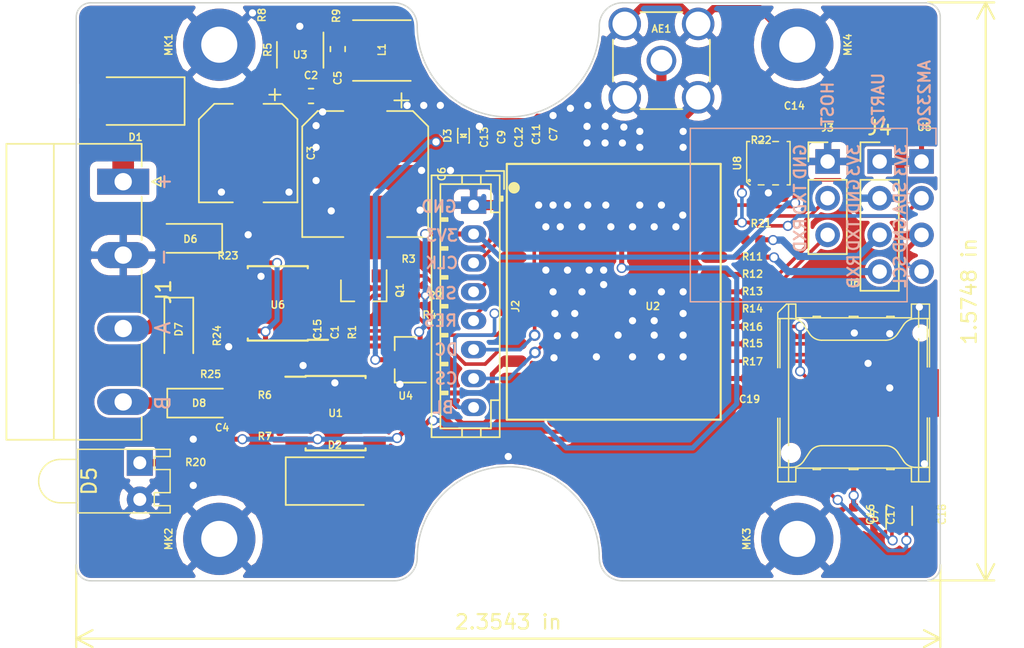
<source format=kicad_pcb>
(kicad_pcb (version 20171130) (host pcbnew "(5.0.0)")

  (general
    (thickness 1.6)
    (drawings 60)
    (tracks 757)
    (zones 0)
    (modules 66)
    (nets 60)
  )

  (page A4)
  (layers
    (0 F.Cu signal)
    (31 B.Cu signal)
    (32 B.Adhes user)
    (33 F.Adhes user)
    (34 B.Paste user)
    (35 F.Paste user)
    (36 B.SilkS user)
    (37 F.SilkS user)
    (38 B.Mask user)
    (39 F.Mask user)
    (40 Dwgs.User user)
    (41 Cmts.User user)
    (42 Eco1.User user)
    (43 Eco2.User user)
    (44 Edge.Cuts user)
    (45 Margin user)
    (46 B.CrtYd user)
    (47 F.CrtYd user)
    (48 B.Fab user)
    (49 F.Fab user)
  )

  (setup
    (last_trace_width 0.25)
    (user_trace_width 0.35)
    (user_trace_width 0.5)
    (user_trace_width 0.7)
    (user_trace_width 0.8)
    (user_trace_width 1)
    (user_trace_width 1.5)
    (user_trace_width 2)
    (user_trace_width 3)
    (trace_clearance 0.2)
    (zone_clearance 0.15)
    (zone_45_only no)
    (trace_min 0.2)
    (segment_width 0.1)
    (edge_width 0.1)
    (via_size 0.7)
    (via_drill 0.4)
    (via_min_size 0.4)
    (via_min_drill 0.3)
    (user_via 0.8 0.5)
    (user_via 0.9 0.6)
    (uvia_size 0.3)
    (uvia_drill 0.1)
    (uvias_allowed no)
    (uvia_min_size 0.2)
    (uvia_min_drill 0.1)
    (pcb_text_width 0.15)
    (pcb_text_size 0.8 0.8)
    (mod_edge_width 0.1)
    (mod_text_size 0.5 0.5)
    (mod_text_width 0.1)
    (pad_size 2.08 3.6)
    (pad_drill 1.4)
    (pad_to_mask_clearance 0.2)
    (aux_axis_origin 0 0)
    (grid_origin 100 100)
    (visible_elements 7FFDFFFF)
    (pcbplotparams
      (layerselection 0x010fc_ffffffff)
      (usegerberextensions true)
      (usegerberattributes false)
      (usegerberadvancedattributes false)
      (creategerberjobfile false)
      (excludeedgelayer true)
      (linewidth 0.100000)
      (plotframeref false)
      (viasonmask false)
      (mode 1)
      (useauxorigin false)
      (hpglpennumber 1)
      (hpglpenspeed 20)
      (hpglpendiameter 15.000000)
      (psnegative false)
      (psa4output false)
      (plotreference true)
      (plotvalue true)
      (plotinvisibletext false)
      (padsonsilk true)
      (subtractmaskfromsilk false)
      (outputformat 1)
      (mirror false)
      (drillshape 0)
      (scaleselection 1)
      (outputdirectory "gerber/"))
  )

  (net 0 "")
  (net 1 GNDA)
  (net 2 "Net-(AE1-Pad1)")
  (net 3 +3V3)
  (net 4 VCC)
  (net 5 /RWD)
  (net 6 "Net-(C5-Pad1)")
  (net 7 +4V)
  (net 8 /SIM_RST)
  (net 9 /SIM_VDD)
  (net 10 /SIM_DAT)
  (net 11 /SIM_CLK)
  (net 12 "Net-(D1-Pad2)")
  (net 13 /RST)
  (net 14 /485_A)
  (net 15 /485_B)
  (net 16 /CLK)
  (net 17 /MOSI)
  (net 18 /LED)
  (net 19 /DC)
  (net 20 /CS)
  (net 21 /HS_TXD)
  (net 22 /HS_RXD)
  (net 23 /U1_RXD)
  (net 24 /U1_TXD)
  (net 25 /WDI)
  (net 26 "Net-(R3-Pad2)")
  (net 27 "Net-(R4-Pad2)")
  (net 28 /U2_TXD)
  (net 29 "Net-(R13-Pad2)")
  (net 30 /U2_RXD)
  (net 31 "Net-(R14-Pad2)")
  (net 32 "Net-(R15-Pad2)")
  (net 33 /I2C_SDA)
  (net 34 /I2C_SCL)
  (net 35 "Net-(D2-Pad1)")
  (net 36 "Net-(D5-Pad2)")
  (net 37 /RES)
  (net 38 "Net-(R6-Pad1)")
  (net 39 "Net-(R11-Pad2)")
  (net 40 "Net-(R12-Pad2)")
  (net 41 "Net-(R16-Pad1)")
  (net 42 "Net-(R17-Pad1)")
  (net 43 "Net-(R5-Pad1)")
  (net 44 "Net-(R8-Pad1)")
  (net 45 /SW)
  (net 46 "Net-(U1-Pad3)")
  (net 47 "Net-(U1-Pad7)")
  (net 48 "Net-(U8-Pad3)")
  (net 49 "Net-(U8-Pad4)")
  (net 50 "Net-(J6-Pad6)")
  (net 51 "Net-(U2-Pad16)")
  (net 52 "Net-(U2-Pad17)")
  (net 53 "Net-(U2-Pad18)")
  (net 54 "Net-(U2-Pad19)")
  (net 55 "Net-(U2-Pad24)")
  (net 56 "Net-(Q1-Pad3)")
  (net 57 /BL)
  (net 58 "Net-(U2-Pad12)")
  (net 59 "Net-(U2-Pad14)")

  (net_class Default 这是默认网络组.
    (clearance 0.2)
    (trace_width 0.25)
    (via_dia 0.7)
    (via_drill 0.4)
    (uvia_dia 0.3)
    (uvia_drill 0.1)
    (add_net +3V3)
    (add_net +4V)
    (add_net /485_A)
    (add_net /485_B)
    (add_net /BL)
    (add_net /CLK)
    (add_net /CS)
    (add_net /DC)
    (add_net /HS_RXD)
    (add_net /HS_TXD)
    (add_net /I2C_SCL)
    (add_net /I2C_SDA)
    (add_net /LED)
    (add_net /MOSI)
    (add_net /RES)
    (add_net /RST)
    (add_net /RWD)
    (add_net /SIM_CLK)
    (add_net /SIM_DAT)
    (add_net /SIM_RST)
    (add_net /SIM_VDD)
    (add_net /SW)
    (add_net /U1_RXD)
    (add_net /U1_TXD)
    (add_net /U2_RXD)
    (add_net /U2_TXD)
    (add_net /WDI)
    (add_net GNDA)
    (add_net "Net-(AE1-Pad1)")
    (add_net "Net-(C5-Pad1)")
    (add_net "Net-(D1-Pad2)")
    (add_net "Net-(D2-Pad1)")
    (add_net "Net-(D5-Pad2)")
    (add_net "Net-(J6-Pad6)")
    (add_net "Net-(Q1-Pad3)")
    (add_net "Net-(R11-Pad2)")
    (add_net "Net-(R12-Pad2)")
    (add_net "Net-(R13-Pad2)")
    (add_net "Net-(R14-Pad2)")
    (add_net "Net-(R15-Pad2)")
    (add_net "Net-(R16-Pad1)")
    (add_net "Net-(R17-Pad1)")
    (add_net "Net-(R3-Pad2)")
    (add_net "Net-(R4-Pad2)")
    (add_net "Net-(R5-Pad1)")
    (add_net "Net-(R6-Pad1)")
    (add_net "Net-(R8-Pad1)")
    (add_net "Net-(U1-Pad3)")
    (add_net "Net-(U1-Pad7)")
    (add_net "Net-(U2-Pad12)")
    (add_net "Net-(U2-Pad14)")
    (add_net "Net-(U2-Pad16)")
    (add_net "Net-(U2-Pad17)")
    (add_net "Net-(U2-Pad18)")
    (add_net "Net-(U2-Pad19)")
    (add_net "Net-(U2-Pad24)")
    (add_net "Net-(U8-Pad3)")
    (add_net "Net-(U8-Pad4)")
    (add_net VCC)
  )

  (module Connector_Phoenix_MC_HighVoltage:PhoenixContact_MC_1,5_4-G-5.08_1x04_P5.08mm_Horizontal (layer F.Cu) (tedit 5A00FA1B) (tstamp 5BC68648)
    (at 103.25 72.38 270)
    (descr "Generic Phoenix Contact connector footprint for: MC_1,5/4-G-5.08; number of pins: 04; pin pitch: 5.08mm; Angled || order number: 1836202 8A 320V")
    (tags "phoenix_contact connector MC_01x04_G_5.08mm")
    (path /5BC878F0)
    (fp_text reference J1 (at 7.62 -2.8 270) (layer F.SilkS)
      (effects (font (size 1 1) (thickness 0.15)))
    )
    (fp_text value Conn_01x04 (at 7.62 9 270) (layer F.Fab)
      (effects (font (size 1 1) (thickness 0.15)))
    )
    (fp_line (start -2.62 -1.28) (end -2.62 8.08) (layer F.SilkS) (width 0.12))
    (fp_line (start -2.62 8.08) (end 17.86 8.08) (layer F.SilkS) (width 0.12))
    (fp_line (start 17.86 8.08) (end 17.86 -1.28) (layer F.SilkS) (width 0.12))
    (fp_line (start -2.62 -1.28) (end -1.05 -1.28) (layer F.SilkS) (width 0.12))
    (fp_line (start 17.86 -1.28) (end 16.29 -1.28) (layer F.SilkS) (width 0.12))
    (fp_line (start 1.05 -1.28) (end 4.03 -1.28) (layer F.SilkS) (width 0.12))
    (fp_line (start 6.13 -1.28) (end 9.11 -1.28) (layer F.SilkS) (width 0.12))
    (fp_line (start 11.21 -1.28) (end 14.19 -1.28) (layer F.SilkS) (width 0.12))
    (fp_line (start -2.54 -1.2) (end -2.54 8) (layer F.Fab) (width 0.1))
    (fp_line (start -2.54 8) (end 17.78 8) (layer F.Fab) (width 0.1))
    (fp_line (start 17.78 8) (end 17.78 -1.2) (layer F.Fab) (width 0.1))
    (fp_line (start 17.78 -1.2) (end -2.54 -1.2) (layer F.Fab) (width 0.1))
    (fp_line (start -2.62 4.8) (end 17.86 4.8) (layer F.SilkS) (width 0.12))
    (fp_line (start -3.12 -2.3) (end -3.12 8.5) (layer F.CrtYd) (width 0.05))
    (fp_line (start -3.12 8.5) (end 18.28 8.5) (layer F.CrtYd) (width 0.05))
    (fp_line (start 18.28 8.5) (end 18.28 -2.3) (layer F.CrtYd) (width 0.05))
    (fp_line (start 18.28 -2.3) (end -3.12 -2.3) (layer F.CrtYd) (width 0.05))
    (fp_line (start 0.3 -2.6) (end 0 -2) (layer F.SilkS) (width 0.12))
    (fp_line (start 0 -2) (end -0.3 -2.6) (layer F.SilkS) (width 0.12))
    (fp_line (start -0.3 -2.6) (end 0.3 -2.6) (layer F.SilkS) (width 0.12))
    (fp_line (start 0.8 -1.2) (end 0 0) (layer F.Fab) (width 0.1))
    (fp_line (start 0 0) (end -0.8 -1.2) (layer F.Fab) (width 0.1))
    (fp_text user %R (at 7.62 3 270) (layer F.Fab)
      (effects (font (size 1 1) (thickness 0.15)))
    )
    (pad 1 thru_hole rect (at 0 0 270) (size 1.8 3.6) (drill 1.2) (layers *.Cu *.Mask)
      (net 12 "Net-(D1-Pad2)"))
    (pad 2 thru_hole oval (at 5.08 0 270) (size 1.8 3.6) (drill 1.2) (layers *.Cu *.Mask)
      (net 1 GNDA))
    (pad 3 thru_hole oval (at 10.16 0 270) (size 1.8 3.6) (drill 1.2) (layers *.Cu *.Mask)
      (net 14 /485_A))
    (pad 4 thru_hole oval (at 15.24 0 270) (size 1.8 3.6) (drill 1.2) (layers *.Cu *.Mask)
      (net 15 /485_B))
    (model ${KISYS3DMOD}/Connector_Phoenix_MC_HighVoltage.3dshapes/PhoenixContact_MC_1,5_4-G-5.08_1x04_P5.08mm_Horizontal.wrl
      (at (xyz 0 0 0))
      (scale (xyz 1 1 1))
      (rotate (xyz 0 0 0))
    )
  )

  (module My_RF_Modules:Air202 placed (layer F.Cu) (tedit 5B6EDD58) (tstamp 5B4EB8D3)
    (at 137.2 80)
    (path /5B3F7850)
    (attr smd)
    (fp_text reference U2 (at 2.7 1 180) (layer F.SilkS)
      (effects (font (size 0.5 0.5) (thickness 0.1)))
    )
    (fp_text value Air202 (at 0 -4.2) (layer F.Fab)
      (effects (font (size 0.5 0.5) (thickness 0.1)))
    )
    (fp_line (start -7.4 -8.85) (end 7.4 -8.85) (layer F.SilkS) (width 0.15))
    (fp_line (start 7.4 -8.85) (end 7.4 8.85) (layer F.SilkS) (width 0.15))
    (fp_line (start 7.4 8.85) (end -7.4 8.85) (layer F.SilkS) (width 0.15))
    (fp_line (start -7.4 8.85) (end -7.4 -8.85) (layer F.SilkS) (width 0.15))
    (fp_circle (center -6.9 -7.2) (end -6.7 -7.2) (layer F.SilkS) (width 0.4))
    (fp_line (start -10.4 -11.9) (end 10.4 -11.9) (layer F.CrtYd) (width 0.15))
    (fp_line (start 10.4 -11.9) (end 10.4 11.9) (layer F.CrtYd) (width 0.15))
    (fp_line (start 10.4 11.9) (end -10.4 11.9) (layer F.CrtYd) (width 0.15))
    (fp_line (start -10.4 -11.9) (end -10.4 11.9) (layer F.CrtYd) (width 0.15))
    (fp_circle (center 3.3 -8.15) (end 4.5 -8.15) (layer F.CrtYd) (width 0.15))
    (pad 1 smd oval (at -6.95 -6 90) (size 0.8 1.9) (layers F.Cu F.Paste F.Mask)
      (net 1 GNDA))
    (pad 36 smd rect (at 0 1.5 90) (size 1.5 1.5) (layers F.Cu F.Paste F.Mask)
      (net 1 GNDA))
    (pad 36 smd rect (at 4.2 6 90) (size 1.5 1.5) (layers F.Cu F.Paste F.Mask)
      (net 1 GNDA))
    (pad 36 smd rect (at -4.2 6 90) (size 1.5 1.5) (layers F.Cu F.Paste F.Mask)
      (net 1 GNDA))
    (pad 38 smd oval (at -4.2 -8.4) (size 0.8 1.9) (layers F.Cu F.Paste F.Mask)
      (net 7 +4V))
    (pad 37 smd oval (at -3 -8.4) (size 0.8 1.9) (layers F.Cu F.Paste F.Mask)
      (net 7 +4V))
    (pad 36 smd oval (at -1.8 -8.4) (size 0.8 1.9) (layers F.Cu F.Paste F.Mask)
      (net 1 GNDA))
    (pad 35 smd oval (at -0.6 -8.4) (size 0.8 1.9) (layers F.Cu F.Paste F.Mask)
      (net 1 GNDA))
    (pad 34 smd oval (at 0.6 -8.4) (size 0.8 1.9) (layers F.Cu F.Paste F.Mask)
      (net 13 /RST))
    (pad 33 smd oval (at 1.8 -8.4) (size 0.8 1.9) (layers F.Cu F.Paste F.Mask)
      (net 1 GNDA))
    (pad 32 smd oval (at 3.3 -8.4) (size 0.8 1.9) (layers F.Cu F.Paste F.Mask)
      (net 2 "Net-(AE1-Pad1)") (clearance 0.6))
    (pad 31 smd oval (at 4.8 -8.4) (size 0.8 1.9) (layers F.Cu F.Paste F.Mask)
      (net 1 GNDA))
    (pad 12 smd oval (at -4.2 8.4) (size 0.8 1.9) (layers F.Cu F.Paste F.Mask)
      (net 58 "Net-(U2-Pad12)"))
    (pad 13 smd oval (at -3 8.4) (size 0.8 1.9) (layers F.Cu F.Paste F.Mask)
      (net 18 /LED))
    (pad 14 smd oval (at -1.8 8.4) (size 0.8 1.9) (layers F.Cu F.Paste F.Mask)
      (net 59 "Net-(U2-Pad14)"))
    (pad 15 smd oval (at -0.6 8.4) (size 0.8 1.9) (layers F.Cu F.Paste F.Mask)
      (net 1 GNDA))
    (pad 16 smd oval (at 0.6 8.4) (size 0.8 1.9) (layers F.Cu F.Paste F.Mask)
      (net 51 "Net-(U2-Pad16)"))
    (pad 17 smd oval (at 1.8 8.4) (size 0.8 1.9) (layers F.Cu F.Paste F.Mask)
      (net 52 "Net-(U2-Pad17)"))
    (pad 18 smd oval (at 3 8.4) (size 0.8 1.9) (layers F.Cu F.Paste F.Mask)
      (net 53 "Net-(U2-Pad18)"))
    (pad 19 smd oval (at 4.2 8.4) (size 0.8 1.9) (layers F.Cu F.Paste F.Mask)
      (net 54 "Net-(U2-Pad19)"))
    (pad 30 smd oval (at 6.95 -6 90) (size 0.8 1.9) (layers F.Cu F.Paste F.Mask)
      (net 33 /I2C_SDA))
    (pad 2 smd oval (at -6.95 -4.8 90) (size 0.8 1.9) (layers F.Cu F.Paste F.Mask)
      (net 20 /CS))
    (pad 29 smd oval (at 6.95 -4.8 90) (size 0.8 1.9) (layers F.Cu F.Paste F.Mask)
      (net 34 /I2C_SCL))
    (pad 3 smd oval (at -6.95 -3.6 90) (size 0.8 1.9) (layers F.Cu F.Paste F.Mask)
      (net 16 /CLK))
    (pad 28 smd oval (at 6.95 -3.6 90) (size 0.8 1.9) (layers F.Cu F.Paste F.Mask)
      (net 39 "Net-(R11-Pad2)"))
    (pad 4 smd oval (at -6.95 -2.4 90) (size 0.8 1.9) (layers F.Cu F.Paste F.Mask)
      (net 17 /MOSI))
    (pad 27 smd oval (at 6.95 -2.4 90) (size 0.8 1.9) (layers F.Cu F.Paste F.Mask)
      (net 40 "Net-(R12-Pad2)"))
    (pad 5 smd oval (at -6.95 -1.2 90) (size 0.8 1.9) (layers F.Cu F.Paste F.Mask)
      (net 19 /DC))
    (pad 26 smd oval (at 6.95 -1.2 90) (size 0.8 1.9) (layers F.Cu F.Paste F.Mask)
      (net 29 "Net-(R13-Pad2)"))
    (pad 6 smd oval (at -6.95 0 90) (size 0.8 1.9) (layers F.Cu F.Paste F.Mask)
      (net 37 /RES))
    (pad 25 smd oval (at 6.95 0 90) (size 0.8 1.9) (layers F.Cu F.Paste F.Mask)
      (net 31 "Net-(R14-Pad2)"))
    (pad 7 smd oval (at -6.95 1.2 90) (size 0.8 1.9) (layers F.Cu F.Paste F.Mask)
      (net 57 /BL))
    (pad 24 smd oval (at 6.95 1.2 90) (size 0.8 1.9) (layers F.Cu F.Paste F.Mask)
      (net 55 "Net-(U2-Pad24)"))
    (pad 8 smd oval (at -6.95 2.4 90) (size 0.8 1.9) (layers F.Cu F.Paste F.Mask)
      (net 26 "Net-(R3-Pad2)"))
    (pad 23 smd oval (at 6.95 2.4 90) (size 0.8 1.9) (layers F.Cu F.Paste F.Mask)
      (net 32 "Net-(R15-Pad2)"))
    (pad 9 smd oval (at -6.95 3.6 90) (size 0.8 1.9) (layers F.Cu F.Paste F.Mask)
      (net 27 "Net-(R4-Pad2)"))
    (pad 22 smd oval (at 6.95 3.6 90) (size 0.8 1.9) (layers F.Cu F.Paste F.Mask)
      (net 41 "Net-(R16-Pad1)"))
    (pad 10 smd oval (at -6.95 4.8 90) (size 0.8 1.9) (layers F.Cu F.Paste F.Mask)
      (net 25 /WDI))
    (pad 21 smd oval (at 6.95 4.8 90) (size 0.8 1.9) (layers F.Cu F.Paste F.Mask)
      (net 9 /SIM_VDD))
    (pad 11 smd oval (at -6.95 6 90) (size 0.8 1.9) (layers F.Cu F.Paste F.Mask)
      (net 5 /RWD))
    (pad 20 smd oval (at 6.95 6 90) (size 0.8 1.9) (layers F.Cu F.Paste F.Mask)
      (net 42 "Net-(R17-Pad1)"))
  )

  (module My_LED:LED-3-6.4-7.5mm (layer F.Cu) (tedit 5BA4A364) (tstamp 5BA57781)
    (at 100.1 93.1 90)
    (path /5B3F785B)
    (fp_text reference D5 (at 0 0.8 90) (layer F.SilkS)
      (effects (font (size 1 1) (thickness 0.15)))
    )
    (fp_text value RED (at -3.2 0 180) (layer F.Fab)
      (effects (font (size 1 1) (thickness 0.15)))
    )
    (fp_line (start -2.2 0) (end 2.2 0) (layer F.SilkS) (width 0.1))
    (fp_line (start -2.2 0) (end -2.2 6.4) (layer F.SilkS) (width 0.1))
    (fp_line (start 2.2 0) (end 2.2 6.4) (layer F.SilkS) (width 0.1))
    (fp_line (start 1.7 6.4) (end 2.2 6.4) (layer F.SilkS) (width 0.1))
    (fp_line (start -2.2 6.4) (end -1.7 6.4) (layer F.SilkS) (width 0.1))
    (fp_arc (start 0 -1.2) (end 1.5 -1.2) (angle -180) (layer F.SilkS) (width 0.1))
    (fp_line (start -1.5 -1.2) (end -1.5 0) (layer F.SilkS) (width 0.1))
    (fp_line (start 1.5 -1.2) (end 1.5 0) (layer F.SilkS) (width 0.1))
    (fp_line (start -0.8 6.4) (end 0.8 6.4) (layer F.SilkS) (width 0.1))
    (fp_line (start -1.7 6.4) (end -1.7 5.3) (layer F.SilkS) (width 0.1))
    (fp_line (start -1.7 5.3) (end -0.8 5.3) (layer F.SilkS) (width 0.1))
    (fp_line (start -0.8 5.3) (end -0.8 6.4) (layer F.SilkS) (width 0.1))
    (fp_line (start 0.8 6.4) (end 0.8 5.3) (layer F.SilkS) (width 0.1))
    (fp_line (start 0.8 5.3) (end 1.7 5.3) (layer F.SilkS) (width 0.1))
    (fp_line (start 1.7 5.3) (end 1.7 6.4) (layer F.SilkS) (width 0.1))
    (fp_line (start -2.3 6.5) (end -2.3 -2.8) (layer F.CrtYd) (width 0.1))
    (fp_line (start -2.3 -2.8) (end 2.3 -2.8) (layer F.CrtYd) (width 0.1))
    (fp_line (start 2.3 -2.8) (end 2.3 6.5) (layer F.CrtYd) (width 0.1))
    (fp_line (start 2.3 6.5) (end -2.3 6.5) (layer F.CrtYd) (width 0.1))
    (pad 1 thru_hole circle (at -1.27 4.3 90) (size 1.8 1.8) (drill 0.9) (layers *.Cu *.Mask)
      (net 1 GNDA))
    (pad 2 thru_hole rect (at 1.27 4.3 90) (size 1.8 1.8) (drill 0.9) (layers *.Cu *.Mask)
      (net 36 "Net-(D5-Pad2)"))
    (model ${KISYS3DMOD}/LED_THT.3dshapes/LED_D3.0mm_Horizontal_O1.27mm_Z6.0mm.wrl
      (offset (xyz 1.5 -4.5 0))
      (scale (xyz 1 1 1))
      (rotate (xyz 0 0 180))
    )
  )

  (module Connector_PinHeader_2.54mm:PinHeader_1x04_P2.54mm_Vertical (layer F.Cu) (tedit 59FED5CC) (tstamp 5BA65907)
    (at 155.6 70.98)
    (descr "Through hole straight pin header, 1x04, 2.54mm pitch, single row")
    (tags "Through hole pin header THT 1x04 2.54mm single row")
    (path /5BBD49D0)
    (fp_text reference J4 (at 0 -2.33) (layer F.SilkS)
      (effects (font (size 1 1) (thickness 0.15)))
    )
    (fp_text value Conn_01x04 (at 0 9.95) (layer F.Fab)
      (effects (font (size 1 1) (thickness 0.15)))
    )
    (fp_line (start -0.635 -1.27) (end 1.27 -1.27) (layer F.Fab) (width 0.1))
    (fp_line (start 1.27 -1.27) (end 1.27 8.89) (layer F.Fab) (width 0.1))
    (fp_line (start 1.27 8.89) (end -1.27 8.89) (layer F.Fab) (width 0.1))
    (fp_line (start -1.27 8.89) (end -1.27 -0.635) (layer F.Fab) (width 0.1))
    (fp_line (start -1.27 -0.635) (end -0.635 -1.27) (layer F.Fab) (width 0.1))
    (fp_line (start -1.33 8.95) (end 1.33 8.95) (layer F.SilkS) (width 0.12))
    (fp_line (start -1.33 1.27) (end -1.33 8.95) (layer F.SilkS) (width 0.12))
    (fp_line (start 1.33 1.27) (end 1.33 8.95) (layer F.SilkS) (width 0.12))
    (fp_line (start -1.33 1.27) (end 1.33 1.27) (layer F.SilkS) (width 0.12))
    (fp_line (start -1.33 0) (end -1.33 -1.33) (layer F.SilkS) (width 0.12))
    (fp_line (start -1.33 -1.33) (end 0 -1.33) (layer F.SilkS) (width 0.12))
    (fp_line (start -1.8 -1.8) (end -1.8 9.4) (layer F.CrtYd) (width 0.05))
    (fp_line (start -1.8 9.4) (end 1.8 9.4) (layer F.CrtYd) (width 0.05))
    (fp_line (start 1.8 9.4) (end 1.8 -1.8) (layer F.CrtYd) (width 0.05))
    (fp_line (start 1.8 -1.8) (end -1.8 -1.8) (layer F.CrtYd) (width 0.05))
    (fp_text user %R (at 0 3.81 90) (layer F.Fab)
      (effects (font (size 1 1) (thickness 0.15)))
    )
    (pad 1 thru_hole rect (at 0 0) (size 1.7 1.7) (drill 1) (layers *.Cu *.Mask)
      (net 3 +3V3))
    (pad 2 thru_hole oval (at 0 2.54) (size 1.7 1.7) (drill 1) (layers *.Cu *.Mask)
      (net 1 GNDA))
    (pad 3 thru_hole oval (at 0 5.08) (size 1.7 1.7) (drill 1) (layers *.Cu *.Mask)
      (net 28 /U2_TXD))
    (pad 4 thru_hole oval (at 0 7.62) (size 1.7 1.7) (drill 1) (layers *.Cu *.Mask)
      (net 30 /U2_RXD))
    (model ${KISYS3DMOD}/Connector_PinHeader_2.54mm.3dshapes/PinHeader_1x04_P2.54mm_Vertical.wrl
      (at (xyz 0 0 0))
      (scale (xyz 1 1 1))
      (rotate (xyz 0 0 0))
    )
  )

  (module Connector_JST:JST_PH_B8B-PH-K_1x08_P2.00mm_Vertical (layer F.Cu) (tedit 5A0E414C) (tstamp 5BB07237)
    (at 127.5 74 270)
    (descr "JST PH series connector, B8B-PH-K (http://www.jst-mfg.com/product/pdf/eng/ePH.pdf), generated with kicad-footprint-generator")
    (tags "connector JST PH side entry")
    (path /5BB6E2D1)
    (fp_text reference J2 (at 7 -2.9 270) (layer F.SilkS)
      (effects (font (size 0.5 0.5) (thickness 0.1)))
    )
    (fp_text value Conn_01x08 (at 7 4 270) (layer F.Fab)
      (effects (font (size 0.5 0.5) (thickness 0.1)))
    )
    (fp_line (start -2.06 -1.81) (end -2.06 2.91) (layer F.SilkS) (width 0.12))
    (fp_line (start -2.06 2.91) (end 16.06 2.91) (layer F.SilkS) (width 0.12))
    (fp_line (start 16.06 2.91) (end 16.06 -1.81) (layer F.SilkS) (width 0.12))
    (fp_line (start 16.06 -1.81) (end -2.06 -1.81) (layer F.SilkS) (width 0.12))
    (fp_line (start -0.3 -1.81) (end -0.3 -2.01) (layer F.SilkS) (width 0.12))
    (fp_line (start -0.3 -2.01) (end -0.6 -2.01) (layer F.SilkS) (width 0.12))
    (fp_line (start -0.6 -2.01) (end -0.6 -1.81) (layer F.SilkS) (width 0.12))
    (fp_line (start -0.3 -1.91) (end -0.6 -1.91) (layer F.SilkS) (width 0.12))
    (fp_line (start 0.5 -1.81) (end 0.5 -1.2) (layer F.SilkS) (width 0.12))
    (fp_line (start 0.5 -1.2) (end -1.45 -1.2) (layer F.SilkS) (width 0.12))
    (fp_line (start -1.45 -1.2) (end -1.45 2.3) (layer F.SilkS) (width 0.12))
    (fp_line (start -1.45 2.3) (end 15.45 2.3) (layer F.SilkS) (width 0.12))
    (fp_line (start 15.45 2.3) (end 15.45 -1.2) (layer F.SilkS) (width 0.12))
    (fp_line (start 15.45 -1.2) (end 13.5 -1.2) (layer F.SilkS) (width 0.12))
    (fp_line (start 13.5 -1.2) (end 13.5 -1.81) (layer F.SilkS) (width 0.12))
    (fp_line (start -2.06 -0.5) (end -1.45 -0.5) (layer F.SilkS) (width 0.12))
    (fp_line (start -2.06 0.8) (end -1.45 0.8) (layer F.SilkS) (width 0.12))
    (fp_line (start 16.06 -0.5) (end 15.45 -0.5) (layer F.SilkS) (width 0.12))
    (fp_line (start 16.06 0.8) (end 15.45 0.8) (layer F.SilkS) (width 0.12))
    (fp_line (start 0.9 2.3) (end 0.9 1.8) (layer F.SilkS) (width 0.12))
    (fp_line (start 0.9 1.8) (end 1.1 1.8) (layer F.SilkS) (width 0.12))
    (fp_line (start 1.1 1.8) (end 1.1 2.3) (layer F.SilkS) (width 0.12))
    (fp_line (start 1 2.3) (end 1 1.8) (layer F.SilkS) (width 0.12))
    (fp_line (start 2.9 2.3) (end 2.9 1.8) (layer F.SilkS) (width 0.12))
    (fp_line (start 2.9 1.8) (end 3.1 1.8) (layer F.SilkS) (width 0.12))
    (fp_line (start 3.1 1.8) (end 3.1 2.3) (layer F.SilkS) (width 0.12))
    (fp_line (start 3 2.3) (end 3 1.8) (layer F.SilkS) (width 0.12))
    (fp_line (start 4.9 2.3) (end 4.9 1.8) (layer F.SilkS) (width 0.12))
    (fp_line (start 4.9 1.8) (end 5.1 1.8) (layer F.SilkS) (width 0.12))
    (fp_line (start 5.1 1.8) (end 5.1 2.3) (layer F.SilkS) (width 0.12))
    (fp_line (start 5 2.3) (end 5 1.8) (layer F.SilkS) (width 0.12))
    (fp_line (start 6.9 2.3) (end 6.9 1.8) (layer F.SilkS) (width 0.12))
    (fp_line (start 6.9 1.8) (end 7.1 1.8) (layer F.SilkS) (width 0.12))
    (fp_line (start 7.1 1.8) (end 7.1 2.3) (layer F.SilkS) (width 0.12))
    (fp_line (start 7 2.3) (end 7 1.8) (layer F.SilkS) (width 0.12))
    (fp_line (start 8.9 2.3) (end 8.9 1.8) (layer F.SilkS) (width 0.12))
    (fp_line (start 8.9 1.8) (end 9.1 1.8) (layer F.SilkS) (width 0.12))
    (fp_line (start 9.1 1.8) (end 9.1 2.3) (layer F.SilkS) (width 0.12))
    (fp_line (start 9 2.3) (end 9 1.8) (layer F.SilkS) (width 0.12))
    (fp_line (start 10.9 2.3) (end 10.9 1.8) (layer F.SilkS) (width 0.12))
    (fp_line (start 10.9 1.8) (end 11.1 1.8) (layer F.SilkS) (width 0.12))
    (fp_line (start 11.1 1.8) (end 11.1 2.3) (layer F.SilkS) (width 0.12))
    (fp_line (start 11 2.3) (end 11 1.8) (layer F.SilkS) (width 0.12))
    (fp_line (start 12.9 2.3) (end 12.9 1.8) (layer F.SilkS) (width 0.12))
    (fp_line (start 12.9 1.8) (end 13.1 1.8) (layer F.SilkS) (width 0.12))
    (fp_line (start 13.1 1.8) (end 13.1 2.3) (layer F.SilkS) (width 0.12))
    (fp_line (start 13 2.3) (end 13 1.8) (layer F.SilkS) (width 0.12))
    (fp_line (start -1.11 -2.11) (end -2.36 -2.11) (layer F.SilkS) (width 0.12))
    (fp_line (start -2.36 -2.11) (end -2.36 -0.86) (layer F.SilkS) (width 0.12))
    (fp_line (start -1.11 -2.11) (end -2.36 -2.11) (layer F.Fab) (width 0.1))
    (fp_line (start -2.36 -2.11) (end -2.36 -0.86) (layer F.Fab) (width 0.1))
    (fp_line (start -1.95 -1.7) (end -1.95 2.8) (layer F.Fab) (width 0.1))
    (fp_line (start -1.95 2.8) (end 15.95 2.8) (layer F.Fab) (width 0.1))
    (fp_line (start 15.95 2.8) (end 15.95 -1.7) (layer F.Fab) (width 0.1))
    (fp_line (start 15.95 -1.7) (end -1.95 -1.7) (layer F.Fab) (width 0.1))
    (fp_line (start -2.45 -2.2) (end -2.45 3.3) (layer F.CrtYd) (width 0.05))
    (fp_line (start -2.45 3.3) (end 16.45 3.3) (layer F.CrtYd) (width 0.05))
    (fp_line (start 16.45 3.3) (end 16.45 -2.2) (layer F.CrtYd) (width 0.05))
    (fp_line (start 16.45 -2.2) (end -2.45 -2.2) (layer F.CrtYd) (width 0.05))
    (fp_text user %R (at 7 1.5 270) (layer F.Fab)
      (effects (font (size 0.5 0.5) (thickness 0.1)))
    )
    (pad 1 thru_hole rect (at 0 0 270) (size 1.2 1.75) (drill 0.75) (layers *.Cu *.Mask)
      (net 1 GNDA))
    (pad 2 thru_hole oval (at 2 0 270) (size 1.2 1.75) (drill 0.75) (layers *.Cu *.Mask)
      (net 3 +3V3))
    (pad 3 thru_hole oval (at 4 0 270) (size 1.2 1.75) (drill 0.75) (layers *.Cu *.Mask)
      (net 16 /CLK))
    (pad 4 thru_hole oval (at 6 0 270) (size 1.2 1.75) (drill 0.75) (layers *.Cu *.Mask)
      (net 17 /MOSI))
    (pad 5 thru_hole oval (at 8 0 270) (size 1.2 1.75) (drill 0.75) (layers *.Cu *.Mask)
      (net 37 /RES))
    (pad 6 thru_hole oval (at 10 0 270) (size 1.2 1.75) (drill 0.75) (layers *.Cu *.Mask)
      (net 19 /DC))
    (pad 7 thru_hole oval (at 12 0 270) (size 1.2 1.75) (drill 0.75) (layers *.Cu *.Mask)
      (net 20 /CS))
    (pad 8 thru_hole oval (at 14 0 270) (size 1.2 1.75) (drill 0.75) (layers *.Cu *.Mask)
      (net 57 /BL))
    (model ${KISYS3DMOD}/Connector_JST.3dshapes/JST_PH_B8B-PH-K_1x08_P2.00mm_Vertical.wrl
      (at (xyz 0 0 0))
      (scale (xyz 1 1 1))
      (rotate (xyz 0 0 0))
    )
  )

  (module Package_TO_SOT_SMD:SOT-23 (layer F.Cu) (tedit 5A02FF57) (tstamp 5BB131FD)
    (at 119.9 79.9 270)
    (descr "SOT-23, Standard")
    (tags SOT-23)
    (path /5B71E98D)
    (attr smd)
    (fp_text reference Q1 (at 0 -2.5 270) (layer F.SilkS)
      (effects (font (size 0.5 0.5) (thickness 0.1)))
    )
    (fp_text value 5551 (at 0 2.5 270) (layer F.Fab)
      (effects (font (size 0.5 0.5) (thickness 0.1)))
    )
    (fp_text user %R (at 0 0) (layer F.Fab)
      (effects (font (size 0.5 0.5) (thickness 0.1)))
    )
    (fp_line (start -0.7 -0.95) (end -0.7 1.5) (layer F.Fab) (width 0.1))
    (fp_line (start -0.15 -1.52) (end 0.7 -1.52) (layer F.Fab) (width 0.1))
    (fp_line (start -0.7 -0.95) (end -0.15 -1.52) (layer F.Fab) (width 0.1))
    (fp_line (start 0.7 -1.52) (end 0.7 1.52) (layer F.Fab) (width 0.1))
    (fp_line (start -0.7 1.52) (end 0.7 1.52) (layer F.Fab) (width 0.1))
    (fp_line (start 0.76 1.58) (end 0.76 0.65) (layer F.SilkS) (width 0.12))
    (fp_line (start 0.76 -1.58) (end 0.76 -0.65) (layer F.SilkS) (width 0.12))
    (fp_line (start -1.7 -1.75) (end 1.7 -1.75) (layer F.CrtYd) (width 0.05))
    (fp_line (start 1.7 -1.75) (end 1.7 1.75) (layer F.CrtYd) (width 0.05))
    (fp_line (start 1.7 1.75) (end -1.7 1.75) (layer F.CrtYd) (width 0.05))
    (fp_line (start -1.7 1.75) (end -1.7 -1.75) (layer F.CrtYd) (width 0.05))
    (fp_line (start 0.76 -1.58) (end -1.4 -1.58) (layer F.SilkS) (width 0.12))
    (fp_line (start 0.76 1.58) (end -0.7 1.58) (layer F.SilkS) (width 0.12))
    (pad 1 smd rect (at -1 -0.95 270) (size 0.9 0.8) (layers F.Cu F.Paste F.Mask)
      (net 24 /U1_TXD))
    (pad 2 smd rect (at -1 0.95 270) (size 0.9 0.8) (layers F.Cu F.Paste F.Mask)
      (net 1 GNDA))
    (pad 3 smd rect (at 1 0 270) (size 0.9 0.8) (layers F.Cu F.Paste F.Mask)
      (net 56 "Net-(Q1-Pad3)"))
    (model ${KISYS3DMOD}/Package_TO_SOT_SMD.3dshapes/SOT-23.wrl
      (at (xyz 0 0 0))
      (scale (xyz 1 1 1))
      (rotate (xyz 0 0 0))
    )
  )

  (module Capacitor_SMD:CP_Elec_6.3x7.7 locked (layer F.Cu) (tedit 5A841F9D) (tstamp 5B7BAB7B)
    (at 111.9 70.4 270)
    (descr "SMT capacitor, aluminium electrolytic, 6.3x7.7, Nichicon ")
    (tags "Capacitor Electrolytic")
    (path /5B3F78E8)
    (clearance 0.5)
    (attr smd)
    (fp_text reference C3 (at 0 -4.35 270) (layer F.SilkS)
      (effects (font (size 0.5 0.5) (thickness 0.1)))
    )
    (fp_text value 100uF (at 0 4.35 270) (layer F.Fab)
      (effects (font (size 0.5 0.5) (thickness 0.1)))
    )
    (fp_circle (center 0 0) (end 3.15 0) (layer F.Fab) (width 0.1))
    (fp_line (start 3.3 -3.3) (end 3.3 3.3) (layer F.Fab) (width 0.1))
    (fp_line (start -2.3 -3.3) (end 3.3 -3.3) (layer F.Fab) (width 0.1))
    (fp_line (start -2.3 3.3) (end 3.3 3.3) (layer F.Fab) (width 0.1))
    (fp_line (start -3.3 -2.3) (end -3.3 2.3) (layer F.Fab) (width 0.1))
    (fp_line (start -3.3 -2.3) (end -2.3 -3.3) (layer F.Fab) (width 0.1))
    (fp_line (start -3.3 2.3) (end -2.3 3.3) (layer F.Fab) (width 0.1))
    (fp_line (start -2.704838 -1.33) (end -2.074838 -1.33) (layer F.Fab) (width 0.1))
    (fp_line (start -2.389838 -1.645) (end -2.389838 -1.015) (layer F.Fab) (width 0.1))
    (fp_line (start 3.41 3.41) (end 3.41 1.06) (layer F.SilkS) (width 0.12))
    (fp_line (start 3.41 -3.41) (end 3.41 -1.06) (layer F.SilkS) (width 0.12))
    (fp_line (start -2.345563 -3.41) (end 3.41 -3.41) (layer F.SilkS) (width 0.12))
    (fp_line (start -2.345563 3.41) (end 3.41 3.41) (layer F.SilkS) (width 0.12))
    (fp_line (start -3.41 2.345563) (end -3.41 1.06) (layer F.SilkS) (width 0.12))
    (fp_line (start -3.41 -2.345563) (end -3.41 -1.06) (layer F.SilkS) (width 0.12))
    (fp_line (start -3.41 -2.345563) (end -2.345563 -3.41) (layer F.SilkS) (width 0.12))
    (fp_line (start -3.41 2.345563) (end -2.345563 3.41) (layer F.SilkS) (width 0.12))
    (fp_line (start -4.4375 -1.8475) (end -3.65 -1.8475) (layer F.SilkS) (width 0.12))
    (fp_line (start -4.04375 -2.24125) (end -4.04375 -1.45375) (layer F.SilkS) (width 0.12))
    (fp_line (start 3.55 -3.55) (end 3.55 -1.05) (layer F.CrtYd) (width 0.05))
    (fp_line (start 3.55 -1.05) (end 4.7 -1.05) (layer F.CrtYd) (width 0.05))
    (fp_line (start 4.7 -1.05) (end 4.7 1.05) (layer F.CrtYd) (width 0.05))
    (fp_line (start 4.7 1.05) (end 3.55 1.05) (layer F.CrtYd) (width 0.05))
    (fp_line (start 3.55 1.05) (end 3.55 3.55) (layer F.CrtYd) (width 0.05))
    (fp_line (start -2.4 3.55) (end 3.55 3.55) (layer F.CrtYd) (width 0.05))
    (fp_line (start -2.4 -3.55) (end 3.55 -3.55) (layer F.CrtYd) (width 0.05))
    (fp_line (start -3.55 2.4) (end -2.4 3.55) (layer F.CrtYd) (width 0.05))
    (fp_line (start -3.55 -2.4) (end -2.4 -3.55) (layer F.CrtYd) (width 0.05))
    (fp_line (start -3.55 -2.4) (end -3.55 -1.05) (layer F.CrtYd) (width 0.05))
    (fp_line (start -3.55 1.05) (end -3.55 2.4) (layer F.CrtYd) (width 0.05))
    (fp_line (start -3.55 -1.05) (end -4.7 -1.05) (layer F.CrtYd) (width 0.05))
    (fp_line (start -4.7 -1.05) (end -4.7 1.05) (layer F.CrtYd) (width 0.05))
    (fp_line (start -4.7 1.05) (end -3.55 1.05) (layer F.CrtYd) (width 0.05))
    (fp_text user %R (at 0 0 270) (layer F.Fab)
      (effects (font (size 0.5 0.5) (thickness 0.1)))
    )
    (pad 1 smd rect (at -2.7 0 270) (size 3.5 1.6) (layers F.Cu F.Paste F.Mask)
      (net 4 VCC))
    (pad 2 smd rect (at 2.7 0 270) (size 3.5 1.6) (layers F.Cu F.Paste F.Mask)
      (net 1 GNDA))
    (model ${KISYS3DMOD}/Capacitor_SMD.3dshapes/CP_Elec_6.3x7.7.wrl
      (at (xyz 0 0 0))
      (scale (xyz 1 1 1))
      (rotate (xyz 0 0 0))
    )
  )

  (module Capacitor_SMD:CP_Elec_8x10.5 (layer F.Cu) (tedit 5A841F9D) (tstamp 5B7BAB54)
    (at 120 71.85 270)
    (descr "SMT capacitor, aluminium electrolytic, 8x10.5, Vishay 0810 http://www.vishay.com/docs/28395/150crz.pdf")
    (tags "Capacitor Electrolytic")
    (path /5B3F7858)
    (attr smd)
    (fp_text reference C6 (at 0 -5.3 270) (layer F.SilkS)
      (effects (font (size 0.5 0.5) (thickness 0.1)))
    )
    (fp_text value 1mF (at 0 5.3 270) (layer F.Fab)
      (effects (font (size 0.5 0.5) (thickness 0.1)))
    )
    (fp_circle (center 0 0) (end 4 0) (layer F.Fab) (width 0.1))
    (fp_line (start 4.25 -4.25) (end 4.25 4.25) (layer F.Fab) (width 0.1))
    (fp_line (start -3.25 -4.25) (end 4.25 -4.25) (layer F.Fab) (width 0.1))
    (fp_line (start -3.25 4.25) (end 4.25 4.25) (layer F.Fab) (width 0.1))
    (fp_line (start -4.25 -3.25) (end -4.25 3.25) (layer F.Fab) (width 0.1))
    (fp_line (start -4.25 -3.25) (end -3.25 -4.25) (layer F.Fab) (width 0.1))
    (fp_line (start -4.25 3.25) (end -3.25 4.25) (layer F.Fab) (width 0.1))
    (fp_line (start -3.562278 -1.5) (end -2.762278 -1.5) (layer F.Fab) (width 0.1))
    (fp_line (start -3.162278 -1.9) (end -3.162278 -1.1) (layer F.Fab) (width 0.1))
    (fp_line (start 4.36 4.36) (end 4.36 1.51) (layer F.SilkS) (width 0.12))
    (fp_line (start 4.36 -4.36) (end 4.36 -1.51) (layer F.SilkS) (width 0.12))
    (fp_line (start -3.295563 -4.36) (end 4.36 -4.36) (layer F.SilkS) (width 0.12))
    (fp_line (start -3.295563 4.36) (end 4.36 4.36) (layer F.SilkS) (width 0.12))
    (fp_line (start -4.36 3.295563) (end -4.36 1.51) (layer F.SilkS) (width 0.12))
    (fp_line (start -4.36 -3.295563) (end -4.36 -1.51) (layer F.SilkS) (width 0.12))
    (fp_line (start -4.36 -3.295563) (end -3.295563 -4.36) (layer F.SilkS) (width 0.12))
    (fp_line (start -4.36 3.295563) (end -3.295563 4.36) (layer F.SilkS) (width 0.12))
    (fp_line (start -5.6 -2.51) (end -4.6 -2.51) (layer F.SilkS) (width 0.12))
    (fp_line (start -5.1 -3.01) (end -5.1 -2.01) (layer F.SilkS) (width 0.12))
    (fp_line (start 4.5 -4.5) (end 4.5 -1.5) (layer F.CrtYd) (width 0.05))
    (fp_line (start 4.5 -1.5) (end 6.15 -1.5) (layer F.CrtYd) (width 0.05))
    (fp_line (start 6.15 -1.5) (end 6.15 1.5) (layer F.CrtYd) (width 0.05))
    (fp_line (start 6.15 1.5) (end 4.5 1.5) (layer F.CrtYd) (width 0.05))
    (fp_line (start 4.5 1.5) (end 4.5 4.5) (layer F.CrtYd) (width 0.05))
    (fp_line (start -3.35 4.5) (end 4.5 4.5) (layer F.CrtYd) (width 0.05))
    (fp_line (start -3.35 -4.5) (end 4.5 -4.5) (layer F.CrtYd) (width 0.05))
    (fp_line (start -4.5 3.35) (end -3.35 4.5) (layer F.CrtYd) (width 0.05))
    (fp_line (start -4.5 -3.35) (end -3.35 -4.5) (layer F.CrtYd) (width 0.05))
    (fp_line (start -4.5 -3.35) (end -4.5 -1.5) (layer F.CrtYd) (width 0.05))
    (fp_line (start -4.5 1.5) (end -4.5 3.35) (layer F.CrtYd) (width 0.05))
    (fp_line (start -4.5 -1.5) (end -6.15 -1.5) (layer F.CrtYd) (width 0.05))
    (fp_line (start -6.15 -1.5) (end -6.15 1.5) (layer F.CrtYd) (width 0.05))
    (fp_line (start -6.15 1.5) (end -4.5 1.5) (layer F.CrtYd) (width 0.05))
    (fp_text user %R (at 0 0 270) (layer F.Fab)
      (effects (font (size 0.5 0.5) (thickness 0.1)))
    )
    (pad 1 smd rect (at -3.7 0 270) (size 4.4 2.5) (layers F.Cu F.Paste F.Mask)
      (net 7 +4V))
    (pad 2 smd rect (at 3.7 0 270) (size 4.4 2.5) (layers F.Cu F.Paste F.Mask)
      (net 1 GNDA))
    (model ${KISYS3DMOD}/Capacitor_SMD.3dshapes/CP_Elec_8x10.5.wrl
      (at (xyz 0 0 0))
      (scale (xyz 1 1 1))
      (rotate (xyz 0 0 0))
    )
  )

  (module Capacitor_SMD:C_0402_1005Metric (layer F.Cu) (tedit 5B301BBE) (tstamp 5B7BAB46)
    (at 146.6 88.6)
    (descr "Capacitor SMD 0402 (1005 Metric), square (rectangular) end terminal, IPC_7351 nominal, (Body size source: http://www.tortai-tech.com/upload/download/2011102023233369053.pdf), generated with kicad-footprint-generator")
    (tags capacitor)
    (path /5B3F785C)
    (attr smd)
    (fp_text reference C19 (at 0 -1.17) (layer F.SilkS)
      (effects (font (size 0.5 0.5) (thickness 0.1)))
    )
    (fp_text value 33pF (at 0 1.17) (layer F.Fab)
      (effects (font (size 0.5 0.5) (thickness 0.1)))
    )
    (fp_line (start -0.5 0.25) (end -0.5 -0.25) (layer F.Fab) (width 0.1))
    (fp_line (start -0.5 -0.25) (end 0.5 -0.25) (layer F.Fab) (width 0.1))
    (fp_line (start 0.5 -0.25) (end 0.5 0.25) (layer F.Fab) (width 0.1))
    (fp_line (start 0.5 0.25) (end -0.5 0.25) (layer F.Fab) (width 0.1))
    (fp_line (start -0.93 0.47) (end -0.93 -0.47) (layer F.CrtYd) (width 0.05))
    (fp_line (start -0.93 -0.47) (end 0.93 -0.47) (layer F.CrtYd) (width 0.05))
    (fp_line (start 0.93 -0.47) (end 0.93 0.47) (layer F.CrtYd) (width 0.05))
    (fp_line (start 0.93 0.47) (end -0.93 0.47) (layer F.CrtYd) (width 0.05))
    (fp_text user %R (at 0 0) (layer F.Fab)
      (effects (font (size 0.5 0.5) (thickness 0.1)))
    )
    (pad 1 smd roundrect (at -0.485 0) (size 0.59 0.64) (layers F.Cu F.Paste F.Mask) (roundrect_rratio 0.25)
      (net 11 /SIM_CLK))
    (pad 2 smd roundrect (at 0.485 0) (size 0.59 0.64) (layers F.Cu F.Paste F.Mask) (roundrect_rratio 0.25)
      (net 1 GNDA))
    (model ${KISYS3DMOD}/Capacitor_SMD.3dshapes/C_0402_1005Metric.wrl
      (at (xyz 0 0 0))
      (scale (xyz 1 1 1))
      (rotate (xyz 0 0 0))
    )
  )

  (module Capacitor_SMD:C_0402_1005Metric (layer F.Cu) (tedit 5B301BBE) (tstamp 5B7BAB38)
    (at 117.9 84.6 270)
    (descr "Capacitor SMD 0402 (1005 Metric), square (rectangular) end terminal, IPC_7351 nominal, (Body size source: http://www.tortai-tech.com/upload/download/2011102023233369053.pdf), generated with kicad-footprint-generator")
    (tags capacitor)
    (path /5B423238)
    (attr smd)
    (fp_text reference C1 (at -1.8 0 270) (layer F.SilkS)
      (effects (font (size 0.5 0.5) (thickness 0.1)))
    )
    (fp_text value 0.1uF (at 0 1.17 270) (layer F.Fab)
      (effects (font (size 0.5 0.5) (thickness 0.1)))
    )
    (fp_text user %R (at 0 0 270) (layer F.Fab)
      (effects (font (size 0.5 0.5) (thickness 0.1)))
    )
    (fp_line (start 0.93 0.47) (end -0.93 0.47) (layer F.CrtYd) (width 0.05))
    (fp_line (start 0.93 -0.47) (end 0.93 0.47) (layer F.CrtYd) (width 0.05))
    (fp_line (start -0.93 -0.47) (end 0.93 -0.47) (layer F.CrtYd) (width 0.05))
    (fp_line (start -0.93 0.47) (end -0.93 -0.47) (layer F.CrtYd) (width 0.05))
    (fp_line (start 0.5 0.25) (end -0.5 0.25) (layer F.Fab) (width 0.1))
    (fp_line (start 0.5 -0.25) (end 0.5 0.25) (layer F.Fab) (width 0.1))
    (fp_line (start -0.5 -0.25) (end 0.5 -0.25) (layer F.Fab) (width 0.1))
    (fp_line (start -0.5 0.25) (end -0.5 -0.25) (layer F.Fab) (width 0.1))
    (pad 2 smd roundrect (at 0.485 0 270) (size 0.59 0.64) (layers F.Cu F.Paste F.Mask) (roundrect_rratio 0.25)
      (net 1 GNDA))
    (pad 1 smd roundrect (at -0.485 0 270) (size 0.59 0.64) (layers F.Cu F.Paste F.Mask) (roundrect_rratio 0.25)
      (net 3 +3V3))
    (model ${KISYS3DMOD}/Capacitor_SMD.3dshapes/C_0402_1005Metric.wrl
      (at (xyz 0 0 0))
      (scale (xyz 1 1 1))
      (rotate (xyz 0 0 0))
    )
  )

  (module Capacitor_SMD:C_0402_1005Metric (layer F.Cu) (tedit 5B301BBE) (tstamp 5BA584C6)
    (at 110.05 90.2 180)
    (descr "Capacitor SMD 0402 (1005 Metric), square (rectangular) end terminal, IPC_7351 nominal, (Body size source: http://www.tortai-tech.com/upload/download/2011102023233369053.pdf), generated with kicad-footprint-generator")
    (tags capacitor)
    (path /5B423237)
    (attr smd)
    (fp_text reference C4 (at -0.05 0.8 180) (layer F.SilkS)
      (effects (font (size 0.5 0.5) (thickness 0.1)))
    )
    (fp_text value 0.1uF (at 0 1.17 180) (layer F.Fab)
      (effects (font (size 0.5 0.5) (thickness 0.1)))
    )
    (fp_line (start -0.5 0.25) (end -0.5 -0.25) (layer F.Fab) (width 0.1))
    (fp_line (start -0.5 -0.25) (end 0.5 -0.25) (layer F.Fab) (width 0.1))
    (fp_line (start 0.5 -0.25) (end 0.5 0.25) (layer F.Fab) (width 0.1))
    (fp_line (start 0.5 0.25) (end -0.5 0.25) (layer F.Fab) (width 0.1))
    (fp_line (start -0.93 0.47) (end -0.93 -0.47) (layer F.CrtYd) (width 0.05))
    (fp_line (start -0.93 -0.47) (end 0.93 -0.47) (layer F.CrtYd) (width 0.05))
    (fp_line (start 0.93 -0.47) (end 0.93 0.47) (layer F.CrtYd) (width 0.05))
    (fp_line (start 0.93 0.47) (end -0.93 0.47) (layer F.CrtYd) (width 0.05))
    (fp_text user %R (at 0 0 180) (layer F.Fab)
      (effects (font (size 0.5 0.5) (thickness 0.1)))
    )
    (pad 1 smd roundrect (at -0.485 0 180) (size 0.59 0.64) (layers F.Cu F.Paste F.Mask) (roundrect_rratio 0.25)
      (net 5 /RWD))
    (pad 2 smd roundrect (at 0.485 0 180) (size 0.59 0.64) (layers F.Cu F.Paste F.Mask) (roundrect_rratio 0.25)
      (net 1 GNDA))
    (model ${KISYS3DMOD}/Capacitor_SMD.3dshapes/C_0402_1005Metric.wrl
      (at (xyz 0 0 0))
      (scale (xyz 1 1 1))
      (rotate (xyz 0 0 0))
    )
  )

  (module Capacitor_SMD:C_0402_1005Metric (layer F.Cu) (tedit 5B301BBE) (tstamp 5B7BAB1C)
    (at 134.2 69.1 90)
    (descr "Capacitor SMD 0402 (1005 Metric), square (rectangular) end terminal, IPC_7351 nominal, (Body size source: http://www.tortai-tech.com/upload/download/2011102023233369053.pdf), generated with kicad-footprint-generator")
    (tags capacitor)
    (path /5B3F78CB)
    (attr smd)
    (fp_text reference C7 (at 0 -1.17 90) (layer F.SilkS)
      (effects (font (size 0.5 0.5) (thickness 0.1)))
    )
    (fp_text value 4.7uF (at 0 1.17 90) (layer F.Fab)
      (effects (font (size 0.5 0.5) (thickness 0.1)))
    )
    (fp_text user %R (at 0 0 90) (layer F.Fab)
      (effects (font (size 0.5 0.5) (thickness 0.1)))
    )
    (fp_line (start 0.93 0.47) (end -0.93 0.47) (layer F.CrtYd) (width 0.05))
    (fp_line (start 0.93 -0.47) (end 0.93 0.47) (layer F.CrtYd) (width 0.05))
    (fp_line (start -0.93 -0.47) (end 0.93 -0.47) (layer F.CrtYd) (width 0.05))
    (fp_line (start -0.93 0.47) (end -0.93 -0.47) (layer F.CrtYd) (width 0.05))
    (fp_line (start 0.5 0.25) (end -0.5 0.25) (layer F.Fab) (width 0.1))
    (fp_line (start 0.5 -0.25) (end 0.5 0.25) (layer F.Fab) (width 0.1))
    (fp_line (start -0.5 -0.25) (end 0.5 -0.25) (layer F.Fab) (width 0.1))
    (fp_line (start -0.5 0.25) (end -0.5 -0.25) (layer F.Fab) (width 0.1))
    (pad 2 smd roundrect (at 0.485 0 90) (size 0.59 0.64) (layers F.Cu F.Paste F.Mask) (roundrect_rratio 0.25)
      (net 1 GNDA))
    (pad 1 smd roundrect (at -0.485 0 90) (size 0.59 0.64) (layers F.Cu F.Paste F.Mask) (roundrect_rratio 0.25)
      (net 7 +4V))
    (model ${KISYS3DMOD}/Capacitor_SMD.3dshapes/C_0402_1005Metric.wrl
      (at (xyz 0 0 0))
      (scale (xyz 1 1 1))
      (rotate (xyz 0 0 0))
    )
  )

  (module Capacitor_SMD:C_0402_1005Metric (layer F.Cu) (tedit 5B301BBE) (tstamp 5B7BAB00)
    (at 158.75 95.4 270)
    (descr "Capacitor SMD 0402 (1005 Metric), square (rectangular) end terminal, IPC_7351 nominal, (Body size source: http://www.tortai-tech.com/upload/download/2011102023233369053.pdf), generated with kicad-footprint-generator")
    (tags capacitor)
    (path /5B3F785F)
    (attr smd)
    (fp_text reference C18 (at 0 -1.17 270) (layer F.SilkS)
      (effects (font (size 0.5 0.5) (thickness 0.1)))
    )
    (fp_text value 33pF (at 0 1.17 270) (layer F.Fab)
      (effects (font (size 0.5 0.5) (thickness 0.1)))
    )
    (fp_text user %R (at 0 0 270) (layer F.Fab)
      (effects (font (size 0.5 0.5) (thickness 0.1)))
    )
    (fp_line (start 0.93 0.47) (end -0.93 0.47) (layer F.CrtYd) (width 0.05))
    (fp_line (start 0.93 -0.47) (end 0.93 0.47) (layer F.CrtYd) (width 0.05))
    (fp_line (start -0.93 -0.47) (end 0.93 -0.47) (layer F.CrtYd) (width 0.05))
    (fp_line (start -0.93 0.47) (end -0.93 -0.47) (layer F.CrtYd) (width 0.05))
    (fp_line (start 0.5 0.25) (end -0.5 0.25) (layer F.Fab) (width 0.1))
    (fp_line (start 0.5 -0.25) (end 0.5 0.25) (layer F.Fab) (width 0.1))
    (fp_line (start -0.5 -0.25) (end 0.5 -0.25) (layer F.Fab) (width 0.1))
    (fp_line (start -0.5 0.25) (end -0.5 -0.25) (layer F.Fab) (width 0.1))
    (pad 2 smd roundrect (at 0.485 0 270) (size 0.59 0.64) (layers F.Cu F.Paste F.Mask) (roundrect_rratio 0.25)
      (net 1 GNDA))
    (pad 1 smd roundrect (at -0.485 0 270) (size 0.59 0.64) (layers F.Cu F.Paste F.Mask) (roundrect_rratio 0.25)
      (net 10 /SIM_DAT))
    (model ${KISYS3DMOD}/Capacitor_SMD.3dshapes/C_0402_1005Metric.wrl
      (at (xyz 0 0 0))
      (scale (xyz 1 1 1))
      (rotate (xyz 0 0 0))
    )
  )

  (module Capacitor_SMD:C_0402_1005Metric (layer F.Cu) (tedit 5B301BBE) (tstamp 5B7BAAE4)
    (at 133 69.1 90)
    (descr "Capacitor SMD 0402 (1005 Metric), square (rectangular) end terminal, IPC_7351 nominal, (Body size source: http://www.tortai-tech.com/upload/download/2011102023233369053.pdf), generated with kicad-footprint-generator")
    (tags capacitor)
    (path /5B3F7873)
    (attr smd)
    (fp_text reference C11 (at 0 -1.17 90) (layer F.SilkS)
      (effects (font (size 0.5 0.5) (thickness 0.1)))
    )
    (fp_text value 4.7uF (at 0 1.17 90) (layer F.Fab)
      (effects (font (size 0.5 0.5) (thickness 0.1)))
    )
    (fp_text user %R (at 0 0 90) (layer F.Fab)
      (effects (font (size 0.5 0.5) (thickness 0.1)))
    )
    (fp_line (start 0.93 0.47) (end -0.93 0.47) (layer F.CrtYd) (width 0.05))
    (fp_line (start 0.93 -0.47) (end 0.93 0.47) (layer F.CrtYd) (width 0.05))
    (fp_line (start -0.93 -0.47) (end 0.93 -0.47) (layer F.CrtYd) (width 0.05))
    (fp_line (start -0.93 0.47) (end -0.93 -0.47) (layer F.CrtYd) (width 0.05))
    (fp_line (start 0.5 0.25) (end -0.5 0.25) (layer F.Fab) (width 0.1))
    (fp_line (start 0.5 -0.25) (end 0.5 0.25) (layer F.Fab) (width 0.1))
    (fp_line (start -0.5 -0.25) (end 0.5 -0.25) (layer F.Fab) (width 0.1))
    (fp_line (start -0.5 0.25) (end -0.5 -0.25) (layer F.Fab) (width 0.1))
    (pad 2 smd roundrect (at 0.485 0 90) (size 0.59 0.64) (layers F.Cu F.Paste F.Mask) (roundrect_rratio 0.25)
      (net 1 GNDA))
    (pad 1 smd roundrect (at -0.485 0 90) (size 0.59 0.64) (layers F.Cu F.Paste F.Mask) (roundrect_rratio 0.25)
      (net 7 +4V))
    (model ${KISYS3DMOD}/Capacitor_SMD.3dshapes/C_0402_1005Metric.wrl
      (at (xyz 0 0 0))
      (scale (xyz 1 1 1))
      (rotate (xyz 0 0 0))
    )
  )

  (module Capacitor_SMD:C_0402_1005Metric (layer F.Cu) (tedit 5B301BBE) (tstamp 5B7BAAD6)
    (at 131.8 69.3 90)
    (descr "Capacitor SMD 0402 (1005 Metric), square (rectangular) end terminal, IPC_7351 nominal, (Body size source: http://www.tortai-tech.com/upload/download/2011102023233369053.pdf), generated with kicad-footprint-generator")
    (tags capacitor)
    (path /5B3F785A)
    (attr smd)
    (fp_text reference C12 (at 0 -1.17 90) (layer F.SilkS)
      (effects (font (size 0.5 0.5) (thickness 0.1)))
    )
    (fp_text value 10pF (at 0 1.17 90) (layer F.Fab)
      (effects (font (size 0.5 0.5) (thickness 0.1)))
    )
    (fp_line (start -0.5 0.25) (end -0.5 -0.25) (layer F.Fab) (width 0.1))
    (fp_line (start -0.5 -0.25) (end 0.5 -0.25) (layer F.Fab) (width 0.1))
    (fp_line (start 0.5 -0.25) (end 0.5 0.25) (layer F.Fab) (width 0.1))
    (fp_line (start 0.5 0.25) (end -0.5 0.25) (layer F.Fab) (width 0.1))
    (fp_line (start -0.93 0.47) (end -0.93 -0.47) (layer F.CrtYd) (width 0.05))
    (fp_line (start -0.93 -0.47) (end 0.93 -0.47) (layer F.CrtYd) (width 0.05))
    (fp_line (start 0.93 -0.47) (end 0.93 0.47) (layer F.CrtYd) (width 0.05))
    (fp_line (start 0.93 0.47) (end -0.93 0.47) (layer F.CrtYd) (width 0.05))
    (fp_text user %R (at 0 0 90) (layer F.Fab)
      (effects (font (size 0.5 0.5) (thickness 0.1)))
    )
    (pad 1 smd roundrect (at -0.485 0 90) (size 0.59 0.64) (layers F.Cu F.Paste F.Mask) (roundrect_rratio 0.25)
      (net 7 +4V))
    (pad 2 smd roundrect (at 0.485 0 90) (size 0.59 0.64) (layers F.Cu F.Paste F.Mask) (roundrect_rratio 0.25)
      (net 1 GNDA))
    (model ${KISYS3DMOD}/Capacitor_SMD.3dshapes/C_0402_1005Metric.wrl
      (at (xyz 0 0 0))
      (scale (xyz 1 1 1))
      (rotate (xyz 0 0 0))
    )
  )

  (module Capacitor_SMD:C_0402_1005Metric (layer F.Cu) (tedit 5B301BBE) (tstamp 5B7BAAC8)
    (at 129.4 69.3 90)
    (descr "Capacitor SMD 0402 (1005 Metric), square (rectangular) end terminal, IPC_7351 nominal, (Body size source: http://www.tortai-tech.com/upload/download/2011102023233369053.pdf), generated with kicad-footprint-generator")
    (tags capacitor)
    (path /5B44F7F0)
    (attr smd)
    (fp_text reference C13 (at 0 -1.17 90) (layer F.SilkS)
      (effects (font (size 0.5 0.5) (thickness 0.1)))
    )
    (fp_text value 4.7uF (at 0 1.17 90) (layer F.Fab)
      (effects (font (size 0.5 0.5) (thickness 0.1)))
    )
    (fp_text user %R (at 0 0 90) (layer F.Fab)
      (effects (font (size 0.5 0.5) (thickness 0.1)))
    )
    (fp_line (start 0.93 0.47) (end -0.93 0.47) (layer F.CrtYd) (width 0.05))
    (fp_line (start 0.93 -0.47) (end 0.93 0.47) (layer F.CrtYd) (width 0.05))
    (fp_line (start -0.93 -0.47) (end 0.93 -0.47) (layer F.CrtYd) (width 0.05))
    (fp_line (start -0.93 0.47) (end -0.93 -0.47) (layer F.CrtYd) (width 0.05))
    (fp_line (start 0.5 0.25) (end -0.5 0.25) (layer F.Fab) (width 0.1))
    (fp_line (start 0.5 -0.25) (end 0.5 0.25) (layer F.Fab) (width 0.1))
    (fp_line (start -0.5 -0.25) (end 0.5 -0.25) (layer F.Fab) (width 0.1))
    (fp_line (start -0.5 0.25) (end -0.5 -0.25) (layer F.Fab) (width 0.1))
    (pad 2 smd roundrect (at 0.485 0 90) (size 0.59 0.64) (layers F.Cu F.Paste F.Mask) (roundrect_rratio 0.25)
      (net 1 GNDA))
    (pad 1 smd roundrect (at -0.485 0 90) (size 0.59 0.64) (layers F.Cu F.Paste F.Mask) (roundrect_rratio 0.25)
      (net 7 +4V))
    (model ${KISYS3DMOD}/Capacitor_SMD.3dshapes/C_0402_1005Metric.wrl
      (at (xyz 0 0 0))
      (scale (xyz 1 1 1))
      (rotate (xyz 0 0 0))
    )
  )

  (module Capacitor_SMD:C_0402_1005Metric (layer F.Cu) (tedit 5B301BBE) (tstamp 5B7BAABA)
    (at 149.7 68.3)
    (descr "Capacitor SMD 0402 (1005 Metric), square (rectangular) end terminal, IPC_7351 nominal, (Body size source: http://www.tortai-tech.com/upload/download/2011102023233369053.pdf), generated with kicad-footprint-generator")
    (tags capacitor)
    (path /5B3F78AE)
    (attr smd)
    (fp_text reference C14 (at 0 -1.17) (layer F.SilkS)
      (effects (font (size 0.5 0.5) (thickness 0.1)))
    )
    (fp_text value 0.1uF (at 0 1.17) (layer F.Fab)
      (effects (font (size 0.5 0.5) (thickness 0.1)))
    )
    (fp_line (start -0.5 0.25) (end -0.5 -0.25) (layer F.Fab) (width 0.1))
    (fp_line (start -0.5 -0.25) (end 0.5 -0.25) (layer F.Fab) (width 0.1))
    (fp_line (start 0.5 -0.25) (end 0.5 0.25) (layer F.Fab) (width 0.1))
    (fp_line (start 0.5 0.25) (end -0.5 0.25) (layer F.Fab) (width 0.1))
    (fp_line (start -0.93 0.47) (end -0.93 -0.47) (layer F.CrtYd) (width 0.05))
    (fp_line (start -0.93 -0.47) (end 0.93 -0.47) (layer F.CrtYd) (width 0.05))
    (fp_line (start 0.93 -0.47) (end 0.93 0.47) (layer F.CrtYd) (width 0.05))
    (fp_line (start 0.93 0.47) (end -0.93 0.47) (layer F.CrtYd) (width 0.05))
    (fp_text user %R (at 0 0) (layer F.Fab)
      (effects (font (size 0.5 0.5) (thickness 0.1)))
    )
    (pad 1 smd roundrect (at -0.485 0) (size 0.59 0.64) (layers F.Cu F.Paste F.Mask) (roundrect_rratio 0.25)
      (net 3 +3V3))
    (pad 2 smd roundrect (at 0.485 0) (size 0.59 0.64) (layers F.Cu F.Paste F.Mask) (roundrect_rratio 0.25)
      (net 1 GNDA))
    (model ${KISYS3DMOD}/Capacitor_SMD.3dshapes/C_0402_1005Metric.wrl
      (at (xyz 0 0 0))
      (scale (xyz 1 1 1))
      (rotate (xyz 0 0 0))
    )
  )

  (module Capacitor_SMD:C_0402_1005Metric (layer F.Cu) (tedit 5B301BBE) (tstamp 5B7BAAAC)
    (at 116.7 84.6 270)
    (descr "Capacitor SMD 0402 (1005 Metric), square (rectangular) end terminal, IPC_7351 nominal, (Body size source: http://www.tortai-tech.com/upload/download/2011102023233369053.pdf), generated with kicad-footprint-generator")
    (tags capacitor)
    (path /5B3F78B1)
    (attr smd)
    (fp_text reference C15 (at -2 0 270) (layer F.SilkS)
      (effects (font (size 0.5 0.5) (thickness 0.1)))
    )
    (fp_text value 4.7uF (at 0 1.17 270) (layer F.Fab)
      (effects (font (size 0.5 0.5) (thickness 0.1)))
    )
    (fp_text user %R (at 0 0 270) (layer F.Fab)
      (effects (font (size 0.5 0.5) (thickness 0.1)))
    )
    (fp_line (start 0.93 0.47) (end -0.93 0.47) (layer F.CrtYd) (width 0.05))
    (fp_line (start 0.93 -0.47) (end 0.93 0.47) (layer F.CrtYd) (width 0.05))
    (fp_line (start -0.93 -0.47) (end 0.93 -0.47) (layer F.CrtYd) (width 0.05))
    (fp_line (start -0.93 0.47) (end -0.93 -0.47) (layer F.CrtYd) (width 0.05))
    (fp_line (start 0.5 0.25) (end -0.5 0.25) (layer F.Fab) (width 0.1))
    (fp_line (start 0.5 -0.25) (end 0.5 0.25) (layer F.Fab) (width 0.1))
    (fp_line (start -0.5 -0.25) (end 0.5 -0.25) (layer F.Fab) (width 0.1))
    (fp_line (start -0.5 0.25) (end -0.5 -0.25) (layer F.Fab) (width 0.1))
    (pad 2 smd roundrect (at 0.485 0 270) (size 0.59 0.64) (layers F.Cu F.Paste F.Mask) (roundrect_rratio 0.25)
      (net 1 GNDA))
    (pad 1 smd roundrect (at -0.485 0 270) (size 0.59 0.64) (layers F.Cu F.Paste F.Mask) (roundrect_rratio 0.25)
      (net 3 +3V3))
    (model ${KISYS3DMOD}/Capacitor_SMD.3dshapes/C_0402_1005Metric.wrl
      (at (xyz 0 0 0))
      (scale (xyz 1 1 1))
      (rotate (xyz 0 0 0))
    )
  )

  (module Capacitor_SMD:C_0402_1005Metric (layer F.Cu) (tedit 5B301BBE) (tstamp 5B7BAA9E)
    (at 153.8 95.4 270)
    (descr "Capacitor SMD 0402 (1005 Metric), square (rectangular) end terminal, IPC_7351 nominal, (Body size source: http://www.tortai-tech.com/upload/download/2011102023233369053.pdf), generated with kicad-footprint-generator")
    (tags capacitor)
    (path /5B3F785D)
    (attr smd)
    (fp_text reference C16 (at 0 -1.17 270) (layer F.SilkS)
      (effects (font (size 0.5 0.5) (thickness 0.1)))
    )
    (fp_text value 33pF (at 0 1.17 270) (layer F.Fab)
      (effects (font (size 0.5 0.5) (thickness 0.1)))
    )
    (fp_line (start -0.5 0.25) (end -0.5 -0.25) (layer F.Fab) (width 0.1))
    (fp_line (start -0.5 -0.25) (end 0.5 -0.25) (layer F.Fab) (width 0.1))
    (fp_line (start 0.5 -0.25) (end 0.5 0.25) (layer F.Fab) (width 0.1))
    (fp_line (start 0.5 0.25) (end -0.5 0.25) (layer F.Fab) (width 0.1))
    (fp_line (start -0.93 0.47) (end -0.93 -0.47) (layer F.CrtYd) (width 0.05))
    (fp_line (start -0.93 -0.47) (end 0.93 -0.47) (layer F.CrtYd) (width 0.05))
    (fp_line (start 0.93 -0.47) (end 0.93 0.47) (layer F.CrtYd) (width 0.05))
    (fp_line (start 0.93 0.47) (end -0.93 0.47) (layer F.CrtYd) (width 0.05))
    (fp_text user %R (at 0 0 270) (layer F.Fab)
      (effects (font (size 0.5 0.5) (thickness 0.1)))
    )
    (pad 1 smd roundrect (at -0.485 0 270) (size 0.59 0.64) (layers F.Cu F.Paste F.Mask) (roundrect_rratio 0.25)
      (net 8 /SIM_RST))
    (pad 2 smd roundrect (at 0.485 0 270) (size 0.59 0.64) (layers F.Cu F.Paste F.Mask) (roundrect_rratio 0.25)
      (net 1 GNDA))
    (model ${KISYS3DMOD}/Capacitor_SMD.3dshapes/C_0402_1005Metric.wrl
      (at (xyz 0 0 0))
      (scale (xyz 1 1 1))
      (rotate (xyz 0 0 0))
    )
  )

  (module Capacitor_SMD:C_0402_1005Metric (layer F.Cu) (tedit 5B301BBE) (tstamp 5B7BAA90)
    (at 155.2 95.4 270)
    (descr "Capacitor SMD 0402 (1005 Metric), square (rectangular) end terminal, IPC_7351 nominal, (Body size source: http://www.tortai-tech.com/upload/download/2011102023233369053.pdf), generated with kicad-footprint-generator")
    (tags capacitor)
    (path /5B3F7861)
    (attr smd)
    (fp_text reference C17 (at 0 -1.17 270) (layer F.SilkS)
      (effects (font (size 0.5 0.5) (thickness 0.1)))
    )
    (fp_text value 0.1uF (at 0 1.17 270) (layer F.Fab)
      (effects (font (size 0.5 0.5) (thickness 0.1)))
    )
    (fp_text user %R (at 0 0 270) (layer F.Fab)
      (effects (font (size 0.5 0.5) (thickness 0.1)))
    )
    (fp_line (start 0.93 0.47) (end -0.93 0.47) (layer F.CrtYd) (width 0.05))
    (fp_line (start 0.93 -0.47) (end 0.93 0.47) (layer F.CrtYd) (width 0.05))
    (fp_line (start -0.93 -0.47) (end 0.93 -0.47) (layer F.CrtYd) (width 0.05))
    (fp_line (start -0.93 0.47) (end -0.93 -0.47) (layer F.CrtYd) (width 0.05))
    (fp_line (start 0.5 0.25) (end -0.5 0.25) (layer F.Fab) (width 0.1))
    (fp_line (start 0.5 -0.25) (end 0.5 0.25) (layer F.Fab) (width 0.1))
    (fp_line (start -0.5 -0.25) (end 0.5 -0.25) (layer F.Fab) (width 0.1))
    (fp_line (start -0.5 0.25) (end -0.5 -0.25) (layer F.Fab) (width 0.1))
    (pad 2 smd roundrect (at 0.485 0 270) (size 0.59 0.64) (layers F.Cu F.Paste F.Mask) (roundrect_rratio 0.25)
      (net 1 GNDA))
    (pad 1 smd roundrect (at -0.485 0 270) (size 0.59 0.64) (layers F.Cu F.Paste F.Mask) (roundrect_rratio 0.25)
      (net 9 /SIM_VDD))
    (model ${KISYS3DMOD}/Capacitor_SMD.3dshapes/C_0402_1005Metric.wrl
      (at (xyz 0 0 0))
      (scale (xyz 1 1 1))
      (rotate (xyz 0 0 0))
    )
  )

  (module Capacitor_SMD:C_0402_1005Metric (layer F.Cu) (tedit 5B301BBE) (tstamp 5B7BAA82)
    (at 130.6 69.3 90)
    (descr "Capacitor SMD 0402 (1005 Metric), square (rectangular) end terminal, IPC_7351 nominal, (Body size source: http://www.tortai-tech.com/upload/download/2011102023233369053.pdf), generated with kicad-footprint-generator")
    (tags capacitor)
    (path /5B3F7859)
    (attr smd)
    (fp_text reference C9 (at 0 -1.17 90) (layer F.SilkS)
      (effects (font (size 0.5 0.5) (thickness 0.1)))
    )
    (fp_text value 0.1uF (at 0 1.17 90) (layer F.Fab)
      (effects (font (size 0.5 0.5) (thickness 0.1)))
    )
    (fp_line (start -0.5 0.25) (end -0.5 -0.25) (layer F.Fab) (width 0.1))
    (fp_line (start -0.5 -0.25) (end 0.5 -0.25) (layer F.Fab) (width 0.1))
    (fp_line (start 0.5 -0.25) (end 0.5 0.25) (layer F.Fab) (width 0.1))
    (fp_line (start 0.5 0.25) (end -0.5 0.25) (layer F.Fab) (width 0.1))
    (fp_line (start -0.93 0.47) (end -0.93 -0.47) (layer F.CrtYd) (width 0.05))
    (fp_line (start -0.93 -0.47) (end 0.93 -0.47) (layer F.CrtYd) (width 0.05))
    (fp_line (start 0.93 -0.47) (end 0.93 0.47) (layer F.CrtYd) (width 0.05))
    (fp_line (start 0.93 0.47) (end -0.93 0.47) (layer F.CrtYd) (width 0.05))
    (fp_text user %R (at 0 0 90) (layer F.Fab)
      (effects (font (size 0.5 0.5) (thickness 0.1)))
    )
    (pad 1 smd roundrect (at -0.485 0 90) (size 0.59 0.64) (layers F.Cu F.Paste F.Mask) (roundrect_rratio 0.25)
      (net 7 +4V))
    (pad 2 smd roundrect (at 0.485 0 90) (size 0.59 0.64) (layers F.Cu F.Paste F.Mask) (roundrect_rratio 0.25)
      (net 1 GNDA))
    (model ${KISYS3DMOD}/Capacitor_SMD.3dshapes/C_0402_1005Metric.wrl
      (at (xyz 0 0 0))
      (scale (xyz 1 1 1))
      (rotate (xyz 0 0 0))
    )
  )

  (module Capacitor_SMD:C_0603_1608Metric (layer F.Cu) (tedit 5B301BBE) (tstamp 5B7BAA72)
    (at 116.25 66.45)
    (descr "Capacitor SMD 0603 (1608 Metric), square (rectangular) end terminal, IPC_7351 nominal, (Body size source: http://www.tortai-tech.com/upload/download/2011102023233369053.pdf), generated with kicad-footprint-generator")
    (tags capacitor)
    (path /5B3F786C)
    (clearance 0.5)
    (attr smd)
    (fp_text reference C2 (at 0 -1.43) (layer F.SilkS)
      (effects (font (size 0.5 0.5) (thickness 0.1)))
    )
    (fp_text value "0.1uF 50v" (at 0 1.43) (layer F.Fab)
      (effects (font (size 0.5 0.5) (thickness 0.1)))
    )
    (fp_text user %R (at 0 0) (layer F.Fab)
      (effects (font (size 0.5 0.5) (thickness 0.1)))
    )
    (fp_line (start 1.48 0.73) (end -1.48 0.73) (layer F.CrtYd) (width 0.05))
    (fp_line (start 1.48 -0.73) (end 1.48 0.73) (layer F.CrtYd) (width 0.05))
    (fp_line (start -1.48 -0.73) (end 1.48 -0.73) (layer F.CrtYd) (width 0.05))
    (fp_line (start -1.48 0.73) (end -1.48 -0.73) (layer F.CrtYd) (width 0.05))
    (fp_line (start -0.162779 0.51) (end 0.162779 0.51) (layer F.SilkS) (width 0.12))
    (fp_line (start -0.162779 -0.51) (end 0.162779 -0.51) (layer F.SilkS) (width 0.12))
    (fp_line (start 0.8 0.4) (end -0.8 0.4) (layer F.Fab) (width 0.1))
    (fp_line (start 0.8 -0.4) (end 0.8 0.4) (layer F.Fab) (width 0.1))
    (fp_line (start -0.8 -0.4) (end 0.8 -0.4) (layer F.Fab) (width 0.1))
    (fp_line (start -0.8 0.4) (end -0.8 -0.4) (layer F.Fab) (width 0.1))
    (pad 2 smd roundrect (at 0.7875 0) (size 0.875 0.95) (layers F.Cu F.Paste F.Mask) (roundrect_rratio 0.25)
      (net 1 GNDA))
    (pad 1 smd roundrect (at -0.7875 0) (size 0.875 0.95) (layers F.Cu F.Paste F.Mask) (roundrect_rratio 0.25)
      (net 4 VCC))
    (model ${KISYS3DMOD}/Capacitor_SMD.3dshapes/C_0603_1608Metric.wrl
      (at (xyz 0 0 0))
      (scale (xyz 1 1 1))
      (rotate (xyz 0 0 0))
    )
  )

  (module Capacitor_SMD:C_0603_1608Metric (layer F.Cu) (tedit 5B301BBE) (tstamp 5B7BAA62)
    (at 118.1 63.2 270)
    (descr "Capacitor SMD 0603 (1608 Metric), square (rectangular) end terminal, IPC_7351 nominal, (Body size source: http://www.tortai-tech.com/upload/download/2011102023233369053.pdf), generated with kicad-footprint-generator")
    (tags capacitor)
    (path /5B3F7856)
    (attr smd)
    (fp_text reference C5 (at 2 0 270) (layer F.SilkS)
      (effects (font (size 0.5 0.5) (thickness 0.1)))
    )
    (fp_text value "0.1uF 50v" (at 0 1.43 270) (layer F.Fab)
      (effects (font (size 0.5 0.5) (thickness 0.1)))
    )
    (fp_line (start -0.8 0.4) (end -0.8 -0.4) (layer F.Fab) (width 0.1))
    (fp_line (start -0.8 -0.4) (end 0.8 -0.4) (layer F.Fab) (width 0.1))
    (fp_line (start 0.8 -0.4) (end 0.8 0.4) (layer F.Fab) (width 0.1))
    (fp_line (start 0.8 0.4) (end -0.8 0.4) (layer F.Fab) (width 0.1))
    (fp_line (start -0.162779 -0.51) (end 0.162779 -0.51) (layer F.SilkS) (width 0.12))
    (fp_line (start -0.162779 0.51) (end 0.162779 0.51) (layer F.SilkS) (width 0.12))
    (fp_line (start -1.48 0.73) (end -1.48 -0.73) (layer F.CrtYd) (width 0.05))
    (fp_line (start -1.48 -0.73) (end 1.48 -0.73) (layer F.CrtYd) (width 0.05))
    (fp_line (start 1.48 -0.73) (end 1.48 0.73) (layer F.CrtYd) (width 0.05))
    (fp_line (start 1.48 0.73) (end -1.48 0.73) (layer F.CrtYd) (width 0.05))
    (fp_text user %R (at 0 0 270) (layer F.Fab)
      (effects (font (size 0.5 0.5) (thickness 0.1)))
    )
    (pad 1 smd roundrect (at -0.7875 0 270) (size 0.875 0.95) (layers F.Cu F.Paste F.Mask) (roundrect_rratio 0.25)
      (net 6 "Net-(C5-Pad1)"))
    (pad 2 smd roundrect (at 0.7875 0 270) (size 0.875 0.95) (layers F.Cu F.Paste F.Mask) (roundrect_rratio 0.25)
      (net 45 /SW))
    (model ${KISYS3DMOD}/Capacitor_SMD.3dshapes/C_0603_1608Metric.wrl
      (at (xyz 0 0 0))
      (scale (xyz 1 1 1))
      (rotate (xyz 0 0 0))
    )
  )

  (module Connector_Coaxial:SMA_Amphenol_901-144_Vertical (layer F.Cu) (tedit 5B6EDD75) (tstamp 5B7BAA4C)
    (at 140.5 64)
    (descr https://www.amphenolrf.com/downloads/dl/file/id/7023/product/3103/901_144_customer_drawing.pdf)
    (tags "SMA THT Female Jack Vertical")
    (path /5B3F78CD)
    (fp_text reference AE1 (at 0 -2.2) (layer F.SilkS)
      (effects (font (size 0.5 0.5) (thickness 0.1)))
    )
    (fp_text value GSM (at 0 5) (layer F.Fab)
      (effects (font (size 0.5 0.5) (thickness 0.1)))
    )
    (fp_circle (center 0 0) (end 3.175 0) (layer F.Fab) (width 0.1))
    (fp_line (start 4.17 4.17) (end -4.17 4.17) (layer F.CrtYd) (width 0.05))
    (fp_line (start 4.17 4.17) (end 4.17 -4.17) (layer F.CrtYd) (width 0.05))
    (fp_line (start -4.17 -4.17) (end -4.17 4.17) (layer F.CrtYd) (width 0.05))
    (fp_line (start -4.17 -4.17) (end 4.17 -4.17) (layer F.CrtYd) (width 0.05))
    (fp_line (start -3.175 -3.175) (end 3.175 -3.175) (layer F.Fab) (width 0.1))
    (fp_line (start -3.175 -3.175) (end -3.175 3.175) (layer F.Fab) (width 0.1))
    (fp_line (start -3.175 3.175) (end 3.175 3.175) (layer F.Fab) (width 0.1))
    (fp_line (start 3.175 -3.175) (end 3.175 3.175) (layer F.Fab) (width 0.1))
    (fp_line (start -3.355 -1.45) (end -3.355 1.45) (layer F.SilkS) (width 0.12))
    (fp_line (start 3.355 -1.45) (end 3.355 1.45) (layer F.SilkS) (width 0.12))
    (fp_line (start -1.45 3.355) (end 1.45 3.355) (layer F.SilkS) (width 0.12))
    (fp_line (start -1.45 -3.355) (end 1.45 -3.355) (layer F.SilkS) (width 0.12))
    (fp_text user %R (at 0 0) (layer F.Fab)
      (effects (font (size 0.5 0.5) (thickness 0.1)))
    )
    (pad 1 thru_hole circle (at 0 0) (size 2.05 2.05) (drill 1.5) (layers *.Cu *.Mask)
      (net 2 "Net-(AE1-Pad1)") (clearance 0.4))
    (pad 2 thru_hole circle (at 2.54 2.54) (size 2.25 2.25) (drill 1.7) (layers *.Cu *.Mask)
      (net 1 GNDA))
    (pad 2 thru_hole circle (at 2.54 -2.54) (size 2.25 2.25) (drill 1.7) (layers *.Cu *.Mask)
      (net 1 GNDA))
    (pad 2 thru_hole circle (at -2.54 -2.54) (size 2.25 2.25) (drill 1.7) (layers *.Cu *.Mask)
      (net 1 GNDA))
    (pad 2 thru_hole circle (at -2.54 2.54) (size 2.25 2.25) (drill 1.7) (layers *.Cu *.Mask)
      (net 1 GNDA))
    (model ${KISYS3DMOD}/Connector_Coaxial.3dshapes/SMA_Amphenol_901-144_Vertical.wrl
      (at (xyz 0 0 0))
      (scale (xyz 1 1 1))
      (rotate (xyz 0 0 0))
    )
  )

  (module Connector_PinHeader_2.54mm:PinHeader_1x03_P2.54mm_Vertical (layer F.Cu) (tedit 59FED5CC) (tstamp 5B7BA9A2)
    (at 152 70.98)
    (descr "Through hole straight pin header, 1x03, 2.54mm pitch, single row")
    (tags "Through hole pin header THT 1x03 2.54mm single row")
    (path /5B617946)
    (fp_text reference J3 (at 0 -2.33) (layer F.SilkS)
      (effects (font (size 0.5 0.5) (thickness 0.1)))
    )
    (fp_text value Conn_01x03 (at 0 7.41) (layer F.Fab)
      (effects (font (size 0.5 0.5) (thickness 0.1)))
    )
    (fp_line (start -0.635 -1.27) (end 1.27 -1.27) (layer F.Fab) (width 0.1))
    (fp_line (start 1.27 -1.27) (end 1.27 6.35) (layer F.Fab) (width 0.1))
    (fp_line (start 1.27 6.35) (end -1.27 6.35) (layer F.Fab) (width 0.1))
    (fp_line (start -1.27 6.35) (end -1.27 -0.635) (layer F.Fab) (width 0.1))
    (fp_line (start -1.27 -0.635) (end -0.635 -1.27) (layer F.Fab) (width 0.1))
    (fp_line (start -1.33 6.41) (end 1.33 6.41) (layer F.SilkS) (width 0.12))
    (fp_line (start -1.33 1.27) (end -1.33 6.41) (layer F.SilkS) (width 0.12))
    (fp_line (start 1.33 1.27) (end 1.33 6.41) (layer F.SilkS) (width 0.12))
    (fp_line (start -1.33 1.27) (end 1.33 1.27) (layer F.SilkS) (width 0.12))
    (fp_line (start -1.33 0) (end -1.33 -1.33) (layer F.SilkS) (width 0.12))
    (fp_line (start -1.33 -1.33) (end 0 -1.33) (layer F.SilkS) (width 0.12))
    (fp_line (start -1.8 -1.8) (end -1.8 6.85) (layer F.CrtYd) (width 0.05))
    (fp_line (start -1.8 6.85) (end 1.8 6.85) (layer F.CrtYd) (width 0.05))
    (fp_line (start 1.8 6.85) (end 1.8 -1.8) (layer F.CrtYd) (width 0.05))
    (fp_line (start 1.8 -1.8) (end -1.8 -1.8) (layer F.CrtYd) (width 0.05))
    (fp_text user %R (at 0 2.54 90) (layer F.Fab)
      (effects (font (size 0.5 0.5) (thickness 0.1)))
    )
    (pad 1 thru_hole rect (at 0 0) (size 1.7 1.7) (drill 1) (layers *.Cu *.Mask)
      (net 1 GNDA))
    (pad 2 thru_hole oval (at 0 2.54) (size 1.7 1.7) (drill 1) (layers *.Cu *.Mask)
      (net 21 /HS_TXD))
    (pad 3 thru_hole oval (at 0 5.08) (size 1.7 1.7) (drill 1) (layers *.Cu *.Mask)
      (net 22 /HS_RXD))
    (model ${KISYS3DMOD}/Connector_PinHeader_2.54mm.3dshapes/PinHeader_1x03_P2.54mm_Vertical.wrl
      (at (xyz 0 0 0))
      (scale (xyz 1 1 1))
      (rotate (xyz 0 0 0))
    )
  )

  (module Diode_SMD:D_SMA locked (layer F.Cu) (tedit 586432E5) (tstamp 5B7BA974)
    (at 104.1 66.8 180)
    (descr "Diode SMA (DO-214AC)")
    (tags "Diode SMA (DO-214AC)")
    (path /5B3F787F)
    (clearance 0.5)
    (attr smd)
    (fp_text reference D1 (at 0 -2.5 180) (layer F.SilkS)
      (effects (font (size 0.5 0.5) (thickness 0.1)))
    )
    (fp_text value SS14 (at 0 2.6 180) (layer F.Fab)
      (effects (font (size 0.5 0.5) (thickness 0.1)))
    )
    (fp_text user %R (at 0 -2.5 180) (layer F.Fab)
      (effects (font (size 0.5 0.5) (thickness 0.1)))
    )
    (fp_line (start -3.4 -1.65) (end -3.4 1.65) (layer F.SilkS) (width 0.12))
    (fp_line (start 2.3 1.5) (end -2.3 1.5) (layer F.Fab) (width 0.1))
    (fp_line (start -2.3 1.5) (end -2.3 -1.5) (layer F.Fab) (width 0.1))
    (fp_line (start 2.3 -1.5) (end 2.3 1.5) (layer F.Fab) (width 0.1))
    (fp_line (start 2.3 -1.5) (end -2.3 -1.5) (layer F.Fab) (width 0.1))
    (fp_line (start -3.5 -1.75) (end 3.5 -1.75) (layer F.CrtYd) (width 0.05))
    (fp_line (start 3.5 -1.75) (end 3.5 1.75) (layer F.CrtYd) (width 0.05))
    (fp_line (start 3.5 1.75) (end -3.5 1.75) (layer F.CrtYd) (width 0.05))
    (fp_line (start -3.5 1.75) (end -3.5 -1.75) (layer F.CrtYd) (width 0.05))
    (fp_line (start -0.64944 0.00102) (end -1.55114 0.00102) (layer F.Fab) (width 0.1))
    (fp_line (start 0.50118 0.00102) (end 1.4994 0.00102) (layer F.Fab) (width 0.1))
    (fp_line (start -0.64944 -0.79908) (end -0.64944 0.80112) (layer F.Fab) (width 0.1))
    (fp_line (start 0.50118 0.75032) (end 0.50118 -0.79908) (layer F.Fab) (width 0.1))
    (fp_line (start -0.64944 0.00102) (end 0.50118 0.75032) (layer F.Fab) (width 0.1))
    (fp_line (start -0.64944 0.00102) (end 0.50118 -0.79908) (layer F.Fab) (width 0.1))
    (fp_line (start -3.4 1.65) (end 2 1.65) (layer F.SilkS) (width 0.12))
    (fp_line (start -3.4 -1.65) (end 2 -1.65) (layer F.SilkS) (width 0.12))
    (pad 1 smd rect (at -2 0 180) (size 2.5 1.8) (layers F.Cu F.Paste F.Mask)
      (net 4 VCC))
    (pad 2 smd rect (at 2 0 180) (size 2.5 1.8) (layers F.Cu F.Paste F.Mask)
      (net 12 "Net-(D1-Pad2)"))
    (model ${KISYS3DMOD}/Diode_SMD.3dshapes/D_SMA.wrl
      (at (xyz 0 0 0))
      (scale (xyz 1 1 1))
      (rotate (xyz 0 0 0))
    )
  )

  (module Diode_SMD:D_SMA (layer F.Cu) (tedit 586432E5) (tstamp 5B7BA95D)
    (at 117.9 93.1)
    (descr "Diode SMA (DO-214AC)")
    (tags "Diode SMA (DO-214AC)")
    (path /5B4231F2)
    (attr smd)
    (fp_text reference D2 (at 0 -2.5) (layer F.SilkS)
      (effects (font (size 0.5 0.5) (thickness 0.1)))
    )
    (fp_text value SS14 (at 0 2.6) (layer F.Fab)
      (effects (font (size 0.5 0.5) (thickness 0.1)))
    )
    (fp_line (start -3.4 -1.65) (end 2 -1.65) (layer F.SilkS) (width 0.12))
    (fp_line (start -3.4 1.65) (end 2 1.65) (layer F.SilkS) (width 0.12))
    (fp_line (start -0.64944 0.00102) (end 0.50118 -0.79908) (layer F.Fab) (width 0.1))
    (fp_line (start -0.64944 0.00102) (end 0.50118 0.75032) (layer F.Fab) (width 0.1))
    (fp_line (start 0.50118 0.75032) (end 0.50118 -0.79908) (layer F.Fab) (width 0.1))
    (fp_line (start -0.64944 -0.79908) (end -0.64944 0.80112) (layer F.Fab) (width 0.1))
    (fp_line (start 0.50118 0.00102) (end 1.4994 0.00102) (layer F.Fab) (width 0.1))
    (fp_line (start -0.64944 0.00102) (end -1.55114 0.00102) (layer F.Fab) (width 0.1))
    (fp_line (start -3.5 1.75) (end -3.5 -1.75) (layer F.CrtYd) (width 0.05))
    (fp_line (start 3.5 1.75) (end -3.5 1.75) (layer F.CrtYd) (width 0.05))
    (fp_line (start 3.5 -1.75) (end 3.5 1.75) (layer F.CrtYd) (width 0.05))
    (fp_line (start -3.5 -1.75) (end 3.5 -1.75) (layer F.CrtYd) (width 0.05))
    (fp_line (start 2.3 -1.5) (end -2.3 -1.5) (layer F.Fab) (width 0.1))
    (fp_line (start 2.3 -1.5) (end 2.3 1.5) (layer F.Fab) (width 0.1))
    (fp_line (start -2.3 1.5) (end -2.3 -1.5) (layer F.Fab) (width 0.1))
    (fp_line (start 2.3 1.5) (end -2.3 1.5) (layer F.Fab) (width 0.1))
    (fp_line (start -3.4 -1.65) (end -3.4 1.65) (layer F.SilkS) (width 0.12))
    (fp_text user %R (at 0 -2.5) (layer F.Fab)
      (effects (font (size 0.5 0.5) (thickness 0.1)))
    )
    (pad 2 smd rect (at 2 0) (size 2.5 1.8) (layers F.Cu F.Paste F.Mask)
      (net 13 /RST))
    (pad 1 smd rect (at -2 0) (size 2.5 1.8) (layers F.Cu F.Paste F.Mask)
      (net 35 "Net-(D2-Pad1)"))
    (model ${KISYS3DMOD}/Diode_SMD.3dshapes/D_SMA.wrl
      (at (xyz 0 0 0))
      (scale (xyz 1 1 1))
      (rotate (xyz 0 0 0))
    )
  )

  (module Diode_SMD:D_SOD-123F (layer F.Cu) (tedit 587F7769) (tstamp 5B7BA92E)
    (at 107.9 76.3 180)
    (descr D_SOD-123F)
    (tags D_SOD-123F)
    (path /5B3F7892)
    (attr smd)
    (fp_text reference D6 (at 0 -0.05 180) (layer F.SilkS)
      (effects (font (size 0.5 0.5) (thickness 0.1)))
    )
    (fp_text value SMF6.0CA (at 0 2.1 180) (layer F.Fab)
      (effects (font (size 0.5 0.5) (thickness 0.1)))
    )
    (fp_text user %R (at -0.127 -1.905 180) (layer F.Fab)
      (effects (font (size 0.5 0.5) (thickness 0.1)))
    )
    (fp_line (start -2.2 -1) (end -2.2 1) (layer F.SilkS) (width 0.12))
    (fp_line (start 0.25 0) (end 0.75 0) (layer F.Fab) (width 0.1))
    (fp_line (start 0.25 0.4) (end -0.35 0) (layer F.Fab) (width 0.1))
    (fp_line (start 0.25 -0.4) (end 0.25 0.4) (layer F.Fab) (width 0.1))
    (fp_line (start -0.35 0) (end 0.25 -0.4) (layer F.Fab) (width 0.1))
    (fp_line (start -0.35 0) (end -0.35 0.55) (layer F.Fab) (width 0.1))
    (fp_line (start -0.35 0) (end -0.35 -0.55) (layer F.Fab) (width 0.1))
    (fp_line (start -0.75 0) (end -0.35 0) (layer F.Fab) (width 0.1))
    (fp_line (start -1.4 0.9) (end -1.4 -0.9) (layer F.Fab) (width 0.1))
    (fp_line (start 1.4 0.9) (end -1.4 0.9) (layer F.Fab) (width 0.1))
    (fp_line (start 1.4 -0.9) (end 1.4 0.9) (layer F.Fab) (width 0.1))
    (fp_line (start -1.4 -0.9) (end 1.4 -0.9) (layer F.Fab) (width 0.1))
    (fp_line (start -2.2 -1.15) (end 2.2 -1.15) (layer F.CrtYd) (width 0.05))
    (fp_line (start 2.2 -1.15) (end 2.2 1.15) (layer F.CrtYd) (width 0.05))
    (fp_line (start 2.2 1.15) (end -2.2 1.15) (layer F.CrtYd) (width 0.05))
    (fp_line (start -2.2 -1.15) (end -2.2 1.15) (layer F.CrtYd) (width 0.05))
    (fp_line (start -2.2 1) (end 1.65 1) (layer F.SilkS) (width 0.12))
    (fp_line (start -2.2 -1) (end 1.65 -1) (layer F.SilkS) (width 0.12))
    (pad 1 smd rect (at -1.4 0 180) (size 1.1 1.1) (layers F.Cu F.Paste F.Mask)
      (net 3 +3V3))
    (pad 2 smd rect (at 1.4 0 180) (size 1.1 1.1) (layers F.Cu F.Paste F.Mask)
      (net 14 /485_A))
    (model ${KISYS3DMOD}/Diode_SMD.3dshapes/D_SOD-123F.wrl
      (at (xyz 0 0 0))
      (scale (xyz 1 1 1))
      (rotate (xyz 0 0 0))
    )
  )

  (module Diode_SMD:D_SOD-123F (layer F.Cu) (tedit 587F7769) (tstamp 5B7BA916)
    (at 107.1 82.6 270)
    (descr D_SOD-123F)
    (tags D_SOD-123F)
    (path /5B3F7894)
    (attr smd)
    (fp_text reference D7 (at 0 0 270) (layer F.SilkS)
      (effects (font (size 0.5 0.5) (thickness 0.1)))
    )
    (fp_text value SMF6.0CA (at 0 2.1 270) (layer F.Fab)
      (effects (font (size 0.5 0.5) (thickness 0.1)))
    )
    (fp_line (start -2.2 -1) (end 1.65 -1) (layer F.SilkS) (width 0.12))
    (fp_line (start -2.2 1) (end 1.65 1) (layer F.SilkS) (width 0.12))
    (fp_line (start -2.2 -1.15) (end -2.2 1.15) (layer F.CrtYd) (width 0.05))
    (fp_line (start 2.2 1.15) (end -2.2 1.15) (layer F.CrtYd) (width 0.05))
    (fp_line (start 2.2 -1.15) (end 2.2 1.15) (layer F.CrtYd) (width 0.05))
    (fp_line (start -2.2 -1.15) (end 2.2 -1.15) (layer F.CrtYd) (width 0.05))
    (fp_line (start -1.4 -0.9) (end 1.4 -0.9) (layer F.Fab) (width 0.1))
    (fp_line (start 1.4 -0.9) (end 1.4 0.9) (layer F.Fab) (width 0.1))
    (fp_line (start 1.4 0.9) (end -1.4 0.9) (layer F.Fab) (width 0.1))
    (fp_line (start -1.4 0.9) (end -1.4 -0.9) (layer F.Fab) (width 0.1))
    (fp_line (start -0.75 0) (end -0.35 0) (layer F.Fab) (width 0.1))
    (fp_line (start -0.35 0) (end -0.35 -0.55) (layer F.Fab) (width 0.1))
    (fp_line (start -0.35 0) (end -0.35 0.55) (layer F.Fab) (width 0.1))
    (fp_line (start -0.35 0) (end 0.25 -0.4) (layer F.Fab) (width 0.1))
    (fp_line (start 0.25 -0.4) (end 0.25 0.4) (layer F.Fab) (width 0.1))
    (fp_line (start 0.25 0.4) (end -0.35 0) (layer F.Fab) (width 0.1))
    (fp_line (start 0.25 0) (end 0.75 0) (layer F.Fab) (width 0.1))
    (fp_line (start -2.2 -1) (end -2.2 1) (layer F.SilkS) (width 0.12))
    (fp_text user %R (at -0.127 -1.905 270) (layer F.Fab)
      (effects (font (size 0.5 0.5) (thickness 0.1)))
    )
    (pad 2 smd rect (at 1.4 0 270) (size 1.1 1.1) (layers F.Cu F.Paste F.Mask)
      (net 15 /485_B))
    (pad 1 smd rect (at -1.4 0 270) (size 1.1 1.1) (layers F.Cu F.Paste F.Mask)
      (net 14 /485_A))
    (model ${KISYS3DMOD}/Diode_SMD.3dshapes/D_SOD-123F.wrl
      (at (xyz 0 0 0))
      (scale (xyz 1 1 1))
      (rotate (xyz 0 0 0))
    )
  )

  (module Diode_SMD:D_SOD-123F (layer F.Cu) (tedit 587F7769) (tstamp 5B7BA8FE)
    (at 108.5 87.7)
    (descr D_SOD-123F)
    (tags D_SOD-123F)
    (path /5B3F7893)
    (attr smd)
    (fp_text reference D8 (at 0 0) (layer F.SilkS)
      (effects (font (size 0.5 0.5) (thickness 0.1)))
    )
    (fp_text value SMF6.0CA (at 0 2.1) (layer F.Fab)
      (effects (font (size 0.5 0.5) (thickness 0.1)))
    )
    (fp_text user %R (at -0.127 -1.905) (layer F.Fab)
      (effects (font (size 0.5 0.5) (thickness 0.1)))
    )
    (fp_line (start -2.2 -1) (end -2.2 1) (layer F.SilkS) (width 0.12))
    (fp_line (start 0.25 0) (end 0.75 0) (layer F.Fab) (width 0.1))
    (fp_line (start 0.25 0.4) (end -0.35 0) (layer F.Fab) (width 0.1))
    (fp_line (start 0.25 -0.4) (end 0.25 0.4) (layer F.Fab) (width 0.1))
    (fp_line (start -0.35 0) (end 0.25 -0.4) (layer F.Fab) (width 0.1))
    (fp_line (start -0.35 0) (end -0.35 0.55) (layer F.Fab) (width 0.1))
    (fp_line (start -0.35 0) (end -0.35 -0.55) (layer F.Fab) (width 0.1))
    (fp_line (start -0.75 0) (end -0.35 0) (layer F.Fab) (width 0.1))
    (fp_line (start -1.4 0.9) (end -1.4 -0.9) (layer F.Fab) (width 0.1))
    (fp_line (start 1.4 0.9) (end -1.4 0.9) (layer F.Fab) (width 0.1))
    (fp_line (start 1.4 -0.9) (end 1.4 0.9) (layer F.Fab) (width 0.1))
    (fp_line (start -1.4 -0.9) (end 1.4 -0.9) (layer F.Fab) (width 0.1))
    (fp_line (start -2.2 -1.15) (end 2.2 -1.15) (layer F.CrtYd) (width 0.05))
    (fp_line (start 2.2 -1.15) (end 2.2 1.15) (layer F.CrtYd) (width 0.05))
    (fp_line (start 2.2 1.15) (end -2.2 1.15) (layer F.CrtYd) (width 0.05))
    (fp_line (start -2.2 -1.15) (end -2.2 1.15) (layer F.CrtYd) (width 0.05))
    (fp_line (start -2.2 1) (end 1.65 1) (layer F.SilkS) (width 0.12))
    (fp_line (start -2.2 -1) (end 1.65 -1) (layer F.SilkS) (width 0.12))
    (pad 1 smd rect (at -1.4 0) (size 1.1 1.1) (layers F.Cu F.Paste F.Mask)
      (net 15 /485_B))
    (pad 2 smd rect (at 1.4 0) (size 1.1 1.1) (layers F.Cu F.Paste F.Mask)
      (net 1 GNDA))
    (model ${KISYS3DMOD}/Diode_SMD.3dshapes/D_SOD-123F.wrl
      (at (xyz 0 0 0))
      (scale (xyz 1 1 1))
      (rotate (xyz 0 0 0))
    )
  )

  (module Inductor_SMD:L_Taiyo-Yuden_NR-40xx (layer F.Cu) (tedit 5990349D) (tstamp 5B7BA8E6)
    (at 121.15 63.3)
    (descr "Inductor, Taiyo Yuden, NR series, Taiyo-Yuden_NR-40xx, 4.0mmx4.0mm")
    (tags "inductor taiyo-yuden nr smd")
    (path /5B3F7854)
    (attr smd)
    (fp_text reference L1 (at 0 -0.05 90) (layer F.SilkS)
      (effects (font (size 0.5 0.5) (thickness 0.1)))
    )
    (fp_text value 4.7uH (at 0 3.5) (layer F.Fab)
      (effects (font (size 0.5 0.5) (thickness 0.1)))
    )
    (fp_text user %R (at 0 0) (layer F.Fab)
      (effects (font (size 0.5 0.5) (thickness 0.1)))
    )
    (fp_line (start -2 0) (end -2 -1.25) (layer F.Fab) (width 0.1))
    (fp_line (start -2 -1.25) (end -1.25 -2) (layer F.Fab) (width 0.1))
    (fp_line (start -1.25 -2) (end 0 -2) (layer F.Fab) (width 0.1))
    (fp_line (start 2 0) (end 2 -1.25) (layer F.Fab) (width 0.1))
    (fp_line (start 2 -1.25) (end 1.25 -2) (layer F.Fab) (width 0.1))
    (fp_line (start 1.25 -2) (end 0 -2) (layer F.Fab) (width 0.1))
    (fp_line (start 2 0) (end 2 1.25) (layer F.Fab) (width 0.1))
    (fp_line (start 2 1.25) (end 1.25 2) (layer F.Fab) (width 0.1))
    (fp_line (start 1.25 2) (end 0 2) (layer F.Fab) (width 0.1))
    (fp_line (start -2 0) (end -2 1.25) (layer F.Fab) (width 0.1))
    (fp_line (start -2 1.25) (end -1.25 2) (layer F.Fab) (width 0.1))
    (fp_line (start -1.25 2) (end 0 2) (layer F.Fab) (width 0.1))
    (fp_line (start -2 -2.1) (end 2 -2.1) (layer F.SilkS) (width 0.12))
    (fp_line (start -2 2.1) (end 2 2.1) (layer F.SilkS) (width 0.12))
    (fp_line (start -2.25 -2.25) (end -2.25 2.25) (layer F.CrtYd) (width 0.05))
    (fp_line (start -2.25 2.25) (end 2.25 2.25) (layer F.CrtYd) (width 0.05))
    (fp_line (start 2.25 2.25) (end 2.25 -2.25) (layer F.CrtYd) (width 0.05))
    (fp_line (start 2.25 -2.25) (end -2.25 -2.25) (layer F.CrtYd) (width 0.05))
    (pad 1 smd rect (at -1.4 0) (size 1.2 3.9) (layers F.Cu F.Paste F.Mask)
      (net 45 /SW))
    (pad 2 smd rect (at 1.4 0) (size 1.2 3.9) (layers F.Cu F.Paste F.Mask)
      (net 7 +4V))
    (model ${KISYS3DMOD}/Inductor_SMD.3dshapes/L_Taiyo-Yuden_NR-40xx.wrl
      (at (xyz 0 0 0))
      (scale (xyz 1 1 1))
      (rotate (xyz 0 0 0))
    )
  )

  (module MountingHole:MountingHole_2.5mm_Pad locked (layer F.Cu) (tedit 56D1B4CB) (tstamp 5B7BA8CD)
    (at 149.9 97.1 90)
    (descr "Mounting Hole 2.5mm")
    (tags "mounting hole 2.5mm")
    (path /5B3F7870)
    (attr virtual)
    (fp_text reference MK3 (at 0 -3.5 90) (layer F.SilkS)
      (effects (font (size 0.5 0.5) (thickness 0.1)))
    )
    (fp_text value M_PAD (at 0 3.5 90) (layer F.Fab)
      (effects (font (size 0.5 0.5) (thickness 0.1)))
    )
    (fp_circle (center 0 0) (end 2.75 0) (layer F.CrtYd) (width 0.05))
    (fp_circle (center 0 0) (end 2.5 0) (layer Cmts.User) (width 0.15))
    (fp_text user %R (at 0.3 0 90) (layer F.Fab)
      (effects (font (size 0.5 0.5) (thickness 0.1)))
    )
    (pad 1 thru_hole circle (at 0 0 90) (size 5 5) (drill 2.5) (layers *.Cu *.Mask)
      (net 1 GNDA))
  )

  (module MountingHole:MountingHole_2.5mm_Pad locked (layer F.Cu) (tedit 56D1B4CB) (tstamp 5B7BA8C6)
    (at 109.9 62.9 90)
    (descr "Mounting Hole 2.5mm")
    (tags "mounting hole 2.5mm")
    (path /5B3F786D)
    (attr virtual)
    (fp_text reference MK1 (at 0 -3.5 90) (layer F.SilkS)
      (effects (font (size 0.5 0.5) (thickness 0.1)))
    )
    (fp_text value M_PAD (at 0 3.5 90) (layer F.Fab)
      (effects (font (size 0.5 0.5) (thickness 0.1)))
    )
    (fp_text user %R (at 0.3 0 90) (layer F.Fab)
      (effects (font (size 0.5 0.5) (thickness 0.1)))
    )
    (fp_circle (center 0 0) (end 2.5 0) (layer Cmts.User) (width 0.15))
    (fp_circle (center 0 0) (end 2.75 0) (layer F.CrtYd) (width 0.05))
    (pad 1 thru_hole circle (at 0 0 90) (size 5 5) (drill 2.5) (layers *.Cu *.Mask)
      (net 1 GNDA))
  )

  (module MountingHole:MountingHole_2.5mm_Pad locked (layer F.Cu) (tedit 56D1B4CB) (tstamp 5B7BA8BF)
    (at 109.9 97.1 90)
    (descr "Mounting Hole 2.5mm")
    (tags "mounting hole 2.5mm")
    (path /5B3F786E)
    (attr virtual)
    (fp_text reference MK2 (at 0 -3.5 90) (layer F.SilkS)
      (effects (font (size 0.5 0.5) (thickness 0.1)))
    )
    (fp_text value M_PAD (at 0 3.5 90) (layer F.Fab)
      (effects (font (size 0.5 0.5) (thickness 0.1)))
    )
    (fp_circle (center 0 0) (end 2.75 0) (layer F.CrtYd) (width 0.05))
    (fp_circle (center 0 0) (end 2.5 0) (layer Cmts.User) (width 0.15))
    (fp_text user %R (at 0.3 0 90) (layer F.Fab)
      (effects (font (size 0.5 0.5) (thickness 0.1)))
    )
    (pad 1 thru_hole circle (at 0 0 90) (size 5 5) (drill 2.5) (layers *.Cu *.Mask)
      (net 1 GNDA))
  )

  (module MountingHole:MountingHole_2.5mm_Pad locked (layer F.Cu) (tedit 56D1B4CB) (tstamp 5B7BA8B8)
    (at 149.9 62.9 270)
    (descr "Mounting Hole 2.5mm")
    (tags "mounting hole 2.5mm")
    (path /5B3F786F)
    (attr virtual)
    (fp_text reference MK4 (at 0 -3.5 270) (layer F.SilkS)
      (effects (font (size 0.5 0.5) (thickness 0.1)))
    )
    (fp_text value M_PAD (at 0 3.5 270) (layer F.Fab)
      (effects (font (size 0.5 0.5) (thickness 0.1)))
    )
    (fp_text user %R (at 0.3 0 270) (layer F.Fab)
      (effects (font (size 0.5 0.5) (thickness 0.1)))
    )
    (fp_circle (center 0 0) (end 2.5 0) (layer Cmts.User) (width 0.15))
    (fp_circle (center 0 0) (end 2.75 0) (layer F.CrtYd) (width 0.05))
    (pad 1 thru_hole circle (at 0 0 270) (size 5 5) (drill 2.5) (layers *.Cu *.Mask)
      (net 1 GNDA))
  )

  (module My_SIM_Card:nano_sim_card_pull locked (layer F.Cu) (tedit 5B6A92F7) (tstamp 5B7BA7DA)
    (at 153.8 87)
    (path /5B510BA1)
    (attr smd)
    (fp_text reference J6 (at 0.02 -7.62) (layer F.SilkS)
      (effects (font (size 0.5 0.5) (thickness 0.1)))
    )
    (fp_text value SIM_Card_AIR (at 0.635 -9.525) (layer F.Fab)
      (effects (font (size 0.5 0.5) (thickness 0.1)))
    )
    (fp_line (start -6 6.7) (end -6 -6.7) (layer F.CrtYd) (width 0.05))
    (fp_line (start 6 6.7) (end -6 6.7) (layer F.CrtYd) (width 0.05))
    (fp_line (start 6 1.1) (end 6 6.7) (layer F.CrtYd) (width 0.05))
    (fp_line (start 6 -6.7) (end 6 1.1) (layer F.CrtYd) (width 0.05))
    (fp_line (start -6 -6.7) (end 6 -6.7) (layer F.CrtYd) (width 0.05))
    (fp_arc (start 4.285184 4.15) (end 4.285184 5.15) (angle 56.30993247) (layer F.SilkS) (width 0.1))
    (fp_arc (start 4.285184 -4.15) (end 3.453134 -4.7047) (angle 56.30993247) (layer F.SilkS) (width 0.1))
    (fp_arc (start 2.214816 4.65) (end 2.214816 3.65) (angle 56.30993247) (layer F.SilkS) (width 0.1))
    (fp_arc (start -2.214816 4.65) (end -3.046866 4.0953) (angle 56.30993247) (layer F.SilkS) (width 0.1))
    (fp_arc (start -4.285184 -4.15) (end -4.285184 -5.15) (angle 56.30993247) (layer F.SilkS) (width 0.1))
    (fp_arc (start -2.214816 -4.65) (end -2.214816 -3.65) (angle 56.30993247) (layer F.SilkS) (width 0.1))
    (fp_arc (start -4.285184 4.15) (end -3.453133 4.7047) (angle 56.30993247) (layer F.SilkS) (width 0.1))
    (fp_arc (start 2.214816 -4.65) (end 3.046867 -4.0953) (angle 56.30993247) (layer F.SilkS) (width 0.1))
    (fp_line (start -5.25 -5.15) (end -4.285184 -5.15) (layer F.SilkS) (width 0.1))
    (fp_line (start -2.214816 -3.65) (end 2.214816 -3.65) (layer F.SilkS) (width 0.1))
    (fp_line (start 4.285184 -5.15) (end 5.25 -5.15) (layer F.SilkS) (width 0.1))
    (fp_line (start -4 -6.15) (end -4.65 -6.15) (layer F.SilkS) (width 0.1))
    (fp_line (start -4 -5.2) (end 4 -5.2) (layer F.SilkS) (width 0.1))
    (fp_line (start 5.25 -6.15) (end 4 -6.15) (layer F.SilkS) (width 0.1))
    (fp_line (start -5.25 -5.55) (end -4.65 -6.15) (layer F.SilkS) (width 0.1))
    (fp_line (start -5.25 6.15) (end -4 6.15) (layer F.SilkS) (width 0.1))
    (fp_line (start 2.214816 3.65) (end -2.214816 3.65) (layer F.SilkS) (width 0.1))
    (fp_line (start -4.285184 5.15) (end -5.25 5.15) (layer F.SilkS) (width 0.1))
    (fp_line (start 5.25 5.15) (end 4.285184 5.15) (layer F.SilkS) (width 0.1))
    (fp_line (start 4 5.2) (end -4 5.2) (layer F.SilkS) (width 0.1))
    (fp_line (start 4 6.15) (end 5.25 6.15) (layer F.SilkS) (width 0.1))
    (fp_line (start -3.046866 4.0953) (end -3.453133 4.7047) (layer F.SilkS) (width 0.1))
    (fp_line (start 3.046867 -4.0953) (end 3.453134 -4.7047) (layer F.SilkS) (width 0.1))
    (fp_line (start -4 6.15) (end -4 5.2) (layer F.SilkS) (width 0.1))
    (fp_line (start -4 -6.15) (end -4 -5.2) (layer F.SilkS) (width 0.1))
    (fp_line (start -4.5 -6.15) (end -4.5 6.15) (layer F.SilkS) (width 0.1))
    (fp_line (start -3.453133 -4.7047) (end -3.046866 -4.0953) (layer F.SilkS) (width 0.1))
    (fp_line (start 3.453134 4.7047) (end 3.046867 4.0953) (layer F.SilkS) (width 0.1))
    (fp_line (start 4 -6.15) (end 4 -5.2) (layer F.SilkS) (width 0.1))
    (fp_line (start 4 6.15) (end 4 5.2) (layer F.SilkS) (width 0.1))
    (fp_line (start 4.5 -6.15) (end 4.5 6.15) (layer F.SilkS) (width 0.1))
    (fp_line (start 5.1 -5.1) (end 5.1 -1.8) (layer F.SilkS) (width 0.1))
    (fp_line (start 5.25 -6.15) (end 5.25 -1.8) (layer F.SilkS) (width 0.1))
    (fp_line (start 5.1 5.15) (end 5.1 1.73) (layer F.SilkS) (width 0.1))
    (fp_line (start 5.25 6.15) (end 5.25 1.73) (layer F.SilkS) (width 0.1))
    (fp_line (start -5.25 -5.55) (end -5.25 -1.75) (layer F.SilkS) (width 0.1))
    (fp_line (start -5.1 -5.13) (end -5.1 -4.91) (layer F.SilkS) (width 0.1))
    (fp_line (start -5.1 -4.91) (end -5.1 -1.75) (layer F.SilkS) (width 0.1))
    (fp_line (start -5.25 6.15) (end -5.25 1.75) (layer F.SilkS) (width 0.1))
    (fp_line (start -5.1 5.15) (end -5.1 1.75) (layer F.SilkS) (width 0.1))
    (fp_line (start -2.8 -5.2) (end -2.8 -5.3) (layer F.SilkS) (width 0.1))
    (fp_line (start -2.8 -5.3) (end -2.3 -5.3) (layer F.SilkS) (width 0.1))
    (fp_line (start -2.3 -5.3) (end -2.3 -5.2) (layer F.SilkS) (width 0.1))
    (fp_line (start -0.3 -5.2) (end -0.3 -5.3) (layer F.SilkS) (width 0.1))
    (fp_line (start -0.3 -5.3) (end 0.3 -5.3) (layer F.SilkS) (width 0.1))
    (fp_line (start 0.3 -5.3) (end 0.3 -5.2) (layer F.SilkS) (width 0.1))
    (fp_line (start 2.3 -5.2) (end 2.3 -5.3) (layer F.SilkS) (width 0.1))
    (fp_line (start 2.3 -5.3) (end 2.8 -5.3) (layer F.SilkS) (width 0.1))
    (fp_line (start 2.8 -5.3) (end 2.8 -5.2) (layer F.SilkS) (width 0.1))
    (fp_line (start -2.8 5.2) (end -2.8 5.3) (layer F.SilkS) (width 0.1))
    (fp_line (start -2.8 5.3) (end -2.3 5.3) (layer F.SilkS) (width 0.1))
    (fp_line (start -2.3 5.3) (end -2.3 5.2) (layer F.SilkS) (width 0.1))
    (fp_line (start -0.3 5.2) (end -0.3 5.3) (layer F.SilkS) (width 0.1))
    (fp_line (start -0.3 5.3) (end 0.3 5.3) (layer F.SilkS) (width 0.1))
    (fp_line (start 0.3 5.3) (end 0.3 5.2) (layer F.SilkS) (width 0.1))
    (fp_line (start 2.3 5.2) (end 2.3 5.3) (layer F.SilkS) (width 0.1))
    (fp_line (start 2.3 5.3) (end 2.8 5.3) (layer F.SilkS) (width 0.1))
    (fp_line (start 2.8 5.3) (end 2.8 5.2) (layer F.SilkS) (width 0.1))
    (pad "" np_thru_hole circle (at -4.34 4.15) (size 1 1) (drill 1) (layers *.Cu *.Mask))
    (pad "" np_thru_hole circle (at 4.66 -4.15) (size 0.8 0.8) (drill 0.8) (layers *.Cu *.Mask))
    (pad 7 smd rect (at -2.54 -5.98) (size 0.9 1.2) (layers F.Cu F.Paste F.Mask)
      (net 10 /SIM_DAT))
    (pad 3 smd rect (at -2.54 5.98) (size 0.9 1.2) (layers F.Cu F.Paste F.Mask)
      (net 11 /SIM_CLK))
    (pad 6 smd rect (at 0 -5.98) (size 0.9 1.2) (layers F.Cu F.Paste F.Mask)
      (net 50 "Net-(J6-Pad6)"))
    (pad 2 smd rect (at 0 5.98) (size 0.9 1.2) (layers F.Cu F.Paste F.Mask)
      (net 8 /SIM_RST))
    (pad 5 smd rect (at 2.54 -5.98) (size 0.9 1.2) (layers F.Cu F.Paste F.Mask)
      (net 1 GNDA))
    (pad 1 smd rect (at 2.54 5.98) (size 0.9 1.2) (layers F.Cu F.Paste F.Mask)
      (net 9 /SIM_VDD))
    (pad 5 smd rect (at 5.4 0) (size 1 3.3) (layers F.Cu F.Paste F.Mask)
      (net 1 GNDA))
    (pad 5 smd rect (at -5.4 0) (size 1 3.3) (layers F.Cu F.Paste F.Mask)
      (net 1 GNDA))
  )

  (module Package_SO:SOIC-8_3.9x4.9mm_P1.27mm (layer F.Cu) (tedit 5A02F2D3) (tstamp 5B7BA740)
    (at 113.95 80.8 180)
    (descr "8-Lead Plastic Small Outline (SN) - Narrow, 3.90 mm Body [SOIC] (see Microchip Packaging Specification 00000049BS.pdf)")
    (tags "SOIC 1.27")
    (path /5B3F7891)
    (attr smd)
    (fp_text reference U6 (at 0 -0.1 180) (layer F.SilkS)
      (effects (font (size 0.5 0.5) (thickness 0.1)))
    )
    (fp_text value SP3485CN (at 0 3.5 180) (layer F.Fab)
      (effects (font (size 0.5 0.5) (thickness 0.1)))
    )
    (fp_line (start -2.075 -2.525) (end -3.475 -2.525) (layer F.SilkS) (width 0.15))
    (fp_line (start -2.075 2.575) (end 2.075 2.575) (layer F.SilkS) (width 0.15))
    (fp_line (start -2.075 -2.575) (end 2.075 -2.575) (layer F.SilkS) (width 0.15))
    (fp_line (start -2.075 2.575) (end -2.075 2.43) (layer F.SilkS) (width 0.15))
    (fp_line (start 2.075 2.575) (end 2.075 2.43) (layer F.SilkS) (width 0.15))
    (fp_line (start 2.075 -2.575) (end 2.075 -2.43) (layer F.SilkS) (width 0.15))
    (fp_line (start -2.075 -2.575) (end -2.075 -2.525) (layer F.SilkS) (width 0.15))
    (fp_line (start -3.73 2.7) (end 3.73 2.7) (layer F.CrtYd) (width 0.05))
    (fp_line (start -3.73 -2.7) (end 3.73 -2.7) (layer F.CrtYd) (width 0.05))
    (fp_line (start 3.73 -2.7) (end 3.73 2.7) (layer F.CrtYd) (width 0.05))
    (fp_line (start -3.73 -2.7) (end -3.73 2.7) (layer F.CrtYd) (width 0.05))
    (fp_line (start -1.95 -1.45) (end -0.95 -2.45) (layer F.Fab) (width 0.1))
    (fp_line (start -1.95 2.45) (end -1.95 -1.45) (layer F.Fab) (width 0.1))
    (fp_line (start 1.95 2.45) (end -1.95 2.45) (layer F.Fab) (width 0.1))
    (fp_line (start 1.95 -2.45) (end 1.95 2.45) (layer F.Fab) (width 0.1))
    (fp_line (start -0.95 -2.45) (end 1.95 -2.45) (layer F.Fab) (width 0.1))
    (fp_text user %R (at 0 0 180) (layer F.Fab)
      (effects (font (size 0.5 0.5) (thickness 0.1)))
    )
    (pad 8 smd rect (at 2.7 -1.905 180) (size 1.55 0.6) (layers F.Cu F.Paste F.Mask)
      (net 3 +3V3))
    (pad 7 smd rect (at 2.7 -0.635 180) (size 1.55 0.6) (layers F.Cu F.Paste F.Mask)
      (net 15 /485_B))
    (pad 6 smd rect (at 2.7 0.635 180) (size 1.55 0.6) (layers F.Cu F.Paste F.Mask)
      (net 14 /485_A))
    (pad 5 smd rect (at 2.7 1.905 180) (size 1.55 0.6) (layers F.Cu F.Paste F.Mask)
      (net 1 GNDA))
    (pad 4 smd rect (at -2.7 1.905 180) (size 1.55 0.6) (layers F.Cu F.Paste F.Mask)
      (net 1 GNDA))
    (pad 3 smd rect (at -2.7 0.635 180) (size 1.55 0.6) (layers F.Cu F.Paste F.Mask)
      (net 56 "Net-(Q1-Pad3)"))
    (pad 2 smd rect (at -2.7 -0.635 180) (size 1.55 0.6) (layers F.Cu F.Paste F.Mask)
      (net 56 "Net-(Q1-Pad3)"))
    (pad 1 smd rect (at -2.7 -1.905 180) (size 1.55 0.6) (layers F.Cu F.Paste F.Mask)
      (net 23 /U1_RXD))
    (model ${KISYS3DMOD}/Package_SO.3dshapes/SOIC-8_3.9x4.9mm_P1.27mm.wrl
      (at (xyz 0 0 0))
      (scale (xyz 1 1 1))
      (rotate (xyz 0 0 0))
    )
  )

  (module Package_SO:SOIC-8_3.9x4.9mm_P1.27mm (layer F.Cu) (tedit 5A02F2D3) (tstamp 5B7BA724)
    (at 117.95 88.4)
    (descr "8-Lead Plastic Small Outline (SN) - Narrow, 3.90 mm Body [SOIC] (see Microchip Packaging Specification 00000049BS.pdf)")
    (tags "SOIC 1.27")
    (path /5B4231F1)
    (attr smd)
    (fp_text reference U1 (at 0 0) (layer F.SilkS)
      (effects (font (size 0.5 0.5) (thickness 0.1)))
    )
    (fp_text value watchdog (at 0 3.5) (layer F.Fab)
      (effects (font (size 0.5 0.5) (thickness 0.1)))
    )
    (fp_text user %R (at 0 0) (layer F.Fab)
      (effects (font (size 0.5 0.5) (thickness 0.1)))
    )
    (fp_line (start -0.95 -2.45) (end 1.95 -2.45) (layer F.Fab) (width 0.1))
    (fp_line (start 1.95 -2.45) (end 1.95 2.45) (layer F.Fab) (width 0.1))
    (fp_line (start 1.95 2.45) (end -1.95 2.45) (layer F.Fab) (width 0.1))
    (fp_line (start -1.95 2.45) (end -1.95 -1.45) (layer F.Fab) (width 0.1))
    (fp_line (start -1.95 -1.45) (end -0.95 -2.45) (layer F.Fab) (width 0.1))
    (fp_line (start -3.73 -2.7) (end -3.73 2.7) (layer F.CrtYd) (width 0.05))
    (fp_line (start 3.73 -2.7) (end 3.73 2.7) (layer F.CrtYd) (width 0.05))
    (fp_line (start -3.73 -2.7) (end 3.73 -2.7) (layer F.CrtYd) (width 0.05))
    (fp_line (start -3.73 2.7) (end 3.73 2.7) (layer F.CrtYd) (width 0.05))
    (fp_line (start -2.075 -2.575) (end -2.075 -2.525) (layer F.SilkS) (width 0.15))
    (fp_line (start 2.075 -2.575) (end 2.075 -2.43) (layer F.SilkS) (width 0.15))
    (fp_line (start 2.075 2.575) (end 2.075 2.43) (layer F.SilkS) (width 0.15))
    (fp_line (start -2.075 2.575) (end -2.075 2.43) (layer F.SilkS) (width 0.15))
    (fp_line (start -2.075 -2.575) (end 2.075 -2.575) (layer F.SilkS) (width 0.15))
    (fp_line (start -2.075 2.575) (end 2.075 2.575) (layer F.SilkS) (width 0.15))
    (fp_line (start -2.075 -2.525) (end -3.475 -2.525) (layer F.SilkS) (width 0.15))
    (pad 1 smd rect (at -2.7 -1.905) (size 1.55 0.6) (layers F.Cu F.Paste F.Mask)
      (net 3 +3V3))
    (pad 2 smd rect (at -2.7 -0.635) (size 1.55 0.6) (layers F.Cu F.Paste F.Mask)
      (net 38 "Net-(R6-Pad1)"))
    (pad 3 smd rect (at -2.7 0.635) (size 1.55 0.6) (layers F.Cu F.Paste F.Mask)
      (net 46 "Net-(U1-Pad3)"))
    (pad 4 smd rect (at -2.7 1.905) (size 1.55 0.6) (layers F.Cu F.Paste F.Mask)
      (net 5 /RWD))
    (pad 5 smd rect (at 2.7 1.905) (size 1.55 0.6) (layers F.Cu F.Paste F.Mask)
      (net 35 "Net-(D2-Pad1)"))
    (pad 6 smd rect (at 2.7 0.635) (size 1.55 0.6) (layers F.Cu F.Paste F.Mask)
      (net 25 /WDI))
    (pad 7 smd rect (at 2.7 -0.635) (size 1.55 0.6) (layers F.Cu F.Paste F.Mask)
      (net 47 "Net-(U1-Pad7)"))
    (pad 8 smd rect (at 2.7 -1.905) (size 1.55 0.6) (layers F.Cu F.Paste F.Mask)
      (net 1 GNDA))
    (model ${KISYS3DMOD}/Package_SO.3dshapes/SOIC-8_3.9x4.9mm_P1.27mm.wrl
      (at (xyz 0 0 0))
      (scale (xyz 1 1 1))
      (rotate (xyz 0 0 0))
    )
  )

  (module Package_TO_SOT_SMD:SOT-23 (layer F.Cu) (tedit 5A02FF57) (tstamp 5B7BA710)
    (at 122.8 84.7 180)
    (descr "SOT-23, Standard")
    (tags SOT-23)
    (path /5B3F7889)
    (attr smd)
    (fp_text reference U4 (at 0 -2.5 180) (layer F.SilkS)
      (effects (font (size 0.5 0.5) (thickness 0.1)))
    )
    (fp_text value SC662K (at 0 2.5 180) (layer F.Fab)
      (effects (font (size 0.5 0.5) (thickness 0.1)))
    )
    (fp_text user %R (at 0 0 -90) (layer F.Fab)
      (effects (font (size 0.5 0.5) (thickness 0.1)))
    )
    (fp_line (start -0.7 -0.95) (end -0.7 1.5) (layer F.Fab) (width 0.1))
    (fp_line (start -0.15 -1.52) (end 0.7 -1.52) (layer F.Fab) (width 0.1))
    (fp_line (start -0.7 -0.95) (end -0.15 -1.52) (layer F.Fab) (width 0.1))
    (fp_line (start 0.7 -1.52) (end 0.7 1.52) (layer F.Fab) (width 0.1))
    (fp_line (start -0.7 1.52) (end 0.7 1.52) (layer F.Fab) (width 0.1))
    (fp_line (start 0.76 1.58) (end 0.76 0.65) (layer F.SilkS) (width 0.12))
    (fp_line (start 0.76 -1.58) (end 0.76 -0.65) (layer F.SilkS) (width 0.12))
    (fp_line (start -1.7 -1.75) (end 1.7 -1.75) (layer F.CrtYd) (width 0.05))
    (fp_line (start 1.7 -1.75) (end 1.7 1.75) (layer F.CrtYd) (width 0.05))
    (fp_line (start 1.7 1.75) (end -1.7 1.75) (layer F.CrtYd) (width 0.05))
    (fp_line (start -1.7 1.75) (end -1.7 -1.75) (layer F.CrtYd) (width 0.05))
    (fp_line (start 0.76 -1.58) (end -1.4 -1.58) (layer F.SilkS) (width 0.12))
    (fp_line (start 0.76 1.58) (end -0.7 1.58) (layer F.SilkS) (width 0.12))
    (pad 1 smd rect (at -1 -0.95 180) (size 0.9 0.8) (layers F.Cu F.Paste F.Mask)
      (net 1 GNDA))
    (pad 2 smd rect (at -1 0.95 180) (size 0.9 0.8) (layers F.Cu F.Paste F.Mask)
      (net 3 +3V3))
    (pad 3 smd rect (at 1 0 180) (size 0.9 0.8) (layers F.Cu F.Paste F.Mask)
      (net 7 +4V))
    (model ${KISYS3DMOD}/Package_TO_SOT_SMD.3dshapes/SOT-23.wrl
      (at (xyz 0 0 0))
      (scale (xyz 1 1 1))
      (rotate (xyz 0 0 0))
    )
  )

  (module Package_TO_SOT_SMD:SOT-23-6 (layer F.Cu) (tedit 5A02FF57) (tstamp 5B7BA6FB)
    (at 115.5 63.6 270)
    (descr "6-pin SOT-23 package")
    (tags SOT-23-6)
    (path /5B403D39)
    (clearance 0.3)
    (attr smd)
    (fp_text reference U3 (at 0 0) (layer F.SilkS)
      (effects (font (size 0.5 0.5) (thickness 0.1)))
    )
    (fp_text value JW5026 (at 0 2.9 270) (layer F.Fab)
      (effects (font (size 0.5 0.5) (thickness 0.1)))
    )
    (fp_text user %R (at 0 0) (layer F.Fab)
      (effects (font (size 0.5 0.5) (thickness 0.1)))
    )
    (fp_line (start -0.9 1.61) (end 0.9 1.61) (layer F.SilkS) (width 0.12))
    (fp_line (start 0.9 -1.61) (end -1.55 -1.61) (layer F.SilkS) (width 0.12))
    (fp_line (start 1.9 -1.8) (end -1.9 -1.8) (layer F.CrtYd) (width 0.05))
    (fp_line (start 1.9 1.8) (end 1.9 -1.8) (layer F.CrtYd) (width 0.05))
    (fp_line (start -1.9 1.8) (end 1.9 1.8) (layer F.CrtYd) (width 0.05))
    (fp_line (start -1.9 -1.8) (end -1.9 1.8) (layer F.CrtYd) (width 0.05))
    (fp_line (start -0.9 -0.9) (end -0.25 -1.55) (layer F.Fab) (width 0.1))
    (fp_line (start 0.9 -1.55) (end -0.25 -1.55) (layer F.Fab) (width 0.1))
    (fp_line (start -0.9 -0.9) (end -0.9 1.55) (layer F.Fab) (width 0.1))
    (fp_line (start 0.9 1.55) (end -0.9 1.55) (layer F.Fab) (width 0.1))
    (fp_line (start 0.9 -1.55) (end 0.9 1.55) (layer F.Fab) (width 0.1))
    (pad 1 smd rect (at -1.1 -0.95 270) (size 1.06 0.65) (layers F.Cu F.Paste F.Mask)
      (net 6 "Net-(C5-Pad1)"))
    (pad 2 smd rect (at -1.1 0 270) (size 1.06 0.65) (layers F.Cu F.Paste F.Mask)
      (net 1 GNDA))
    (pad 3 smd rect (at -1.1 0.95 270) (size 1.06 0.65) (layers F.Cu F.Paste F.Mask)
      (net 44 "Net-(R8-Pad1)"))
    (pad 4 smd rect (at 1.1 0.95 270) (size 1.06 0.65) (layers F.Cu F.Paste F.Mask)
      (net 43 "Net-(R5-Pad1)"))
    (pad 6 smd rect (at 1.1 -0.95 270) (size 1.06 0.65) (layers F.Cu F.Paste F.Mask)
      (net 45 /SW))
    (pad 5 smd rect (at 1.1 0 270) (size 1.06 0.65) (layers F.Cu F.Paste F.Mask)
      (net 4 VCC))
    (model ${KISYS3DMOD}/Package_TO_SOT_SMD.3dshapes/SOT-23-6.wrl
      (at (xyz 0 0 0))
      (scale (xyz 1 1 1))
      (rotate (xyz 0 0 0))
    )
  )

  (module Package_TO_SOT_SMD:SOT-553 (layer F.Cu) (tedit 5A02FF57) (tstamp 5B7BA6E7)
    (at 156.95 95.5 90)
    (descr SOT553)
    (tags SOT-553)
    (path /5B3F7862)
    (attr smd)
    (fp_text reference U7 (at 0 -1.7 90) (layer F.SilkS)
      (effects (font (size 0.5 0.5) (thickness 0.1)))
    )
    (fp_text value ESDA6V8AV5 (at 0 1.75 90) (layer F.Fab)
      (effects (font (size 0.5 0.5) (thickness 0.1)))
    )
    (fp_text user %R (at 0 0 180) (layer F.Fab)
      (effects (font (size 0.5 0.5) (thickness 0.1)))
    )
    (fp_line (start -0.65 -0.5) (end -0.3 -0.85) (layer F.Fab) (width 0.1))
    (fp_line (start 0.65 0.9) (end -0.65 0.9) (layer F.SilkS) (width 0.12))
    (fp_line (start -0.9 -0.9) (end 0.65 -0.9) (layer F.SilkS) (width 0.12))
    (fp_line (start -0.65 -0.5) (end -0.65 0.85) (layer F.Fab) (width 0.1))
    (fp_line (start -0.65 0.85) (end 0.65 0.85) (layer F.Fab) (width 0.1))
    (fp_line (start 0.65 0.85) (end 0.65 -0.85) (layer F.Fab) (width 0.1))
    (fp_line (start 0.65 -0.85) (end -0.3 -0.85) (layer F.Fab) (width 0.1))
    (fp_line (start -1.18 -1.1) (end 1.18 -1.1) (layer F.CrtYd) (width 0.05))
    (fp_line (start -1.18 -1.1) (end -1.18 1.1) (layer F.CrtYd) (width 0.05))
    (fp_line (start 1.18 1.1) (end 1.18 -1.1) (layer F.CrtYd) (width 0.05))
    (fp_line (start 1.18 1.1) (end -1.18 1.1) (layer F.CrtYd) (width 0.05))
    (pad 1 smd rect (at -0.7 -0.5 90) (size 0.45 0.3) (layers F.Cu F.Paste F.Mask)
      (net 8 /SIM_RST))
    (pad 3 smd rect (at -0.7 0.5 90) (size 0.45 0.3) (layers F.Cu F.Paste F.Mask)
      (net 11 /SIM_CLK))
    (pad 5 smd rect (at 0.7 -0.5 90) (size 0.45 0.3) (layers F.Cu F.Paste F.Mask)
      (net 9 /SIM_VDD))
    (pad 2 smd rect (at -0.7 0 90) (size 0.45 0.3) (layers F.Cu F.Paste F.Mask)
      (net 1 GNDA))
    (pad 4 smd rect (at 0.7 0.5 90) (size 0.45 0.3) (layers F.Cu F.Paste F.Mask)
      (net 10 /SIM_DAT))
    (model ${KISYS3DMOD}/Package_TO_SOT_SMD.3dshapes/SOT-553.wrl
      (at (xyz 0 0 0))
      (scale (xyz 1 1 1))
      (rotate (xyz 0 0 0))
    )
  )

  (module Resistor_SMD:R_0402_1005Metric (layer F.Cu) (tedit 5B301BBD) (tstamp 5B7BA6D9)
    (at 113.05 88 180)
    (descr "Resistor SMD 0402 (1005 Metric), square (rectangular) end terminal, IPC_7351 nominal, (Body size source: http://www.tortai-tech.com/upload/download/2011102023233369053.pdf), generated with kicad-footprint-generator")
    (tags resistor)
    (path /5B4231EF)
    (attr smd)
    (fp_text reference R6 (at 0 0.85) (layer F.SilkS)
      (effects (font (size 0.5 0.5) (thickness 0.1)))
    )
    (fp_text value 472 (at 0 1.17 180) (layer F.Fab)
      (effects (font (size 0.5 0.5) (thickness 0.1)))
    )
    (fp_line (start -0.5 0.25) (end -0.5 -0.25) (layer F.Fab) (width 0.1))
    (fp_line (start -0.5 -0.25) (end 0.5 -0.25) (layer F.Fab) (width 0.1))
    (fp_line (start 0.5 -0.25) (end 0.5 0.25) (layer F.Fab) (width 0.1))
    (fp_line (start 0.5 0.25) (end -0.5 0.25) (layer F.Fab) (width 0.1))
    (fp_line (start -0.93 0.47) (end -0.93 -0.47) (layer F.CrtYd) (width 0.05))
    (fp_line (start -0.93 -0.47) (end 0.93 -0.47) (layer F.CrtYd) (width 0.05))
    (fp_line (start 0.93 -0.47) (end 0.93 0.47) (layer F.CrtYd) (width 0.05))
    (fp_line (start 0.93 0.47) (end -0.93 0.47) (layer F.CrtYd) (width 0.05))
    (fp_text user %R (at 0 0 180) (layer F.Fab)
      (effects (font (size 0.5 0.5) (thickness 0.1)))
    )
    (pad 1 smd roundrect (at -0.485 0 180) (size 0.59 0.64) (layers F.Cu F.Paste F.Mask) (roundrect_rratio 0.25)
      (net 38 "Net-(R6-Pad1)"))
    (pad 2 smd roundrect (at 0.485 0 180) (size 0.59 0.64) (layers F.Cu F.Paste F.Mask) (roundrect_rratio 0.25)
      (net 3 +3V3))
    (model ${KISYS3DMOD}/Resistor_SMD.3dshapes/R_0402_1005Metric.wrl
      (at (xyz 0 0 0))
      (scale (xyz 1 1 1))
      (rotate (xyz 0 0 0))
    )
  )

  (module Resistor_SMD:R_0402_1005Metric (layer F.Cu) (tedit 5B301BBD) (tstamp 5B7BA6CB)
    (at 119.1 84.6 90)
    (descr "Resistor SMD 0402 (1005 Metric), square (rectangular) end terminal, IPC_7351 nominal, (Body size source: http://www.tortai-tech.com/upload/download/2011102023233369053.pdf), generated with kicad-footprint-generator")
    (tags resistor)
    (path /5B4231EE)
    (attr smd)
    (fp_text reference R1 (at 1.8 0 90) (layer F.SilkS)
      (effects (font (size 0.5 0.5) (thickness 0.1)))
    )
    (fp_text value 472 (at 0 1.17 90) (layer F.Fab)
      (effects (font (size 0.5 0.5) (thickness 0.1)))
    )
    (fp_text user %R (at 0 0 90) (layer F.Fab)
      (effects (font (size 0.5 0.5) (thickness 0.1)))
    )
    (fp_line (start 0.93 0.47) (end -0.93 0.47) (layer F.CrtYd) (width 0.05))
    (fp_line (start 0.93 -0.47) (end 0.93 0.47) (layer F.CrtYd) (width 0.05))
    (fp_line (start -0.93 -0.47) (end 0.93 -0.47) (layer F.CrtYd) (width 0.05))
    (fp_line (start -0.93 0.47) (end -0.93 -0.47) (layer F.CrtYd) (width 0.05))
    (fp_line (start 0.5 0.25) (end -0.5 0.25) (layer F.Fab) (width 0.1))
    (fp_line (start 0.5 -0.25) (end 0.5 0.25) (layer F.Fab) (width 0.1))
    (fp_line (start -0.5 -0.25) (end 0.5 -0.25) (layer F.Fab) (width 0.1))
    (fp_line (start -0.5 0.25) (end -0.5 -0.25) (layer F.Fab) (width 0.1))
    (pad 2 smd roundrect (at 0.485 0 90) (size 0.59 0.64) (layers F.Cu F.Paste F.Mask) (roundrect_rratio 0.25)
      (net 3 +3V3))
    (pad 1 smd roundrect (at -0.485 0 90) (size 0.59 0.64) (layers F.Cu F.Paste F.Mask) (roundrect_rratio 0.25)
      (net 25 /WDI))
    (model ${KISYS3DMOD}/Resistor_SMD.3dshapes/R_0402_1005Metric.wrl
      (at (xyz 0 0 0))
      (scale (xyz 1 1 1))
      (rotate (xyz 0 0 0))
    )
  )

  (module Resistor_SMD:R_0402_1005Metric (layer F.Cu) (tedit 5B301BBD) (tstamp 5B7BA6BD)
    (at 146.8 77.6 180)
    (descr "Resistor SMD 0402 (1005 Metric), square (rectangular) end terminal, IPC_7351 nominal, (Body size source: http://www.tortai-tech.com/upload/download/2011102023233369053.pdf), generated with kicad-footprint-generator")
    (tags resistor)
    (path /5B408300)
    (attr smd)
    (fp_text reference R12 (at 0 -1.17 180) (layer F.SilkS)
      (effects (font (size 0.5 0.5) (thickness 0.1)))
    )
    (fp_text value 471 (at 0 1.17 180) (layer F.Fab)
      (effects (font (size 0.5 0.5) (thickness 0.1)))
    )
    (fp_line (start -0.5 0.25) (end -0.5 -0.25) (layer F.Fab) (width 0.1))
    (fp_line (start -0.5 -0.25) (end 0.5 -0.25) (layer F.Fab) (width 0.1))
    (fp_line (start 0.5 -0.25) (end 0.5 0.25) (layer F.Fab) (width 0.1))
    (fp_line (start 0.5 0.25) (end -0.5 0.25) (layer F.Fab) (width 0.1))
    (fp_line (start -0.93 0.47) (end -0.93 -0.47) (layer F.CrtYd) (width 0.05))
    (fp_line (start -0.93 -0.47) (end 0.93 -0.47) (layer F.CrtYd) (width 0.05))
    (fp_line (start 0.93 -0.47) (end 0.93 0.47) (layer F.CrtYd) (width 0.05))
    (fp_line (start 0.93 0.47) (end -0.93 0.47) (layer F.CrtYd) (width 0.05))
    (fp_text user %R (at 0 0 180) (layer F.Fab)
      (effects (font (size 0.5 0.5) (thickness 0.1)))
    )
    (pad 1 smd roundrect (at -0.485 0 180) (size 0.59 0.64) (layers F.Cu F.Paste F.Mask) (roundrect_rratio 0.25)
      (net 30 /U2_RXD))
    (pad 2 smd roundrect (at 0.485 0 180) (size 0.59 0.64) (layers F.Cu F.Paste F.Mask) (roundrect_rratio 0.25)
      (net 40 "Net-(R12-Pad2)"))
    (model ${KISYS3DMOD}/Resistor_SMD.3dshapes/R_0402_1005Metric.wrl
      (at (xyz 0 0 0))
      (scale (xyz 1 1 1))
      (rotate (xyz 0 0 0))
    )
  )

  (module Resistor_SMD:R_0402_1005Metric (layer F.Cu) (tedit 5B301BBD) (tstamp 5B7BA6AF)
    (at 146.8 78.8 180)
    (descr "Resistor SMD 0402 (1005 Metric), square (rectangular) end terminal, IPC_7351 nominal, (Body size source: http://www.tortai-tech.com/upload/download/2011102023233369053.pdf), generated with kicad-footprint-generator")
    (tags resistor)
    (path /5B40822D)
    (attr smd)
    (fp_text reference R13 (at 0 -1.17 180) (layer F.SilkS)
      (effects (font (size 0.5 0.5) (thickness 0.1)))
    )
    (fp_text value 471 (at 0 1.17 180) (layer F.Fab)
      (effects (font (size 0.5 0.5) (thickness 0.1)))
    )
    (fp_text user %R (at 0 0 180) (layer F.Fab)
      (effects (font (size 0.5 0.5) (thickness 0.1)))
    )
    (fp_line (start 0.93 0.47) (end -0.93 0.47) (layer F.CrtYd) (width 0.05))
    (fp_line (start 0.93 -0.47) (end 0.93 0.47) (layer F.CrtYd) (width 0.05))
    (fp_line (start -0.93 -0.47) (end 0.93 -0.47) (layer F.CrtYd) (width 0.05))
    (fp_line (start -0.93 0.47) (end -0.93 -0.47) (layer F.CrtYd) (width 0.05))
    (fp_line (start 0.5 0.25) (end -0.5 0.25) (layer F.Fab) (width 0.1))
    (fp_line (start 0.5 -0.25) (end 0.5 0.25) (layer F.Fab) (width 0.1))
    (fp_line (start -0.5 -0.25) (end 0.5 -0.25) (layer F.Fab) (width 0.1))
    (fp_line (start -0.5 0.25) (end -0.5 -0.25) (layer F.Fab) (width 0.1))
    (pad 2 smd roundrect (at 0.485 0 180) (size 0.59 0.64) (layers F.Cu F.Paste F.Mask) (roundrect_rratio 0.25)
      (net 29 "Net-(R13-Pad2)"))
    (pad 1 smd roundrect (at -0.485 0 180) (size 0.59 0.64) (layers F.Cu F.Paste F.Mask) (roundrect_rratio 0.25)
      (net 21 /HS_TXD))
    (model ${KISYS3DMOD}/Resistor_SMD.3dshapes/R_0402_1005Metric.wrl
      (at (xyz 0 0 0))
      (scale (xyz 1 1 1))
      (rotate (xyz 0 0 0))
    )
  )

  (module Resistor_SMD:R_0402_1005Metric (layer F.Cu) (tedit 5B301BBD) (tstamp 5B7BA6A1)
    (at 147.4 74.1 180)
    (descr "Resistor SMD 0402 (1005 Metric), square (rectangular) end terminal, IPC_7351 nominal, (Body size source: http://www.tortai-tech.com/upload/download/2011102023233369053.pdf), generated with kicad-footprint-generator")
    (tags resistor)
    (path /5B3F78D7)
    (attr smd)
    (fp_text reference R21 (at 0 -1.17 180) (layer F.SilkS)
      (effects (font (size 0.5 0.5) (thickness 0.1)))
    )
    (fp_text value 472 (at 0 1.17 180) (layer F.Fab)
      (effects (font (size 0.5 0.5) (thickness 0.1)))
    )
    (fp_line (start -0.5 0.25) (end -0.5 -0.25) (layer F.Fab) (width 0.1))
    (fp_line (start -0.5 -0.25) (end 0.5 -0.25) (layer F.Fab) (width 0.1))
    (fp_line (start 0.5 -0.25) (end 0.5 0.25) (layer F.Fab) (width 0.1))
    (fp_line (start 0.5 0.25) (end -0.5 0.25) (layer F.Fab) (width 0.1))
    (fp_line (start -0.93 0.47) (end -0.93 -0.47) (layer F.CrtYd) (width 0.05))
    (fp_line (start -0.93 -0.47) (end 0.93 -0.47) (layer F.CrtYd) (width 0.05))
    (fp_line (start 0.93 -0.47) (end 0.93 0.47) (layer F.CrtYd) (width 0.05))
    (fp_line (start 0.93 0.47) (end -0.93 0.47) (layer F.CrtYd) (width 0.05))
    (fp_text user %R (at 0 0 180) (layer F.Fab)
      (effects (font (size 0.5 0.5) (thickness 0.1)))
    )
    (pad 1 smd roundrect (at -0.485 0 180) (size 0.59 0.64) (layers F.Cu F.Paste F.Mask) (roundrect_rratio 0.25)
      (net 3 +3V3))
    (pad 2 smd roundrect (at 0.485 0 180) (size 0.59 0.64) (layers F.Cu F.Paste F.Mask) (roundrect_rratio 0.25)
      (net 33 /I2C_SDA))
    (model ${KISYS3DMOD}/Resistor_SMD.3dshapes/R_0402_1005Metric.wrl
      (at (xyz 0 0 0))
      (scale (xyz 1 1 1))
      (rotate (xyz 0 0 0))
    )
  )

  (module Resistor_SMD:R_0402_1005Metric (layer F.Cu) (tedit 5B301BBD) (tstamp 5B7BA693)
    (at 146.8 76.4 180)
    (descr "Resistor SMD 0402 (1005 Metric), square (rectangular) end terminal, IPC_7351 nominal, (Body size source: http://www.tortai-tech.com/upload/download/2011102023233369053.pdf), generated with kicad-footprint-generator")
    (tags resistor)
    (path /5B4083DA)
    (attr smd)
    (fp_text reference R11 (at 0 -1.17 180) (layer F.SilkS)
      (effects (font (size 0.5 0.5) (thickness 0.1)))
    )
    (fp_text value 471 (at 0 1.17 180) (layer F.Fab)
      (effects (font (size 0.5 0.5) (thickness 0.1)))
    )
    (fp_text user %R (at 0 0 180) (layer F.Fab)
      (effects (font (size 0.5 0.5) (thickness 0.1)))
    )
    (fp_line (start 0.93 0.47) (end -0.93 0.47) (layer F.CrtYd) (width 0.05))
    (fp_line (start 0.93 -0.47) (end 0.93 0.47) (layer F.CrtYd) (width 0.05))
    (fp_line (start -0.93 -0.47) (end 0.93 -0.47) (layer F.CrtYd) (width 0.05))
    (fp_line (start -0.93 0.47) (end -0.93 -0.47) (layer F.CrtYd) (width 0.05))
    (fp_line (start 0.5 0.25) (end -0.5 0.25) (layer F.Fab) (width 0.1))
    (fp_line (start 0.5 -0.25) (end 0.5 0.25) (layer F.Fab) (width 0.1))
    (fp_line (start -0.5 -0.25) (end 0.5 -0.25) (layer F.Fab) (width 0.1))
    (fp_line (start -0.5 0.25) (end -0.5 -0.25) (layer F.Fab) (width 0.1))
    (pad 2 smd roundrect (at 0.485 0 180) (size 0.59 0.64) (layers F.Cu F.Paste F.Mask) (roundrect_rratio 0.25)
      (net 39 "Net-(R11-Pad2)"))
    (pad 1 smd roundrect (at -0.485 0 180) (size 0.59 0.64) (layers F.Cu F.Paste F.Mask) (roundrect_rratio 0.25)
      (net 28 /U2_TXD))
    (model ${KISYS3DMOD}/Resistor_SMD.3dshapes/R_0402_1005Metric.wrl
      (at (xyz 0 0 0))
      (scale (xyz 1 1 1))
      (rotate (xyz 0 0 0))
    )
  )

  (module Resistor_SMD:R_0402_1005Metric (layer F.Cu) (tedit 5B301BBD) (tstamp 5B7BA685)
    (at 123 81.6)
    (descr "Resistor SMD 0402 (1005 Metric), square (rectangular) end terminal, IPC_7351 nominal, (Body size source: http://www.tortai-tech.com/upload/download/2011102023233369053.pdf), generated with kicad-footprint-generator")
    (tags resistor)
    (path /5B41040C)
    (attr smd)
    (fp_text reference R4 (at 1.45 0) (layer F.SilkS)
      (effects (font (size 0.5 0.5) (thickness 0.1)))
    )
    (fp_text value 471 (at 0 1.17) (layer F.Fab)
      (effects (font (size 0.5 0.5) (thickness 0.1)))
    )
    (fp_line (start -0.5 0.25) (end -0.5 -0.25) (layer F.Fab) (width 0.1))
    (fp_line (start -0.5 -0.25) (end 0.5 -0.25) (layer F.Fab) (width 0.1))
    (fp_line (start 0.5 -0.25) (end 0.5 0.25) (layer F.Fab) (width 0.1))
    (fp_line (start 0.5 0.25) (end -0.5 0.25) (layer F.Fab) (width 0.1))
    (fp_line (start -0.93 0.47) (end -0.93 -0.47) (layer F.CrtYd) (width 0.05))
    (fp_line (start -0.93 -0.47) (end 0.93 -0.47) (layer F.CrtYd) (width 0.05))
    (fp_line (start 0.93 -0.47) (end 0.93 0.47) (layer F.CrtYd) (width 0.05))
    (fp_line (start 0.93 0.47) (end -0.93 0.47) (layer F.CrtYd) (width 0.05))
    (fp_text user %R (at 0 0) (layer F.Fab)
      (effects (font (size 0.5 0.5) (thickness 0.1)))
    )
    (pad 1 smd roundrect (at -0.485 0) (size 0.59 0.64) (layers F.Cu F.Paste F.Mask) (roundrect_rratio 0.25)
      (net 23 /U1_RXD))
    (pad 2 smd roundrect (at 0.485 0) (size 0.59 0.64) (layers F.Cu F.Paste F.Mask) (roundrect_rratio 0.25)
      (net 27 "Net-(R4-Pad2)"))
    (model ${KISYS3DMOD}/Resistor_SMD.3dshapes/R_0402_1005Metric.wrl
      (at (xyz 0 0 0))
      (scale (xyz 1 1 1))
      (rotate (xyz 0 0 0))
    )
  )

  (module Resistor_SMD:R_0402_1005Metric (layer F.Cu) (tedit 5B301BBD) (tstamp 5B7BA677)
    (at 113.1 64.75 270)
    (descr "Resistor SMD 0402 (1005 Metric), square (rectangular) end terminal, IPC_7351 nominal, (Body size source: http://www.tortai-tech.com/upload/download/2011102023233369053.pdf), generated with kicad-footprint-generator")
    (tags resistor)
    (path /5B3F7851)
    (attr smd)
    (fp_text reference R5 (at -1.5 -0.15 270) (layer F.SilkS)
      (effects (font (size 0.5 0.5) (thickness 0.1)))
    )
    (fp_text value 104 (at 0 1.17 270) (layer F.Fab)
      (effects (font (size 0.5 0.5) (thickness 0.1)))
    )
    (fp_text user %R (at 0 0 270) (layer F.Fab)
      (effects (font (size 0.5 0.5) (thickness 0.1)))
    )
    (fp_line (start 0.93 0.47) (end -0.93 0.47) (layer F.CrtYd) (width 0.05))
    (fp_line (start 0.93 -0.47) (end 0.93 0.47) (layer F.CrtYd) (width 0.05))
    (fp_line (start -0.93 -0.47) (end 0.93 -0.47) (layer F.CrtYd) (width 0.05))
    (fp_line (start -0.93 0.47) (end -0.93 -0.47) (layer F.CrtYd) (width 0.05))
    (fp_line (start 0.5 0.25) (end -0.5 0.25) (layer F.Fab) (width 0.1))
    (fp_line (start 0.5 -0.25) (end 0.5 0.25) (layer F.Fab) (width 0.1))
    (fp_line (start -0.5 -0.25) (end 0.5 -0.25) (layer F.Fab) (width 0.1))
    (fp_line (start -0.5 0.25) (end -0.5 -0.25) (layer F.Fab) (width 0.1))
    (pad 2 smd roundrect (at 0.485 0 270) (size 0.59 0.64) (layers F.Cu F.Paste F.Mask) (roundrect_rratio 0.25)
      (net 4 VCC))
    (pad 1 smd roundrect (at -0.485 0 270) (size 0.59 0.64) (layers F.Cu F.Paste F.Mask) (roundrect_rratio 0.25)
      (net 43 "Net-(R5-Pad1)"))
    (model ${KISYS3DMOD}/Resistor_SMD.3dshapes/R_0402_1005Metric.wrl
      (at (xyz 0 0 0))
      (scale (xyz 1 1 1))
      (rotate (xyz 0 0 0))
    )
  )

  (module Resistor_SMD:R_0402_1005Metric (layer F.Cu) (tedit 5B301BBD) (tstamp 5B7BA669)
    (at 123 80.25)
    (descr "Resistor SMD 0402 (1005 Metric), square (rectangular) end terminal, IPC_7351 nominal, (Body size source: http://www.tortai-tech.com/upload/download/2011102023233369053.pdf), generated with kicad-footprint-generator")
    (tags resistor)
    (path /5B47CABC)
    (attr smd)
    (fp_text reference R2 (at 1.85 0) (layer F.SilkS)
      (effects (font (size 0.5 0.5) (thickness 0.1)))
    )
    (fp_text value 472 (at 0 1.17) (layer F.Fab)
      (effects (font (size 0.5 0.5) (thickness 0.1)))
    )
    (fp_line (start -0.5 0.25) (end -0.5 -0.25) (layer F.Fab) (width 0.1))
    (fp_line (start -0.5 -0.25) (end 0.5 -0.25) (layer F.Fab) (width 0.1))
    (fp_line (start 0.5 -0.25) (end 0.5 0.25) (layer F.Fab) (width 0.1))
    (fp_line (start 0.5 0.25) (end -0.5 0.25) (layer F.Fab) (width 0.1))
    (fp_line (start -0.93 0.47) (end -0.93 -0.47) (layer F.CrtYd) (width 0.05))
    (fp_line (start -0.93 -0.47) (end 0.93 -0.47) (layer F.CrtYd) (width 0.05))
    (fp_line (start 0.93 -0.47) (end 0.93 0.47) (layer F.CrtYd) (width 0.05))
    (fp_line (start 0.93 0.47) (end -0.93 0.47) (layer F.CrtYd) (width 0.05))
    (fp_text user %R (at 0 0) (layer F.Fab)
      (effects (font (size 0.5 0.5) (thickness 0.1)))
    )
    (pad 1 smd roundrect (at -0.485 0) (size 0.59 0.64) (layers F.Cu F.Paste F.Mask) (roundrect_rratio 0.25)
      (net 56 "Net-(Q1-Pad3)"))
    (pad 2 smd roundrect (at 0.485 0) (size 0.59 0.64) (layers F.Cu F.Paste F.Mask) (roundrect_rratio 0.25)
      (net 3 +3V3))
    (model ${KISYS3DMOD}/Resistor_SMD.3dshapes/R_0402_1005Metric.wrl
      (at (xyz 0 0 0))
      (scale (xyz 1 1 1))
      (rotate (xyz 0 0 0))
    )
  )

  (module Resistor_SMD:R_0402_1005Metric (layer F.Cu) (tedit 5B301BBD) (tstamp 5B7BA65B)
    (at 113.05 89.1 180)
    (descr "Resistor SMD 0402 (1005 Metric), square (rectangular) end terminal, IPC_7351 nominal, (Body size source: http://www.tortai-tech.com/upload/download/2011102023233369053.pdf), generated with kicad-footprint-generator")
    (tags resistor)
    (path /5B4231ED)
    (attr smd)
    (fp_text reference R7 (at 0 -0.9) (layer F.SilkS)
      (effects (font (size 0.5 0.5) (thickness 0.1)))
    )
    (fp_text value 472 (at 0 1.17 180) (layer F.Fab)
      (effects (font (size 0.5 0.5) (thickness 0.1)))
    )
    (fp_text user %R (at 0 0 180) (layer F.Fab)
      (effects (font (size 0.5 0.5) (thickness 0.1)))
    )
    (fp_line (start 0.93 0.47) (end -0.93 0.47) (layer F.CrtYd) (width 0.05))
    (fp_line (start 0.93 -0.47) (end 0.93 0.47) (layer F.CrtYd) (width 0.05))
    (fp_line (start -0.93 -0.47) (end 0.93 -0.47) (layer F.CrtYd) (width 0.05))
    (fp_line (start -0.93 0.47) (end -0.93 -0.47) (layer F.CrtYd) (width 0.05))
    (fp_line (start 0.5 0.25) (end -0.5 0.25) (layer F.Fab) (width 0.1))
    (fp_line (start 0.5 -0.25) (end 0.5 0.25) (layer F.Fab) (width 0.1))
    (fp_line (start -0.5 -0.25) (end 0.5 -0.25) (layer F.Fab) (width 0.1))
    (fp_line (start -0.5 0.25) (end -0.5 -0.25) (layer F.Fab) (width 0.1))
    (pad 2 smd roundrect (at 0.485 0 180) (size 0.59 0.64) (layers F.Cu F.Paste F.Mask) (roundrect_rratio 0.25)
      (net 3 +3V3))
    (pad 1 smd roundrect (at -0.485 0 180) (size 0.59 0.64) (layers F.Cu F.Paste F.Mask) (roundrect_rratio 0.25)
      (net 5 /RWD))
    (model ${KISYS3DMOD}/Resistor_SMD.3dshapes/R_0402_1005Metric.wrl
      (at (xyz 0 0 0))
      (scale (xyz 1 1 1))
      (rotate (xyz 0 0 0))
    )
  )

  (module Resistor_SMD:R_0402_1005Metric (layer F.Cu) (tedit 5B301BBD) (tstamp 5BA59D65)
    (at 110.085 91.8 180)
    (descr "Resistor SMD 0402 (1005 Metric), square (rectangular) end terminal, IPC_7351 nominal, (Body size source: http://www.tortai-tech.com/upload/download/2011102023233369053.pdf), generated with kicad-footprint-generator")
    (tags resistor)
    (path /5B3F78B5)
    (attr smd)
    (fp_text reference R20 (at 1.815 0 180) (layer F.SilkS)
      (effects (font (size 0.5 0.5) (thickness 0.1)))
    )
    (fp_text value 102 (at 0 1.17 180) (layer F.Fab)
      (effects (font (size 0.5 0.5) (thickness 0.1)))
    )
    (fp_line (start -0.5 0.25) (end -0.5 -0.25) (layer F.Fab) (width 0.1))
    (fp_line (start -0.5 -0.25) (end 0.5 -0.25) (layer F.Fab) (width 0.1))
    (fp_line (start 0.5 -0.25) (end 0.5 0.25) (layer F.Fab) (width 0.1))
    (fp_line (start 0.5 0.25) (end -0.5 0.25) (layer F.Fab) (width 0.1))
    (fp_line (start -0.93 0.47) (end -0.93 -0.47) (layer F.CrtYd) (width 0.05))
    (fp_line (start -0.93 -0.47) (end 0.93 -0.47) (layer F.CrtYd) (width 0.05))
    (fp_line (start 0.93 -0.47) (end 0.93 0.47) (layer F.CrtYd) (width 0.05))
    (fp_line (start 0.93 0.47) (end -0.93 0.47) (layer F.CrtYd) (width 0.05))
    (fp_text user %R (at 0 0 180) (layer F.Fab)
      (effects (font (size 0.5 0.5) (thickness 0.1)))
    )
    (pad 1 smd roundrect (at -0.485 0 180) (size 0.59 0.64) (layers F.Cu F.Paste F.Mask) (roundrect_rratio 0.25)
      (net 18 /LED))
    (pad 2 smd roundrect (at 0.485 0 180) (size 0.59 0.64) (layers F.Cu F.Paste F.Mask) (roundrect_rratio 0.25)
      (net 36 "Net-(D5-Pad2)"))
    (model ${KISYS3DMOD}/Resistor_SMD.3dshapes/R_0402_1005Metric.wrl
      (at (xyz 0 0 0))
      (scale (xyz 1 1 1))
      (rotate (xyz 0 0 0))
    )
  )

  (module Resistor_SMD:R_0402_1005Metric (layer F.Cu) (tedit 5B301BBD) (tstamp 5B7BA63F)
    (at 108.9 81.685 270)
    (descr "Resistor SMD 0402 (1005 Metric), square (rectangular) end terminal, IPC_7351 nominal, (Body size source: http://www.tortai-tech.com/upload/download/2011102023233369053.pdf), generated with kicad-footprint-generator")
    (tags resistor)
    (path /5B3F78AB)
    (attr smd)
    (fp_text reference R24 (at 1.35 -0.85 90) (layer F.SilkS)
      (effects (font (size 0.5 0.5) (thickness 0.1)))
    )
    (fp_text value 471 (at 0 1.17 270) (layer F.Fab)
      (effects (font (size 0.5 0.5) (thickness 0.1)))
    )
    (fp_text user %R (at 0 0 270) (layer F.Fab)
      (effects (font (size 0.5 0.5) (thickness 0.1)))
    )
    (fp_line (start 0.93 0.47) (end -0.93 0.47) (layer F.CrtYd) (width 0.05))
    (fp_line (start 0.93 -0.47) (end 0.93 0.47) (layer F.CrtYd) (width 0.05))
    (fp_line (start -0.93 -0.47) (end 0.93 -0.47) (layer F.CrtYd) (width 0.05))
    (fp_line (start -0.93 0.47) (end -0.93 -0.47) (layer F.CrtYd) (width 0.05))
    (fp_line (start 0.5 0.25) (end -0.5 0.25) (layer F.Fab) (width 0.1))
    (fp_line (start 0.5 -0.25) (end 0.5 0.25) (layer F.Fab) (width 0.1))
    (fp_line (start -0.5 -0.25) (end 0.5 -0.25) (layer F.Fab) (width 0.1))
    (fp_line (start -0.5 0.25) (end -0.5 -0.25) (layer F.Fab) (width 0.1))
    (pad 2 smd roundrect (at 0.485 0 270) (size 0.59 0.64) (layers F.Cu F.Paste F.Mask) (roundrect_rratio 0.25)
      (net 15 /485_B))
    (pad 1 smd roundrect (at -0.485 0 270) (size 0.59 0.64) (layers F.Cu F.Paste F.Mask) (roundrect_rratio 0.25)
      (net 14 /485_A))
    (model ${KISYS3DMOD}/Resistor_SMD.3dshapes/R_0402_1005Metric.wrl
      (at (xyz 0 0 0))
      (scale (xyz 1 1 1))
      (rotate (xyz 0 0 0))
    )
  )

  (module Resistor_SMD:R_0402_1005Metric (layer F.Cu) (tedit 5B301BBD) (tstamp 5B7BA623)
    (at 123 78.9)
    (descr "Resistor SMD 0402 (1005 Metric), square (rectangular) end terminal, IPC_7351 nominal, (Body size source: http://www.tortai-tech.com/upload/download/2011102023233369053.pdf), generated with kicad-footprint-generator")
    (tags resistor)
    (path /5B40EDD0)
    (attr smd)
    (fp_text reference R3 (at 0 -1.17) (layer F.SilkS)
      (effects (font (size 0.5 0.5) (thickness 0.1)))
    )
    (fp_text value 472 (at 0 1.17) (layer F.Fab)
      (effects (font (size 0.5 0.5) (thickness 0.1)))
    )
    (fp_text user %R (at 0 0) (layer F.Fab)
      (effects (font (size 0.5 0.5) (thickness 0.1)))
    )
    (fp_line (start 0.93 0.47) (end -0.93 0.47) (layer F.CrtYd) (width 0.05))
    (fp_line (start 0.93 -0.47) (end 0.93 0.47) (layer F.CrtYd) (width 0.05))
    (fp_line (start -0.93 -0.47) (end 0.93 -0.47) (layer F.CrtYd) (width 0.05))
    (fp_line (start -0.93 0.47) (end -0.93 -0.47) (layer F.CrtYd) (width 0.05))
    (fp_line (start 0.5 0.25) (end -0.5 0.25) (layer F.Fab) (width 0.1))
    (fp_line (start 0.5 -0.25) (end 0.5 0.25) (layer F.Fab) (width 0.1))
    (fp_line (start -0.5 -0.25) (end 0.5 -0.25) (layer F.Fab) (width 0.1))
    (fp_line (start -0.5 0.25) (end -0.5 -0.25) (layer F.Fab) (width 0.1))
    (pad 2 smd roundrect (at 0.485 0) (size 0.59 0.64) (layers F.Cu F.Paste F.Mask) (roundrect_rratio 0.25)
      (net 26 "Net-(R3-Pad2)"))
    (pad 1 smd roundrect (at -0.485 0) (size 0.59 0.64) (layers F.Cu F.Paste F.Mask) (roundrect_rratio 0.25)
      (net 24 /U1_TXD))
    (model ${KISYS3DMOD}/Resistor_SMD.3dshapes/R_0402_1005Metric.wrl
      (at (xyz 0 0 0))
      (scale (xyz 1 1 1))
      (rotate (xyz 0 0 0))
    )
  )

  (module Resistor_SMD:R_0402_1005Metric (layer F.Cu) (tedit 5B301BBD) (tstamp 5B7BA615)
    (at 108.9 78.25 180)
    (descr "Resistor SMD 0402 (1005 Metric), square (rectangular) end terminal, IPC_7351 nominal, (Body size source: http://www.tortai-tech.com/upload/download/2011102023233369053.pdf), generated with kicad-footprint-generator")
    (tags resistor)
    (path /5B3F7895)
    (attr smd)
    (fp_text reference R23 (at -1.6 0.75) (layer F.SilkS)
      (effects (font (size 0.5 0.5) (thickness 0.1)))
    )
    (fp_text value 472 (at 0 1.17 180) (layer F.Fab)
      (effects (font (size 0.5 0.5) (thickness 0.1)))
    )
    (fp_line (start -0.5 0.25) (end -0.5 -0.25) (layer F.Fab) (width 0.1))
    (fp_line (start -0.5 -0.25) (end 0.5 -0.25) (layer F.Fab) (width 0.1))
    (fp_line (start 0.5 -0.25) (end 0.5 0.25) (layer F.Fab) (width 0.1))
    (fp_line (start 0.5 0.25) (end -0.5 0.25) (layer F.Fab) (width 0.1))
    (fp_line (start -0.93 0.47) (end -0.93 -0.47) (layer F.CrtYd) (width 0.05))
    (fp_line (start -0.93 -0.47) (end 0.93 -0.47) (layer F.CrtYd) (width 0.05))
    (fp_line (start 0.93 -0.47) (end 0.93 0.47) (layer F.CrtYd) (width 0.05))
    (fp_line (start 0.93 0.47) (end -0.93 0.47) (layer F.CrtYd) (width 0.05))
    (fp_text user %R (at 0 0 180) (layer F.Fab)
      (effects (font (size 0.5 0.5) (thickness 0.1)))
    )
    (pad 1 smd roundrect (at -0.485 0 180) (size 0.59 0.64) (layers F.Cu F.Paste F.Mask) (roundrect_rratio 0.25)
      (net 3 +3V3))
    (pad 2 smd roundrect (at 0.485 0 180) (size 0.59 0.64) (layers F.Cu F.Paste F.Mask) (roundrect_rratio 0.25)
      (net 14 /485_A))
    (model ${KISYS3DMOD}/Resistor_SMD.3dshapes/R_0402_1005Metric.wrl
      (at (xyz 0 0 0))
      (scale (xyz 1 1 1))
      (rotate (xyz 0 0 0))
    )
  )

  (module Resistor_SMD:R_0402_1005Metric (layer F.Cu) (tedit 5B301BBD) (tstamp 5B7BA607)
    (at 116.7 60.9 180)
    (descr "Resistor SMD 0402 (1005 Metric), square (rectangular) end terminal, IPC_7351 nominal, (Body size source: http://www.tortai-tech.com/upload/download/2011102023233369053.pdf), generated with kicad-footprint-generator")
    (tags resistor)
    (path /5B3F7857)
    (attr smd)
    (fp_text reference R9 (at -1.3 0 270) (layer F.SilkS)
      (effects (font (size 0.5 0.5) (thickness 0.1)))
    )
    (fp_text value 8202 (at 0 1.17 180) (layer F.Fab)
      (effects (font (size 0.5 0.5) (thickness 0.1)))
    )
    (fp_text user %R (at 0 0 180) (layer F.Fab)
      (effects (font (size 0.5 0.5) (thickness 0.1)))
    )
    (fp_line (start 0.93 0.47) (end -0.93 0.47) (layer F.CrtYd) (width 0.05))
    (fp_line (start 0.93 -0.47) (end 0.93 0.47) (layer F.CrtYd) (width 0.05))
    (fp_line (start -0.93 -0.47) (end 0.93 -0.47) (layer F.CrtYd) (width 0.05))
    (fp_line (start -0.93 0.47) (end -0.93 -0.47) (layer F.CrtYd) (width 0.05))
    (fp_line (start 0.5 0.25) (end -0.5 0.25) (layer F.Fab) (width 0.1))
    (fp_line (start 0.5 -0.25) (end 0.5 0.25) (layer F.Fab) (width 0.1))
    (fp_line (start -0.5 -0.25) (end 0.5 -0.25) (layer F.Fab) (width 0.1))
    (fp_line (start -0.5 0.25) (end -0.5 -0.25) (layer F.Fab) (width 0.1))
    (pad 2 smd roundrect (at 0.485 0 180) (size 0.59 0.64) (layers F.Cu F.Paste F.Mask) (roundrect_rratio 0.25)
      (net 44 "Net-(R8-Pad1)"))
    (pad 1 smd roundrect (at -0.485 0 180) (size 0.59 0.64) (layers F.Cu F.Paste F.Mask) (roundrect_rratio 0.25)
      (net 7 +4V))
    (model ${KISYS3DMOD}/Resistor_SMD.3dshapes/R_0402_1005Metric.wrl
      (at (xyz 0 0 0))
      (scale (xyz 1 1 1))
      (rotate (xyz 0 0 0))
    )
  )

  (module Resistor_SMD:R_0402_1005Metric (layer F.Cu) (tedit 5B301BBD) (tstamp 5B7BA5F9)
    (at 114.1 60.9 180)
    (descr "Resistor SMD 0402 (1005 Metric), square (rectangular) end terminal, IPC_7351 nominal, (Body size source: http://www.tortai-tech.com/upload/download/2011102023233369053.pdf), generated with kicad-footprint-generator")
    (tags resistor)
    (path /5B3F7855)
    (attr smd)
    (fp_text reference R8 (at 1.25 0.05 270) (layer F.SilkS)
      (effects (font (size 0.5 0.5) (thickness 0.1)))
    )
    (fp_text value 2002 (at 0 1.17 180) (layer F.Fab)
      (effects (font (size 0.5 0.5) (thickness 0.1)))
    )
    (fp_line (start -0.5 0.25) (end -0.5 -0.25) (layer F.Fab) (width 0.1))
    (fp_line (start -0.5 -0.25) (end 0.5 -0.25) (layer F.Fab) (width 0.1))
    (fp_line (start 0.5 -0.25) (end 0.5 0.25) (layer F.Fab) (width 0.1))
    (fp_line (start 0.5 0.25) (end -0.5 0.25) (layer F.Fab) (width 0.1))
    (fp_line (start -0.93 0.47) (end -0.93 -0.47) (layer F.CrtYd) (width 0.05))
    (fp_line (start -0.93 -0.47) (end 0.93 -0.47) (layer F.CrtYd) (width 0.05))
    (fp_line (start 0.93 -0.47) (end 0.93 0.47) (layer F.CrtYd) (width 0.05))
    (fp_line (start 0.93 0.47) (end -0.93 0.47) (layer F.CrtYd) (width 0.05))
    (fp_text user %R (at 0 0 180) (layer F.Fab)
      (effects (font (size 0.5 0.5) (thickness 0.1)))
    )
    (pad 1 smd roundrect (at -0.485 0 180) (size 0.59 0.64) (layers F.Cu F.Paste F.Mask) (roundrect_rratio 0.25)
      (net 44 "Net-(R8-Pad1)"))
    (pad 2 smd roundrect (at 0.485 0 180) (size 0.59 0.64) (layers F.Cu F.Paste F.Mask) (roundrect_rratio 0.25)
      (net 1 GNDA))
    (model ${KISYS3DMOD}/Resistor_SMD.3dshapes/R_0402_1005Metric.wrl
      (at (xyz 0 0 0))
      (scale (xyz 1 1 1))
      (rotate (xyz 0 0 0))
    )
  )

  (module Resistor_SMD:R_0402_1005Metric (layer F.Cu) (tedit 5B301BBD) (tstamp 5B7BA5EB)
    (at 146.8 83.6)
    (descr "Resistor SMD 0402 (1005 Metric), square (rectangular) end terminal, IPC_7351 nominal, (Body size source: http://www.tortai-tech.com/upload/download/2011102023233369053.pdf), generated with kicad-footprint-generator")
    (tags resistor)
    (path /5B3F787B)
    (attr smd)
    (fp_text reference R16 (at 0 -1.17) (layer F.SilkS)
      (effects (font (size 0.5 0.5) (thickness 0.1)))
    )
    (fp_text value 22R (at 0 1.17) (layer F.Fab)
      (effects (font (size 0.5 0.5) (thickness 0.1)))
    )
    (fp_text user %R (at 0 0) (layer F.Fab)
      (effects (font (size 0.5 0.5) (thickness 0.1)))
    )
    (fp_line (start 0.93 0.47) (end -0.93 0.47) (layer F.CrtYd) (width 0.05))
    (fp_line (start 0.93 -0.47) (end 0.93 0.47) (layer F.CrtYd) (width 0.05))
    (fp_line (start -0.93 -0.47) (end 0.93 -0.47) (layer F.CrtYd) (width 0.05))
    (fp_line (start -0.93 0.47) (end -0.93 -0.47) (layer F.CrtYd) (width 0.05))
    (fp_line (start 0.5 0.25) (end -0.5 0.25) (layer F.Fab) (width 0.1))
    (fp_line (start 0.5 -0.25) (end 0.5 0.25) (layer F.Fab) (width 0.1))
    (fp_line (start -0.5 -0.25) (end 0.5 -0.25) (layer F.Fab) (width 0.1))
    (fp_line (start -0.5 0.25) (end -0.5 -0.25) (layer F.Fab) (width 0.1))
    (pad 2 smd roundrect (at 0.485 0) (size 0.59 0.64) (layers F.Cu F.Paste F.Mask) (roundrect_rratio 0.25)
      (net 10 /SIM_DAT))
    (pad 1 smd roundrect (at -0.485 0) (size 0.59 0.64) (layers F.Cu F.Paste F.Mask) (roundrect_rratio 0.25)
      (net 41 "Net-(R16-Pad1)"))
    (model ${KISYS3DMOD}/Resistor_SMD.3dshapes/R_0402_1005Metric.wrl
      (at (xyz 0 0 0))
      (scale (xyz 1 1 1))
      (rotate (xyz 0 0 0))
    )
  )

  (module Resistor_SMD:R_0402_1005Metric (layer F.Cu) (tedit 5B301BBD) (tstamp 5B7BA5C1)
    (at 146.8 86)
    (descr "Resistor SMD 0402 (1005 Metric), square (rectangular) end terminal, IPC_7351 nominal, (Body size source: http://www.tortai-tech.com/upload/download/2011102023233369053.pdf), generated with kicad-footprint-generator")
    (tags resistor)
    (path /5B3F785E)
    (attr smd)
    (fp_text reference R17 (at 0 -1.17) (layer F.SilkS)
      (effects (font (size 0.5 0.5) (thickness 0.1)))
    )
    (fp_text value 22R (at 0 1.17) (layer F.Fab)
      (effects (font (size 0.5 0.5) (thickness 0.1)))
    )
    (fp_line (start -0.5 0.25) (end -0.5 -0.25) (layer F.Fab) (width 0.1))
    (fp_line (start -0.5 -0.25) (end 0.5 -0.25) (layer F.Fab) (width 0.1))
    (fp_line (start 0.5 -0.25) (end 0.5 0.25) (layer F.Fab) (width 0.1))
    (fp_line (start 0.5 0.25) (end -0.5 0.25) (layer F.Fab) (width 0.1))
    (fp_line (start -0.93 0.47) (end -0.93 -0.47) (layer F.CrtYd) (width 0.05))
    (fp_line (start -0.93 -0.47) (end 0.93 -0.47) (layer F.CrtYd) (width 0.05))
    (fp_line (start 0.93 -0.47) (end 0.93 0.47) (layer F.CrtYd) (width 0.05))
    (fp_line (start 0.93 0.47) (end -0.93 0.47) (layer F.CrtYd) (width 0.05))
    (fp_text user %R (at 0 0) (layer F.Fab)
      (effects (font (size 0.5 0.5) (thickness 0.1)))
    )
    (pad 1 smd roundrect (at -0.485 0) (size 0.59 0.64) (layers F.Cu F.Paste F.Mask) (roundrect_rratio 0.25)
      (net 42 "Net-(R17-Pad1)"))
    (pad 2 smd roundrect (at 0.485 0) (size 0.59 0.64) (layers F.Cu F.Paste F.Mask) (roundrect_rratio 0.25)
      (net 8 /SIM_RST))
    (model ${KISYS3DMOD}/Resistor_SMD.3dshapes/R_0402_1005Metric.wrl
      (at (xyz 0 0 0))
      (scale (xyz 1 1 1))
      (rotate (xyz 0 0 0))
    )
  )

  (module Resistor_SMD:R_0402_1005Metric (layer F.Cu) (tedit 5B301BBD) (tstamp 5B7BA5B3)
    (at 147.4 68.33 180)
    (descr "Resistor SMD 0402 (1005 Metric), square (rectangular) end terminal, IPC_7351 nominal, (Body size source: http://www.tortai-tech.com/upload/download/2011102023233369053.pdf), generated with kicad-footprint-generator")
    (tags resistor)
    (path /5B3F78D6)
    (attr smd)
    (fp_text reference R22 (at 0 -1.17 180) (layer F.SilkS)
      (effects (font (size 0.5 0.5) (thickness 0.1)))
    )
    (fp_text value 472 (at 0 1.17 180) (layer F.Fab)
      (effects (font (size 0.5 0.5) (thickness 0.1)))
    )
    (fp_text user %R (at 0 0 180) (layer F.Fab)
      (effects (font (size 0.5 0.5) (thickness 0.1)))
    )
    (fp_line (start 0.93 0.47) (end -0.93 0.47) (layer F.CrtYd) (width 0.05))
    (fp_line (start 0.93 -0.47) (end 0.93 0.47) (layer F.CrtYd) (width 0.05))
    (fp_line (start -0.93 -0.47) (end 0.93 -0.47) (layer F.CrtYd) (width 0.05))
    (fp_line (start -0.93 0.47) (end -0.93 -0.47) (layer F.CrtYd) (width 0.05))
    (fp_line (start 0.5 0.25) (end -0.5 0.25) (layer F.Fab) (width 0.1))
    (fp_line (start 0.5 -0.25) (end 0.5 0.25) (layer F.Fab) (width 0.1))
    (fp_line (start -0.5 -0.25) (end 0.5 -0.25) (layer F.Fab) (width 0.1))
    (fp_line (start -0.5 0.25) (end -0.5 -0.25) (layer F.Fab) (width 0.1))
    (pad 2 smd roundrect (at 0.485 0 180) (size 0.59 0.64) (layers F.Cu F.Paste F.Mask) (roundrect_rratio 0.25)
      (net 34 /I2C_SCL))
    (pad 1 smd roundrect (at -0.485 0 180) (size 0.59 0.64) (layers F.Cu F.Paste F.Mask) (roundrect_rratio 0.25)
      (net 3 +3V3))
    (model ${KISYS3DMOD}/Resistor_SMD.3dshapes/R_0402_1005Metric.wrl
      (at (xyz 0 0 0))
      (scale (xyz 1 1 1))
      (rotate (xyz 0 0 0))
    )
  )

  (module Resistor_SMD:R_0402_1005Metric (layer F.Cu) (tedit 5B301BBD) (tstamp 5B7BA5A5)
    (at 146.8 82.4 180)
    (descr "Resistor SMD 0402 (1005 Metric), square (rectangular) end terminal, IPC_7351 nominal, (Body size source: http://www.tortai-tech.com/upload/download/2011102023233369053.pdf), generated with kicad-footprint-generator")
    (tags resistor)
    (path /5B3F787A)
    (attr smd)
    (fp_text reference R15 (at 0 -1.17 180) (layer F.SilkS)
      (effects (font (size 0.5 0.5) (thickness 0.1)))
    )
    (fp_text value 22R (at 0 1.17 180) (layer F.Fab)
      (effects (font (size 0.5 0.5) (thickness 0.1)))
    )
    (fp_line (start -0.5 0.25) (end -0.5 -0.25) (layer F.Fab) (width 0.1))
    (fp_line (start -0.5 -0.25) (end 0.5 -0.25) (layer F.Fab) (width 0.1))
    (fp_line (start 0.5 -0.25) (end 0.5 0.25) (layer F.Fab) (width 0.1))
    (fp_line (start 0.5 0.25) (end -0.5 0.25) (layer F.Fab) (width 0.1))
    (fp_line (start -0.93 0.47) (end -0.93 -0.47) (layer F.CrtYd) (width 0.05))
    (fp_line (start -0.93 -0.47) (end 0.93 -0.47) (layer F.CrtYd) (width 0.05))
    (fp_line (start 0.93 -0.47) (end 0.93 0.47) (layer F.CrtYd) (width 0.05))
    (fp_line (start 0.93 0.47) (end -0.93 0.47) (layer F.CrtYd) (width 0.05))
    (fp_text user %R (at 0 0 180) (layer F.Fab)
      (effects (font (size 0.5 0.5) (thickness 0.1)))
    )
    (pad 1 smd roundrect (at -0.485 0 180) (size 0.59 0.64) (layers F.Cu F.Paste F.Mask) (roundrect_rratio 0.25)
      (net 11 /SIM_CLK))
    (pad 2 smd roundrect (at 0.485 0 180) (size 0.59 0.64) (layers F.Cu F.Paste F.Mask) (roundrect_rratio 0.25)
      (net 32 "Net-(R15-Pad2)"))
    (model ${KISYS3DMOD}/Resistor_SMD.3dshapes/R_0402_1005Metric.wrl
      (at (xyz 0 0 0))
      (scale (xyz 1 1 1))
      (rotate (xyz 0 0 0))
    )
  )

  (module Resistor_SMD:R_0402_1005Metric (layer F.Cu) (tedit 5B301BBD) (tstamp 5B7BA597)
    (at 146.8 80 180)
    (descr "Resistor SMD 0402 (1005 Metric), square (rectangular) end terminal, IPC_7351 nominal, (Body size source: http://www.tortai-tech.com/upload/download/2011102023233369053.pdf), generated with kicad-footprint-generator")
    (tags resistor)
    (path /5B40750C)
    (attr smd)
    (fp_text reference R14 (at 0 -1.17 180) (layer F.SilkS)
      (effects (font (size 0.5 0.5) (thickness 0.1)))
    )
    (fp_text value 471 (at 0 1.17 180) (layer F.Fab)
      (effects (font (size 0.5 0.5) (thickness 0.1)))
    )
    (fp_text user %R (at 0 0 180) (layer F.Fab)
      (effects (font (size 0.5 0.5) (thickness 0.1)))
    )
    (fp_line (start 0.93 0.47) (end -0.93 0.47) (layer F.CrtYd) (width 0.05))
    (fp_line (start 0.93 -0.47) (end 0.93 0.47) (layer F.CrtYd) (width 0.05))
    (fp_line (start -0.93 -0.47) (end 0.93 -0.47) (layer F.CrtYd) (width 0.05))
    (fp_line (start -0.93 0.47) (end -0.93 -0.47) (layer F.CrtYd) (width 0.05))
    (fp_line (start 0.5 0.25) (end -0.5 0.25) (layer F.Fab) (width 0.1))
    (fp_line (start 0.5 -0.25) (end 0.5 0.25) (layer F.Fab) (width 0.1))
    (fp_line (start -0.5 -0.25) (end 0.5 -0.25) (layer F.Fab) (width 0.1))
    (fp_line (start -0.5 0.25) (end -0.5 -0.25) (layer F.Fab) (width 0.1))
    (pad 2 smd roundrect (at 0.485 0 180) (size 0.59 0.64) (layers F.Cu F.Paste F.Mask) (roundrect_rratio 0.25)
      (net 31 "Net-(R14-Pad2)"))
    (pad 1 smd roundrect (at -0.485 0 180) (size 0.59 0.64) (layers F.Cu F.Paste F.Mask) (roundrect_rratio 0.25)
      (net 22 /HS_RXD))
    (model ${KISYS3DMOD}/Resistor_SMD.3dshapes/R_0402_1005Metric.wrl
      (at (xyz 0 0 0))
      (scale (xyz 1 1 1))
      (rotate (xyz 0 0 0))
    )
  )

  (module Resistor_SMD:R_0402_1005Metric (layer F.Cu) (tedit 5B301BBD) (tstamp 5BA60538)
    (at 107.6 85.7)
    (descr "Resistor SMD 0402 (1005 Metric), square (rectangular) end terminal, IPC_7351 nominal, (Body size source: http://www.tortai-tech.com/upload/download/2011102023233369053.pdf), generated with kicad-footprint-generator")
    (tags resistor)
    (path /5B3F7896)
    (attr smd)
    (fp_text reference R25 (at 1.7 0) (layer F.SilkS)
      (effects (font (size 0.5 0.5) (thickness 0.1)))
    )
    (fp_text value 472 (at 0 1.17) (layer F.Fab)
      (effects (font (size 0.5 0.5) (thickness 0.1)))
    )
    (fp_line (start -0.5 0.25) (end -0.5 -0.25) (layer F.Fab) (width 0.1))
    (fp_line (start -0.5 -0.25) (end 0.5 -0.25) (layer F.Fab) (width 0.1))
    (fp_line (start 0.5 -0.25) (end 0.5 0.25) (layer F.Fab) (width 0.1))
    (fp_line (start 0.5 0.25) (end -0.5 0.25) (layer F.Fab) (width 0.1))
    (fp_line (start -0.93 0.47) (end -0.93 -0.47) (layer F.CrtYd) (width 0.05))
    (fp_line (start -0.93 -0.47) (end 0.93 -0.47) (layer F.CrtYd) (width 0.05))
    (fp_line (start 0.93 -0.47) (end 0.93 0.47) (layer F.CrtYd) (width 0.05))
    (fp_line (start 0.93 0.47) (end -0.93 0.47) (layer F.CrtYd) (width 0.05))
    (fp_text user %R (at 0 0) (layer F.Fab)
      (effects (font (size 0.5 0.5) (thickness 0.1)))
    )
    (pad 1 smd roundrect (at -0.485 0) (size 0.59 0.64) (layers F.Cu F.Paste F.Mask) (roundrect_rratio 0.25)
      (net 15 /485_B))
    (pad 2 smd roundrect (at 0.485 0) (size 0.59 0.64) (layers F.Cu F.Paste F.Mask) (roundrect_rratio 0.25)
      (net 1 GNDA))
    (model ${KISYS3DMOD}/Resistor_SMD.3dshapes/R_0402_1005Metric.wrl
      (at (xyz 0 0 0))
      (scale (xyz 1 1 1))
      (rotate (xyz 0 0 0))
    )
  )

  (module My_SOIC:AM2320 locked (layer B.Cu) (tedit 5B4180EE) (tstamp 5B4A3E38)
    (at 158.5 74.79 270)
    (descr AM2320)
    (tags AM2320)
    (path /5B464530)
    (fp_text reference U5 (at -6.19 -0.2) (layer F.SilkS)
      (effects (font (size 0.5 0.5) (thickness 0.1)))
    )
    (fp_text value AM2320 (at 0.021384 7.98319 270) (layer B.Fab)
      (effects (font (size 0.5 0.5) (thickness 0.1)) (justify mirror))
    )
    (fp_line (start -6.2 16.1) (end -6.2 -1.1) (layer B.CrtYd) (width 0.1))
    (fp_line (start 6 16.1) (end -6.2 16.1) (layer B.CrtYd) (width 0.1))
    (fp_line (start 6 -1.1) (end 6 16.1) (layer B.CrtYd) (width 0.1))
    (fp_line (start -6.2 -1.1) (end 6 -1.1) (layer B.CrtYd) (width 0.1))
    (fp_line (start 5.9 1) (end -6.1 1) (layer B.SilkS) (width 0.1))
    (fp_line (start 5.9 16) (end 5.9 1) (layer B.SilkS) (width 0.1))
    (fp_line (start -6.1 16) (end 5.9 16) (layer B.SilkS) (width 0.1))
    (fp_line (start -6.1 1) (end -6.1 16) (layer B.SilkS) (width 0.1))
    (fp_line (start 4.1275 0.8255) (end 4.1275 0.9525) (layer B.SilkS) (width 0.1))
    (fp_line (start 3.4925 0.8255) (end 3.4925 0.9525) (layer B.SilkS) (width 0.1))
    (fp_line (start 1.5875 0.8255) (end 1.5875 0.9525) (layer B.SilkS) (width 0.1))
    (fp_line (start 0.9525 0.8255) (end 0.9525 0.9525) (layer B.SilkS) (width 0.1))
    (fp_line (start -0.9525 0.8255) (end -0.9525 0.9525) (layer B.SilkS) (width 0.1))
    (fp_line (start -1.5875 0.8255) (end -1.5875 0.9525) (layer B.SilkS) (width 0.1))
    (fp_line (start -3.4925 0.889) (end -3.4925 0.9525) (layer B.SilkS) (width 0.1))
    (fp_line (start -4.1275 0.889) (end -4.1275 0.9525) (layer B.SilkS) (width 0.1))
    (fp_line (start -6.11 -1) (end -5.01 -1) (layer B.SilkS) (width 0.1))
    (fp_line (start -6.11 0) (end -6.11 -1) (layer B.SilkS) (width 0.1))
    (fp_line (start -4.13 -0.32) (end -4.13 1.5) (layer B.Fab) (width 0.1))
    (fp_line (start -4.13 -0.32) (end -3.49 -0.32) (layer B.Fab) (width 0.1))
    (fp_line (start -3.49 -0.32) (end -3.49 1.5) (layer B.Fab) (width 0.1))
    (fp_line (start -1.59 -0.32) (end -1.59 1.5) (layer B.Fab) (width 0.1))
    (fp_line (start -1.59 -0.32) (end -0.95 -0.32) (layer B.Fab) (width 0.1))
    (fp_line (start -0.95 -0.32) (end -0.95 1.5) (layer B.Fab) (width 0.1))
    (fp_line (start 0.95 -0.32) (end 0.95 1.5) (layer B.Fab) (width 0.1))
    (fp_line (start 0.95 -0.32) (end 1.59 -0.32) (layer B.Fab) (width 0.1))
    (fp_line (start 1.59 -0.32) (end 1.59 1.5) (layer B.Fab) (width 0.1))
    (fp_line (start 3.49 -0.32) (end 3.49 1.5) (layer B.Fab) (width 0.1))
    (fp_line (start 3.49 -0.32) (end 4.13 -0.32) (layer B.Fab) (width 0.1))
    (fp_line (start 4.13 -0.32) (end 4.13 1.5) (layer B.Fab) (width 0.1))
    (pad 1 thru_hole rect (at -3.81 0 180) (size 1.7 1.7) (drill 1) (layers *.Cu *.Mask)
      (net 3 +3V3))
    (pad 2 thru_hole oval (at -1.27 0 180) (size 1.7 1.7) (drill 1) (layers *.Cu *.Mask)
      (net 33 /I2C_SDA))
    (pad 3 thru_hole oval (at 1.27 0 180) (size 1.7 1.7) (drill 1) (layers *.Cu *.Mask)
      (net 1 GNDA))
    (pad 4 thru_hole oval (at 3.81 0 180) (size 1.7 1.7) (drill 1) (layers *.Cu *.Mask)
      (net 34 /I2C_SCL))
  )

  (module My_Diodes:DFN1006-2L (layer F.Cu) (tedit 5B59D601) (tstamp 5B734AF4)
    (at 126.8 69.2 90)
    (descr DFN1006-2L)
    (tags DFN1006-2L)
    (path /5B5A67C0)
    (fp_text reference D3 (at 0 -1.1 90) (layer F.SilkS)
      (effects (font (size 0.5 0.5) (thickness 0.1)))
    )
    (fp_text value GESDBL4V5Y1 (at 0 1.3 90) (layer F.Fab)
      (effects (font (size 0.5 0.5) (thickness 0.1)))
    )
    (fp_line (start -0.1 -0.2) (end -0.1 0.2) (layer F.SilkS) (width 0.1))
    (fp_line (start 0.1 -0.2) (end 0.1 0.2) (layer F.SilkS) (width 0.1))
    (fp_line (start -0.1 0) (end 0.1 0.2) (layer F.SilkS) (width 0.1))
    (fp_line (start 0.1 -0.2) (end -0.1 0) (layer F.SilkS) (width 0.1))
    (fp_line (start -0.8 0.5) (end -0.8 -0.5) (layer F.CrtYd) (width 0.1))
    (fp_line (start 0.8 0.5) (end -0.8 0.5) (layer F.CrtYd) (width 0.1))
    (fp_line (start 0.8 -0.5) (end 0.8 0.5) (layer F.CrtYd) (width 0.1))
    (fp_line (start -0.8 -0.5) (end 0.8 -0.5) (layer F.CrtYd) (width 0.1))
    (fp_line (start 0.5 -0.4) (end 0.5 -0.36) (layer F.SilkS) (width 0.1))
    (fp_line (start -0.5 -0.4) (end -0.5 -0.36) (layer F.SilkS) (width 0.1))
    (fp_line (start 0.5 0.39) (end 0.5 0.36) (layer F.SilkS) (width 0.1))
    (fp_line (start -0.5 0.4) (end -0.5 0.36) (layer F.SilkS) (width 0.1))
    (fp_line (start -0.5 -0.4) (end 0.5 -0.4) (layer F.SilkS) (width 0.1))
    (fp_line (start 0.5 0.4) (end -0.5 0.4) (layer F.SilkS) (width 0.1))
    (pad 1 smd rect (at -0.425 0 90) (size 0.55 0.6) (layers F.Cu F.Paste F.Mask)
      (net 7 +4V))
    (pad 2 smd rect (at 0.425 0 90) (size 0.55 0.6) (layers F.Cu F.Paste F.Mask)
      (net 1 GNDA))
  )

  (module My_SMD_Packages:DFN-6-1EP_3x3mm_Pitch1mm (layer F.Cu) (tedit 5B59E7A1) (tstamp 5B7397D3)
    (at 147.9 71.1)
    (descr "DFN6 3*3 MM, ")
    (tags "DFN 1mm")
    (path /5B59BE02)
    (attr smd)
    (fp_text reference U8 (at -2.15 0 90) (layer F.SilkS)
      (effects (font (size 0.5 0.5) (thickness 0.1)))
    )
    (fp_text value SHT20 (at 0 2.75) (layer F.Fab)
      (effects (font (size 0.5 0.5) (thickness 0.1)))
    )
    (fp_circle (center -1.32071 1.2) (end -1.27071 1.25) (layer F.SilkS) (width 0.1))
    (fp_line (start -1.3 1.5) (end -1.25 1.5) (layer F.SilkS) (width 0.1))
    (fp_line (start -1.5 1.3) (end -1.5 -1.5) (layer F.SilkS) (width 0.1))
    (fp_line (start -1.5 1.3) (end -1.3 1.5) (layer F.SilkS) (width 0.1))
    (fp_line (start 1.3 -1.5) (end 1.5 -1.5) (layer F.SilkS) (width 0.1))
    (fp_line (start 0.3 -1.5) (end 0.7 -1.5) (layer F.SilkS) (width 0.1))
    (fp_line (start -0.7 -1.5) (end -0.3 -1.5) (layer F.SilkS) (width 0.1))
    (fp_line (start -1.5 -1.5) (end -1.3 -1.5) (layer F.SilkS) (width 0.1))
    (fp_line (start 1.3 1.5) (end 1.5 1.5) (layer F.SilkS) (width 0.1))
    (fp_line (start 0.3 1.5) (end 0.7 1.5) (layer F.SilkS) (width 0.1))
    (fp_line (start -0.7 1.5) (end -0.3 1.5) (layer F.SilkS) (width 0.1))
    (fp_line (start -1.6 1.8) (end -1.6 -1.8) (layer F.CrtYd) (width 0.1))
    (fp_line (start 1.7 1.8) (end -1.6 1.8) (layer F.CrtYd) (width 0.1))
    (fp_line (start 1.7 -1.8) (end 1.7 1.8) (layer F.CrtYd) (width 0.1))
    (fp_line (start -1.6 -1.8) (end 1.7 -1.8) (layer F.CrtYd) (width 0.1))
    (fp_line (start 1.5 -1.5) (end 1.5 1.5) (layer F.SilkS) (width 0.1))
    (pad 1 smd rect (at -1 1.4 90) (size 0.6 0.4) (layers F.Cu F.Paste F.Mask)
      (net 33 /I2C_SDA))
    (pad 2 smd rect (at 0 1.4 90) (size 0.6 0.4) (layers F.Cu F.Paste F.Mask)
      (net 1 GNDA))
    (pad 3 smd rect (at 1 1.4 90) (size 0.6 0.4) (layers F.Cu F.Paste F.Mask)
      (net 48 "Net-(U8-Pad3)"))
    (pad 4 smd rect (at 1 -1.4 90) (size 0.6 0.4) (layers F.Cu F.Paste F.Mask)
      (net 49 "Net-(U8-Pad4)"))
    (pad 5 smd rect (at 0 -1.4 90) (size 0.6 0.4) (layers F.Cu F.Paste F.Mask)
      (net 3 +3V3))
    (pad 6 smd rect (at -1 -1.4 90) (size 0.6 0.4) (layers F.Cu F.Paste F.Mask)
      (net 34 /I2C_SCL))
    (pad 7 smd rect (at 0 0 90) (size 1.6 2.4) (layers F.Cu F.Paste F.Mask)
      (solder_paste_margin_ratio -0.2))
    (model ${KISYS3DMOD}/Housings_DFN_QFN.3dshapes/DFN-6-1EP_3x3mm_Pitch0.95mm.wrl
      (at (xyz 0 0 0))
      (scale (xyz 1 1 1))
      (rotate (xyz 0 0 0))
    )
  )

  (gr_line (start 122 60.3) (end 101 60.3) (layer Margin) (width 0.1))
  (gr_line (start 137.8 60.3) (end 158.8 60.3) (layer Margin) (width 0.1))
  (gr_arc (start 122 61.6) (end 123.3 61.6) (angle -90) (layer Margin) (width 0.1))
  (gr_arc (start 137.8 61.6) (end 137.8 60.3) (angle -90) (layer Margin) (width 0.1))
  (gr_arc (start 129.9 61.6) (end 123.3 61.6) (angle -180) (layer Margin) (width 0.1))
  (gr_line (start 122 99.7) (end 101 99.7) (layer Margin) (width 0.1))
  (gr_line (start 137.8 99.7) (end 158.8 99.7) (layer Margin) (width 0.1))
  (gr_arc (start 137.8 98.4) (end 136.5 98.4) (angle -90) (layer Margin) (width 0.1))
  (gr_arc (start 122 98.4) (end 122 99.7) (angle -90) (layer Margin) (width 0.1))
  (gr_arc (start 129.9 98.4) (end 136.5 98.4) (angle -180) (layer Margin) (width 0.1))
  (gr_line (start 100.3 99) (end 100.3 61) (layer Margin) (width 0.1))
  (gr_line (start 159.5 99) (end 159.5 61) (layer Margin) (width 0.1))
  (gr_arc (start 101 99) (end 100.3 99) (angle -90) (layer Margin) (width 0.1))
  (gr_arc (start 158.8 99) (end 158.8 99.7) (angle -90) (layer Margin) (width 0.1))
  (gr_arc (start 158.8 61) (end 159.5 61) (angle -90) (layer Margin) (width 0.1))
  (gr_arc (start 101 61) (end 101 60.3) (angle -90) (layer Margin) (width 0.1))
  (gr_text BL (at 125.4 88) (layer B.SilkS)
    (effects (font (size 0.8 0.8) (thickness 0.15)) (justify mirror))
  )
  (gr_text AM2320 (at 158.7 66.3 90) (layer B.SilkS)
    (effects (font (size 0.8 0.8) (thickness 0.15)) (justify mirror))
  )
  (gr_text UART2 (at 155.5 66.7 90) (layer B.SilkS)
    (effects (font (size 0.8 0.8) (thickness 0.15)) (justify mirror))
  )
  (gr_text HOST (at 152 67 90) (layer B.SilkS)
    (effects (font (size 0.8 0.8) (thickness 0.15)) (justify mirror))
  )
  (gr_text RXD (at 150.1 76.1 90) (layer B.SilkS)
    (effects (font (size 0.8 0.8) (thickness 0.15)) (justify mirror))
  )
  (gr_text TXD (at 150.1 73.6 90) (layer B.SilkS)
    (effects (font (size 0.8 0.8) (thickness 0.15)) (justify mirror))
  )
  (gr_text GND (at 150.1 71 90) (layer B.SilkS) (tstamp 5B7020C5)
    (effects (font (size 0.8 0.8) (thickness 0.15)) (justify mirror))
  )
  (gr_text 3V3 (at 153.8 70.9 90) (layer B.SilkS) (tstamp 5B7020C3)
    (effects (font (size 0.8 0.8) (thickness 0.15)) (justify mirror))
  )
  (gr_text SDA (at 157 73.5 90) (layer B.SilkS)
    (effects (font (size 0.8 0.8) (thickness 0.15)) (justify mirror))
  )
  (gr_text 3V3 (at 157.1 70.9 90) (layer B.SilkS)
    (effects (font (size 0.8 0.8) (thickness 0.15)) (justify mirror))
  )
  (gr_text TXD (at 153.8 76.1 90) (layer B.SilkS) (tstamp 5B702092)
    (effects (font (size 0.8 0.8) (thickness 0.15)) (justify mirror))
  )
  (gr_text "RXD\n" (at 153.8 78.6 90) (layer B.SilkS) (tstamp 5B70208E)
    (effects (font (size 0.8 0.8) (thickness 0.15)) (justify mirror))
  )
  (gr_text GND (at 153.8 73.4 90) (layer B.SilkS) (tstamp 5B70208C)
    (effects (font (size 0.8 0.8) (thickness 0.15)) (justify mirror))
  )
  (gr_text CS (at 125.6 86) (layer B.SilkS)
    (effects (font (size 0.8 0.8) (thickness 0.15)) (justify mirror))
  )
  (gr_text DC (at 125.6 84) (layer B.SilkS)
    (effects (font (size 0.8 0.8) (thickness 0.15)) (justify mirror))
  )
  (gr_text RES (at 125.2 82) (layer B.SilkS)
    (effects (font (size 0.8 0.8) (thickness 0.15)) (justify mirror))
  )
  (gr_text SDA (at 125.2 80.1) (layer B.SilkS)
    (effects (font (size 0.8 0.8) (thickness 0.15)) (justify mirror))
  )
  (gr_text CLK (at 125.3 78) (layer B.SilkS)
    (effects (font (size 0.8 0.8) (thickness 0.15)) (justify mirror))
  )
  (gr_text 3V3 (at 125.3 76.1) (layer B.SilkS)
    (effects (font (size 0.8 0.8) (thickness 0.15)) (justify mirror))
  )
  (gr_text GND (at 125.1 74.1) (layer B.SilkS)
    (effects (font (size 0.8 0.8) (thickness 0.15)) (justify mirror))
  )
  (dimension 59.8 (width 0.15) (layer F.SilkS)
    (gr_text "59.800 mm" (at 129.9 104.8) (layer F.SilkS)
      (effects (font (size 1 1) (thickness 0.15)))
    )
    (feature1 (pts (xy 159.8 98.9) (xy 159.8 105.6)))
    (feature2 (pts (xy 100 98.9) (xy 100 105.6)))
    (crossbar (pts (xy 100 104) (xy 159.8 104)))
    (arrow1a (pts (xy 159.8 104) (xy 158.673496 104.586421)))
    (arrow1b (pts (xy 159.8 104) (xy 158.673496 103.413579)))
    (arrow2a (pts (xy 100 104) (xy 101.126504 104.586421)))
    (arrow2b (pts (xy 100 104) (xy 101.126504 103.413579)))
  )
  (gr_line (start 137.8 100) (end 158.8 100) (layer Edge.Cuts) (width 0.1))
  (gr_line (start 158.8 60) (end 137.8 60) (layer Edge.Cuts) (width 0.1))
  (gr_line (start 101 60) (end 122 60) (layer Edge.Cuts) (width 0.1))
  (gr_arc (start 137.8 61.6) (end 136.2 61.6) (angle 90) (layer Edge.Cuts) (width 0.1))
  (gr_arc (start 122 61.6) (end 122 60) (angle 90) (layer Edge.Cuts) (width 0.1))
  (gr_arc (start 137.8 98.4) (end 137.8 100) (angle 90) (layer Edge.Cuts) (width 0.1))
  (gr_line (start 122 100) (end 101 100) (layer Edge.Cuts) (width 0.1))
  (gr_arc (start 122 98.4) (end 123.6 98.4) (angle 90) (layer Edge.Cuts) (width 0.1))
  (dimension 40 (width 0.15) (layer F.SilkS)
    (gr_text "40.000 mm" (at 163.742472 79.973185 270) (layer F.SilkS)
      (effects (font (size 1 1) (thickness 0.15)))
    )
    (feature1 (pts (xy 158.942472 99.973185) (xy 164.542472 99.973185)))
    (feature2 (pts (xy 158.942472 59.973185) (xy 164.542472 59.973185)))
    (crossbar (pts (xy 162.942472 59.973185) (xy 162.942472 99.973185)))
    (arrow1a (pts (xy 162.942472 99.973185) (xy 162.356051 98.846681)))
    (arrow1b (pts (xy 162.942472 99.973185) (xy 163.528893 98.846681)))
    (arrow2a (pts (xy 162.942472 59.973185) (xy 162.356051 61.099689)))
    (arrow2b (pts (xy 162.942472 59.973185) (xy 163.528893 61.099689)))
  )
  (gr_text B (at 106 87.7 90) (layer B.SilkS)
    (effects (font (size 1 1) (thickness 0.15)) (justify mirror))
  )
  (gr_text SCL (at 157 78.6 90) (layer B.SilkS)
    (effects (font (size 0.8 0.8) (thickness 0.15)) (justify mirror))
  )
  (gr_text GND (at 157 76.1 90) (layer B.SilkS)
    (effects (font (size 0.8 0.8) (thickness 0.15)) (justify mirror))
  )
  (gr_text - (at 106 77.6 90) (layer B.SilkS)
    (effects (font (size 1 1) (thickness 0.15)) (justify mirror))
  )
  (gr_text + (at 106.1 72.3) (layer B.SilkS)
    (effects (font (size 1 1) (thickness 0.15)) (justify mirror))
  )
  (gr_text A (at 106 82.5 90) (layer B.SilkS)
    (effects (font (size 1 1) (thickness 0.15)) (justify mirror))
  )
  (gr_arc (start 129.9 61.6) (end 136.2 61.6) (angle 180) (layer Edge.Cuts) (width 0.1))
  (gr_arc (start 129.9 98.4) (end 123.6 98.4) (angle 180) (layer Edge.Cuts) (width 0.1))
  (gr_line (start 100 61) (end 100 99) (layer Edge.Cuts) (width 0.1))
  (gr_line (start 159.8 61) (end 159.8 99) (layer Edge.Cuts) (width 0.1))
  (gr_arc (start 158.8 99) (end 159.8 99) (angle 90) (layer Edge.Cuts) (width 0.1))
  (gr_arc (start 158.8 61) (end 158.8 60) (angle 90) (layer Edge.Cuts) (width 0.1))
  (gr_arc (start 101 61) (end 100 61) (angle 89.9) (layer Edge.Cuts) (width 0.1))
  (gr_arc (start 101 99) (end 101 100) (angle 90) (layer Edge.Cuts) (width 0.1))

  (segment (start 131.8 68.75) (end 131.8 68.2) (width 0.25) (layer F.Cu) (net 1) (status 10))
  (segment (start 131.8 68.2) (end 131.7 68.1) (width 0.25) (layer F.Cu) (net 1))
  (segment (start 131.7 68.1) (end 131.6 68.1) (width 0.25) (layer F.Cu) (net 1))
  (segment (start 129.4 68.1) (end 130.6 68.1) (width 0.25) (layer F.Cu) (net 1))
  (segment (start 130.6 68.1) (end 131.6 68.1) (width 0.25) (layer F.Cu) (net 1))
  (segment (start 130.6 68.75) (end 130.6 68.1) (width 0.25) (layer F.Cu) (net 1) (status 10))
  (segment (start 128.35 68.1) (end 129.4 68.1) (width 0.25) (layer F.Cu) (net 1))
  (segment (start 129.4 68.75) (end 129.4 68.1) (width 0.25) (layer F.Cu) (net 1) (status 10))
  (segment (start 127.9 68.55) (end 128.35 68.1) (width 0.25) (layer F.Cu) (net 1))
  (segment (start 131.6 68.1) (end 131.9 67.8) (width 0.25) (layer F.Cu) (net 1))
  (segment (start 131.9 67.8) (end 133 67.8) (width 0.25) (layer F.Cu) (net 1))
  (segment (start 140 83) (end 137.5 83) (width 0.25) (layer B.Cu) (net 1))
  (via (at 137.5 83) (size 0.7) (drill 0.5) (layers F.Cu B.Cu) (net 1))
  (segment (start 140 82) (end 140 83) (width 0.25) (layer F.Cu) (net 1))
  (via (at 140 83) (size 0.7) (drill 0.5) (layers F.Cu B.Cu) (net 1))
  (segment (start 138.5 82) (end 140 82) (width 0.25) (layer B.Cu) (net 1))
  (via (at 140 82) (size 0.7) (drill 0.5) (layers F.Cu B.Cu) (net 1))
  (segment (start 138.5 80) (end 138.5 82) (width 0.25) (layer F.Cu) (net 1))
  (via (at 138.5 82) (size 0.7) (drill 0.5) (layers F.Cu B.Cu) (net 1))
  (segment (start 140.5 80) (end 138.5 80) (width 0.25) (layer B.Cu) (net 1))
  (via (at 138.5 80) (size 0.7) (drill 0.5) (layers F.Cu B.Cu) (net 1))
  (segment (start 142 80) (end 140.5 80) (width 0.25) (layer F.Cu) (net 1))
  (via (at 140.5 80) (size 0.7) (drill 0.5) (layers F.Cu B.Cu) (net 1))
  (segment (start 142 81.5) (end 142 80) (width 0.25) (layer B.Cu) (net 1))
  (via (at 142 80) (size 0.7) (drill 0.5) (layers F.Cu B.Cu) (net 1))
  (segment (start 142 83) (end 142 81.5) (width 0.25) (layer F.Cu) (net 1))
  (via (at 142 81.5) (size 0.7) (drill 0.5) (layers F.Cu B.Cu) (net 1))
  (segment (start 142 84.5) (end 142 83) (width 0.25) (layer B.Cu) (net 1))
  (via (at 142 83) (size 0.7) (drill 0.5) (layers F.Cu B.Cu) (net 1))
  (segment (start 140.5 84.5) (end 142 84.5) (width 0.25) (layer F.Cu) (net 1))
  (via (at 142 84.5) (size 0.7) (drill 0.5) (layers F.Cu B.Cu) (net 1))
  (segment (start 138.5 84.5) (end 140.5 84.5) (width 0.25) (layer B.Cu) (net 1))
  (via (at 140.5 84.5) (size 0.7) (drill 0.5) (layers F.Cu B.Cu) (net 1))
  (segment (start 136 84.5) (end 138.5 84.5) (width 0.25) (layer F.Cu) (net 1))
  (via (at 138.5 84.5) (size 0.7) (drill 0.5) (layers F.Cu B.Cu) (net 1))
  (via (at 136 84.5) (size 0.7) (drill 0.5) (layers F.Cu B.Cu) (net 1))
  (segment (start 134.5 81.5) (end 134.5 83) (width 0.25) (layer F.Cu) (net 1))
  (via (at 134.5 83) (size 0.7) (drill 0.5) (layers F.Cu B.Cu) (net 1))
  (via (at 134.5 81.5) (size 0.7) (drill 0.5) (layers F.Cu B.Cu) (net 1))
  (segment (start 135.349999 79.650001) (end 135 80) (width 0.25) (layer F.Cu) (net 1))
  (segment (start 135.5 79.5) (end 135.349999 79.650001) (width 0.25) (layer F.Cu) (net 1))
  (segment (start 136.5 79.5) (end 135.5 79.5) (width 0.25) (layer F.Cu) (net 1))
  (segment (start 133 80) (end 135 80) (width 0.25) (layer B.Cu) (net 1))
  (via (at 135 80) (size 0.7) (drill 0.5) (layers F.Cu B.Cu) (net 1))
  (via (at 133 80) (size 0.7) (drill 0.5) (layers F.Cu B.Cu) (net 1))
  (via (at 136.5 79.5) (size 0.7) (drill 0.5) (layers F.Cu B.Cu) (net 1))
  (segment (start 136.5 78.5) (end 136.5 79.5) (width 0.25) (layer F.Cu) (net 1))
  (segment (start 135.5 78.5) (end 136.5 78.5) (width 0.25) (layer B.Cu) (net 1))
  (via (at 136.5 78.5) (size 0.7) (drill 0.5) (layers F.Cu B.Cu) (net 1))
  (segment (start 134 78.5) (end 135.5 78.5) (width 0.25) (layer F.Cu) (net 1))
  (via (at 135.5 78.5) (size 0.7) (drill 0.5) (layers F.Cu B.Cu) (net 1))
  (segment (start 132.5 78.5) (end 134 78.5) (width 0.25) (layer B.Cu) (net 1))
  (via (at 134 78.5) (size 0.7) (drill 0.5) (layers F.Cu B.Cu) (net 1))
  (segment (start 132.5 75.5) (end 132.5 78.5) (width 0.25) (layer F.Cu) (net 1))
  (via (at 132.5 78.5) (size 0.7) (drill 0.5) (layers F.Cu B.Cu) (net 1))
  (segment (start 133.5 75.5) (end 132.5 75.5) (width 0.25) (layer F.Cu) (net 1))
  (via (at 132.5 75.5) (size 0.7) (drill 0.5) (layers F.Cu B.Cu) (net 1))
  (segment (start 135 75.5) (end 133.5 75.5) (width 0.25) (layer B.Cu) (net 1))
  (via (at 133.5 75.5) (size 0.7) (drill 0.5) (layers F.Cu B.Cu) (net 1))
  (segment (start 137 75.5) (end 135 75.5) (width 0.25) (layer F.Cu) (net 1))
  (via (at 135 75.5) (size 0.7) (drill 0.5) (layers F.Cu B.Cu) (net 1))
  (segment (start 138.5 75.5) (end 137 75.5) (width 0.25) (layer B.Cu) (net 1))
  (via (at 137 75.5) (size 0.7) (drill 0.5) (layers F.Cu B.Cu) (net 1))
  (via (at 138.5 75.5) (size 0.7) (drill 0.5) (layers F.Cu B.Cu) (net 1))
  (segment (start 140 75.5) (end 138.5 75.5) (width 0.25) (layer F.Cu) (net 1))
  (segment (start 141.5 75.5) (end 140 75.5) (width 0.25) (layer B.Cu) (net 1))
  (via (at 140 75.5) (size 0.7) (drill 0.5) (layers F.Cu B.Cu) (net 1))
  (segment (start 141.5 74) (end 141.975451 74) (width 0.25) (layer F.Cu) (net 1))
  (segment (start 140.5 74) (end 141.5 74) (width 0.25) (layer F.Cu) (net 1))
  (segment (start 141.5 74) (end 141.5 75.5) (width 0.25) (layer F.Cu) (net 1))
  (via (at 141.5 75.5) (size 0.7) (drill 0.5) (layers F.Cu B.Cu) (net 1))
  (segment (start 139 74) (end 140.5 74) (width 0.25) (layer F.Cu) (net 1))
  (via (at 140.5 74) (size 0.7) (drill 0.5) (layers F.Cu B.Cu) (net 1))
  (segment (start 141.975451 73.725459) (end 141.975451 74) (width 0.35) (layer F.Cu) (net 1))
  (segment (start 141.975451 74) (end 141.975451 74.19819) (width 0.35) (layer F.Cu) (net 1))
  (segment (start 139 74) (end 139 71.6) (width 0.25) (layer F.Cu) (net 1) (status 20))
  (segment (start 136.65 74) (end 139 74) (width 0.25) (layer B.Cu) (net 1))
  (via (at 139 74) (size 0.7) (drill 0.5) (layers F.Cu B.Cu) (net 1))
  (segment (start 132 74) (end 130.25 74) (width 0.25) (layer F.Cu) (net 1) (status 20))
  (segment (start 133 74) (end 132 74) (width 0.25) (layer F.Cu) (net 1))
  (via (at 132 74) (size 0.7) (drill 0.5) (layers F.Cu B.Cu) (net 1))
  (segment (start 134 74) (end 133 74) (width 0.25) (layer B.Cu) (net 1))
  (via (at 133 74) (size 0.7) (drill 0.5) (layers F.Cu B.Cu) (net 1))
  (segment (start 135.4 74) (end 134 74) (width 0.25) (layer F.Cu) (net 1))
  (via (at 134 74) (size 0.7) (drill 0.5) (layers F.Cu B.Cu) (net 1))
  (segment (start 136.65 74) (end 136.65 71.65) (width 0.25) (layer F.Cu) (net 1) (status 20))
  (segment (start 136.65 71.65) (end 136.6 71.6) (width 0.25) (layer F.Cu) (net 1) (status 30))
  (segment (start 135.4 74) (end 136.65 74) (width 0.25) (layer B.Cu) (net 1))
  (via (at 136.65 74) (size 0.7) (drill 0.5) (layers F.Cu B.Cu) (net 1))
  (segment (start 135.4 71.6) (end 135.4 74) (width 0.25) (layer F.Cu) (net 1) (status 10))
  (via (at 135.4 74) (size 0.7) (drill 0.5) (layers F.Cu B.Cu) (net 1))
  (segment (start 157.65 88.494974) (end 157.65 90.85) (width 0.35) (layer F.Cu) (net 1))
  (segment (start 157.65 90.85) (end 158.7 91.9) (width 0.35) (layer F.Cu) (net 1))
  (via (at 158.7 91.9) (size 0.7) (drill 0.5) (layers F.Cu B.Cu) (net 1))
  (segment (start 156.3 86.65) (end 156.3 87.144974) (width 0.35) (layer F.Cu) (net 1))
  (segment (start 156.3 87.144974) (end 157.65 88.494974) (width 0.35) (layer F.Cu) (net 1))
  (segment (start 153.85 82.85) (end 153.85 84) (width 0.35) (layer B.Cu) (net 1))
  (segment (start 153.85 84) (end 154.8 84.95) (width 0.35) (layer B.Cu) (net 1))
  (via (at 154.8 84.95) (size 0.7) (drill 0.5) (layers F.Cu B.Cu) (net 1))
  (segment (start 156.3 82.9) (end 153.9 82.9) (width 0.35) (layer F.Cu) (net 1))
  (segment (start 153.9 82.9) (end 153.85 82.85) (width 0.35) (layer F.Cu) (net 1))
  (via (at 153.85 82.85) (size 0.7) (drill 0.5) (layers F.Cu B.Cu) (net 1))
  (segment (start 156.3 82.9) (end 156.3 86.65) (width 0.35) (layer B.Cu) (net 1))
  (via (at 156.3 86.65) (size 0.7) (drill 0.5) (layers F.Cu B.Cu) (net 1))
  (segment (start 156.34 81.02) (end 156.34 82.86) (width 0.35) (layer F.Cu) (net 1) (status 10))
  (segment (start 156.34 82.86) (end 156.3 82.9) (width 0.35) (layer F.Cu) (net 1))
  (via (at 156.3 82.9) (size 0.7) (drill 0.5) (layers F.Cu B.Cu) (net 1))
  (segment (start 156.34 81.02) (end 158.32 81.02) (width 0.35) (layer F.Cu) (net 1) (status 10))
  (segment (start 158.32 81.02) (end 158.35 81.05) (width 0.35) (layer F.Cu) (net 1))
  (via (at 158.35 81.05) (size 0.7) (drill 0.5) (layers F.Cu B.Cu) (net 1))
  (segment (start 158.5 76.06) (end 157.274999 77.285001) (width 0.35) (layer F.Cu) (net 1) (status 10))
  (segment (start 157.274999 79.135001) (end 156.34 80.07) (width 0.35) (layer F.Cu) (net 1))
  (segment (start 157.274999 77.285001) (end 157.274999 79.135001) (width 0.35) (layer F.Cu) (net 1))
  (segment (start 156.34 80.07) (end 156.34 81.02) (width 0.35) (layer F.Cu) (net 1) (status 20))
  (segment (start 156.34 80.07) (end 157.15 79.26) (width 0.35) (layer F.Cu) (net 1))
  (segment (start 152.4 95.05) (end 151.95 95.05) (width 0.25) (layer F.Cu) (net 1))
  (segment (start 151.95 95.05) (end 149.9 97.1) (width 0.25) (layer F.Cu) (net 1) (status 20))
  (segment (start 153.8 95.95) (end 153.3 95.95) (width 0.25) (layer F.Cu) (net 1) (status 10))
  (segment (start 153.3 95.95) (end 152.4 95.05) (width 0.25) (layer F.Cu) (net 1))
  (segment (start 156.95 96.2) (end 156.95 95.65) (width 0.25) (layer F.Cu) (net 1) (status 10))
  (segment (start 156.95 95.65) (end 156.9 95.6) (width 0.25) (layer F.Cu) (net 1))
  (segment (start 156.9 95.6) (end 157.075 95.6) (width 0.25) (layer F.Cu) (net 1))
  (segment (start 155.2 95.95) (end 155.7 95.95) (width 0.25) (layer F.Cu) (net 1) (status 10))
  (segment (start 156.05 95.6) (end 157.075 95.6) (width 0.25) (layer F.Cu) (net 1))
  (segment (start 155.7 95.95) (end 156.05 95.6) (width 0.25) (layer F.Cu) (net 1))
  (segment (start 153.8 95.95) (end 155.2 95.95) (width 0.25) (layer F.Cu) (net 1) (status 30))
  (segment (start 147.9 72.44) (end 147.9 73.149998) (width 0.35) (layer F.Cu) (net 1) (status 10))
  (via (at 147.9 73.149998) (size 0.7) (drill 0.5) (layers F.Cu B.Cu) (net 1))
  (segment (start 109.9 97.1) (end 112.399999 99.599999) (width 0.35) (layer B.Cu) (net 1) (status 10))
  (segment (start 112.399999 99.599999) (end 121.700001 99.599999) (width 0.35) (layer B.Cu) (net 1))
  (segment (start 121.700001 99.599999) (end 122.9 98.4) (width 0.35) (layer B.Cu) (net 1))
  (segment (start 122.9 98.4) (end 122.9 93.55) (width 0.35) (layer B.Cu) (net 1))
  (segment (start 122.9 93.55) (end 125.05 91.4) (width 0.35) (layer B.Cu) (net 1))
  (segment (start 125.05 91.4) (end 129.9 91.4) (width 0.35) (layer B.Cu) (net 1))
  (segment (start 123.9 71.6) (end 123.9 74.25) (width 0.35) (layer F.Cu) (net 1))
  (segment (start 120.4 74.4) (end 123.75 74.4) (width 0.5) (layer F.Cu) (net 1) (status 10))
  (segment (start 123.9 74.25) (end 123.8 74.35) (width 0.35) (layer F.Cu) (net 1))
  (segment (start 123.75 74.4) (end 123.8 74.35) (width 0.5) (layer F.Cu) (net 1))
  (via (at 123.8 74.35) (size 0.7) (drill 0.5) (layers F.Cu B.Cu) (net 1))
  (segment (start 123.9 71.6) (end 125.9 71.6) (width 0.35) (layer F.Cu) (net 1))
  (via (at 125.9 71.6) (size 0.7) (drill 0.5) (layers F.Cu B.Cu) (net 1))
  (via (at 123.9 71.6) (size 0.7) (drill 0.5) (layers F.Cu B.Cu) (net 1))
  (segment (start 115.219984 73.1) (end 114.72501 73.1) (width 0.5) (layer F.Cu) (net 1))
  (via (at 114.72501 73.1) (size 0.7) (drill 0.5) (layers F.Cu B.Cu) (net 1))
  (segment (start 116.35 73.1) (end 115.219984 73.1) (width 0.5) (layer F.Cu) (net 1))
  (segment (start 117.65 74.4) (end 116.35 73.1) (width 0.5) (layer F.Cu) (net 1))
  (via (at 129.9 91.4) (size 0.7) (drill 0.5) (layers F.Cu B.Cu) (net 1))
  (segment (start 157.075 95.6) (end 157.9 95.6) (width 0.25) (layer F.Cu) (net 1))
  (segment (start 158.25 95.95) (end 158.75 95.95) (width 0.25) (layer F.Cu) (net 1) (status 20))
  (segment (start 157.9 95.6) (end 158.25 95.95) (width 0.25) (layer F.Cu) (net 1))
  (segment (start 133.850001 67.649999) (end 134.2 67.3) (width 0.7) (layer F.Cu) (net 1))
  (segment (start 133.7 67.8) (end 133.850001 67.649999) (width 0.7) (layer F.Cu) (net 1))
  (segment (start 133 67.8) (end 133.7 67.8) (width 0.7) (layer F.Cu) (net 1))
  (segment (start 134.4 67.1) (end 134.2 67.3) (width 0.35) (layer B.Cu) (net 1))
  (segment (start 135.4 67.1) (end 134.4 67.1) (width 0.35) (layer B.Cu) (net 1))
  (segment (start 134.2 68.55) (end 134.2 67.3) (width 0.35) (layer F.Cu) (net 1) (status 10))
  (via (at 134.2 67.3) (size 0.7) (drill 0.5) (layers F.Cu B.Cu) (net 1))
  (segment (start 116.6 70) (end 116.6 68.5) (width 0.25) (layer F.Cu) (net 1))
  (via (at 116.6 68.5) (size 0.7) (drill 0.5) (layers F.Cu B.Cu) (net 1))
  (segment (start 116.6 72.3) (end 116.6 70) (width 0.25) (layer B.Cu) (net 1))
  (via (at 116.6 70) (size 0.7) (drill 0.5) (layers F.Cu B.Cu) (net 1))
  (segment (start 117.65 74.4) (end 117.65 73.35) (width 0.25) (layer F.Cu) (net 1))
  (segment (start 117.65 73.35) (end 116.6 72.3) (width 0.25) (layer F.Cu) (net 1))
  (via (at 116.6 72.3) (size 0.7) (drill 0.5) (layers F.Cu B.Cu) (net 1))
  (segment (start 124.05 67.1) (end 122.9 67.1) (width 0.25) (layer F.Cu) (net 1))
  (via (at 122.9 67.1) (size 0.7) (drill 0.5) (layers F.Cu B.Cu) (net 1))
  (segment (start 125.7 67.1) (end 125.2 67.1) (width 0.5) (layer F.Cu) (net 1))
  (segment (start 124.05 67.1) (end 125.2 67.1) (width 0.5) (layer F.Cu) (net 1))
  (via (at 125.2 67.1) (size 0.7) (drill 0.5) (layers F.Cu B.Cu) (net 1))
  (segment (start 126.2 67.6) (end 125.7 67.1) (width 0.5) (layer F.Cu) (net 1))
  (segment (start 126.2 68.55) (end 126.2 67.6) (width 0.5) (layer F.Cu) (net 1))
  (segment (start 147.3 87) (end 148.4 87) (width 0.25) (layer F.Cu) (net 1) (status 20))
  (segment (start 143.04 61.46) (end 144.1 60.4) (width 0.5) (layer F.Cu) (net 1) (status 10))
  (segment (start 144.1 60.4) (end 147.3 60.4) (width 0.5) (layer F.Cu) (net 1))
  (segment (start 147.3 60.4) (end 149.9 63) (width 0.5) (layer F.Cu) (net 1) (status 20))
  (segment (start 137.96 61.46) (end 139.120002 60.3) (width 0.5) (layer F.Cu) (net 1) (status 10))
  (segment (start 141.88 60.3) (end 143.04 61.46) (width 0.5) (layer F.Cu) (net 1) (status 20))
  (segment (start 139.120002 60.3) (end 141.88 60.3) (width 0.5) (layer F.Cu) (net 1))
  (segment (start 137.8 69.7) (end 138.7 69.7) (width 0.7) (layer B.Cu) (net 1))
  (segment (start 138.7 69.7) (end 139 70) (width 0.7) (layer B.Cu) (net 1))
  (segment (start 136.6 69.7) (end 137.8 69.7) (width 0.7) (layer F.Cu) (net 1))
  (via (at 137.8 69.7) (size 0.7) (drill 0.5) (layers F.Cu B.Cu) (net 1))
  (segment (start 135.35 69.7) (end 135.35 68.55) (width 0.7) (layer F.Cu) (net 1))
  (segment (start 136.6 69.7) (end 136.6 68.55) (width 0.7) (layer F.Cu) (net 1))
  (segment (start 136.6 71.6) (end 136.6 69.7) (width 0.7) (layer F.Cu) (net 1) (status 10))
  (segment (start 135.35 69.7) (end 136.6 69.7) (width 0.7) (layer F.Cu) (net 1))
  (via (at 136.6 69.7) (size 0.7) (drill 0.5) (layers F.Cu B.Cu) (net 1))
  (segment (start 135.4 71.6) (end 135.4 69.75) (width 0.7) (layer F.Cu) (net 1) (status 10))
  (segment (start 135.4 69.75) (end 135.35 69.7) (width 0.7) (layer F.Cu) (net 1))
  (via (at 135.35 69.7) (size 0.7) (drill 0.5) (layers F.Cu B.Cu) (net 1))
  (segment (start 138.7 68.6) (end 137.9 68.6) (width 0.5) (layer F.Cu) (net 1))
  (segment (start 136.6 68.55) (end 137.85 68.55) (width 0.5) (layer F.Cu) (net 1))
  (segment (start 137.85 68.55) (end 137.9 68.6) (width 0.5) (layer F.Cu) (net 1))
  (via (at 137.9 68.6) (size 0.7) (drill 0.5) (layers F.Cu B.Cu) (net 1))
  (segment (start 135.35 68.55) (end 136.6 68.55) (width 0.5) (layer F.Cu) (net 1))
  (via (at 136.6 68.55) (size 0.7) (drill 0.5) (layers F.Cu B.Cu) (net 1))
  (segment (start 135.4 67.1) (end 135.4 68.5) (width 0.5) (layer F.Cu) (net 1))
  (segment (start 135.4 68.5) (end 135.35 68.55) (width 0.5) (layer F.Cu) (net 1))
  (via (at 135.35 68.55) (size 0.7) (drill 0.5) (layers F.Cu B.Cu) (net 1))
  (segment (start 133 68.55) (end 133 67.8) (width 0.35) (layer F.Cu) (net 1) (status 10))
  (via (at 133 67.8) (size 0.7) (drill 0.5) (layers F.Cu B.Cu) (net 1))
  (segment (start 131.8 68.75) (end 132.8 68.75) (width 0.5) (layer F.Cu) (net 1) (status 30))
  (segment (start 132.8 68.75) (end 133 68.55) (width 0.5) (layer F.Cu) (net 1) (status 30))
  (segment (start 130.6 68.75) (end 131.8 68.75) (width 0.5) (layer F.Cu) (net 1) (status 30))
  (segment (start 129.4 68.75) (end 130.6 68.75) (width 0.5) (layer F.Cu) (net 1) (status 30))
  (segment (start 127.9 68.55) (end 129.2 68.55) (width 0.5) (layer F.Cu) (net 1) (status 20))
  (segment (start 129.2 68.55) (end 129.4 68.75) (width 0.5) (layer F.Cu) (net 1) (status 30))
  (segment (start 131.8 68.55) (end 130.6 68.55) (width 0.5) (layer F.Cu) (net 1) (status 30))
  (segment (start 133 68.55) (end 131.8 68.55) (width 0.5) (layer F.Cu) (net 1) (status 30))
  (segment (start 134.2 68.55) (end 138.65 68.55) (width 0.5) (layer F.Cu) (net 1) (status 10))
  (segment (start 138.65 68.55) (end 139 68.9) (width 0.5) (layer F.Cu) (net 1))
  (segment (start 139 68.9) (end 138.7 68.6) (width 0.5) (layer F.Cu) (net 1))
  (segment (start 147.15 87.15) (end 147.3 87) (width 0.25) (layer F.Cu) (net 1))
  (segment (start 147.4 87) (end 148.5 87) (width 0.25) (layer F.Cu) (net 1) (status 20))
  (segment (start 147.15 88.6) (end 147.15 87.15) (width 0.25) (layer F.Cu) (net 1) (status 10))
  (via (at 141.975451 74.693164) (size 0.7) (drill 0.5) (layers F.Cu B.Cu) (net 1))
  (segment (start 142.000008 73.65001) (end 142.000008 74.668607) (width 0.35) (layer F.Cu) (net 1))
  (segment (start 141.975451 74.19819) (end 141.975451 74.693164) (width 0.35) (layer F.Cu) (net 1))
  (segment (start 142.000008 74.668607) (end 141.975451 74.693164) (width 0.35) (layer F.Cu) (net 1))
  (segment (start 142 71.6) (end 142 73.650002) (width 0.35) (layer F.Cu) (net 1) (status 10))
  (segment (start 142 73.650002) (end 142.000008 73.65001) (width 0.35) (layer F.Cu) (net 1))
  (via (at 110.05 73.1) (size 0.7) (drill 0.5) (layers F.Cu B.Cu) (net 1))
  (segment (start 120.4 74.4) (end 117.65 74.4) (width 0.5) (layer F.Cu) (net 1) (status 10))
  (via (at 117.65 74.4) (size 0.7) (drill 0.5) (layers F.Cu B.Cu) (net 1))
  (via (at 124.05 67.1) (size 0.7) (drill 0.5) (layers F.Cu B.Cu) (net 1))
  (segment (start 127.9 68.55) (end 126.2 68.55) (width 0.5) (layer F.Cu) (net 1))
  (via (at 127.9 68.55) (size 0.7) (drill 0.5) (layers F.Cu B.Cu) (net 1))
  (segment (start 126.2 68.55) (end 126.85 68.55) (width 0.5) (layer F.Cu) (net 1) (status 20))
  (via (at 135.4 67.1) (size 0.7) (drill 0.5) (layers F.Cu B.Cu) (net 1))
  (segment (start 111.900007 60.999999) (end 112.200006 60.7) (width 0.35) (layer B.Cu) (net 1))
  (segment (start 109.900006 63) (end 111.900007 60.999999) (width 0.35) (layer B.Cu) (net 1) (status 10))
  (segment (start 109.9 63) (end 109.900006 63) (width 0.35) (layer B.Cu) (net 1) (status 30))
  (segment (start 112.300006 60.8) (end 112.200006 60.7) (width 0.35) (layer F.Cu) (net 1))
  (segment (start 113.65 60.8) (end 112.300006 60.8) (width 0.35) (layer F.Cu) (net 1) (status 10))
  (via (at 112.200006 60.7) (size 0.7) (drill 0.5) (layers F.Cu B.Cu) (net 1))
  (segment (start 142 70) (end 142 69.45) (width 0.5) (layer F.Cu) (net 1))
  (segment (start 142 71.6) (end 142 70.25) (width 0.5) (layer F.Cu) (net 1) (status 10))
  (segment (start 142 70) (end 142 70.25) (width 0.5) (layer F.Cu) (net 1))
  (segment (start 142 69.45) (end 142 68.6) (width 0.5) (layer F.Cu) (net 1))
  (via (at 142 70) (size 0.7) (drill 0.5) (layers F.Cu B.Cu) (net 1))
  (segment (start 142 68.6) (end 142 68.05) (width 0.5) (layer F.Cu) (net 1))
  (via (at 142 68.9) (size 0.7) (drill 0.5) (layers F.Cu B.Cu) (net 1))
  (segment (start 139 69.75) (end 139 68.9) (width 0.5) (layer F.Cu) (net 1))
  (segment (start 139 71.6) (end 139 69.75) (width 0.5) (layer F.Cu) (net 1) (status 10))
  (via (at 139 70) (size 0.7) (drill 0.5) (layers F.Cu B.Cu) (net 1))
  (via (at 139 68.9) (size 0.7) (drill 0.5) (layers F.Cu B.Cu) (net 1))
  (segment (start 142 68.05) (end 143.05 67) (width 0.5) (layer F.Cu) (net 1) (status 20))
  (segment (start 134.2 68.55) (end 135.35 68.55) (width 0.5) (layer F.Cu) (net 1) (status 10))
  (segment (start 134.2 68.55) (end 133 68.55) (width 0.5) (layer F.Cu) (net 1) (status 30))
  (segment (start 120.65 86.395) (end 122.395 86.395) (width 0.35) (layer F.Cu) (net 1) (status 10))
  (segment (start 122.395 86.395) (end 122.4 86.4) (width 0.35) (layer F.Cu) (net 1))
  (via (at 122.4 86.4) (size 0.7) (drill 0.5) (layers F.Cu B.Cu) (net 1))
  (segment (start 128.2 73.4) (end 128.2 74.1) (width 0.35) (layer B.Cu) (net 1) (status 30))
  (segment (start 152.33 70.98) (end 152.34 70.99) (width 0.5) (layer B.Cu) (net 1) (status 30))
  (segment (start 123.05 86.4) (end 123.8 85.65) (width 0.35) (layer F.Cu) (net 1) (status 20))
  (segment (start 122.4 86.4) (end 123.05 86.4) (width 0.35) (layer F.Cu) (net 1))
  (segment (start 117.9 85.085) (end 116.7 85.085) (width 0.35) (layer F.Cu) (net 1) (status 30))
  (segment (start 116.7 85.085) (end 115.715 85.085) (width 0.35) (layer F.Cu) (net 1) (status 10))
  (segment (start 115.715 85.085) (end 115.7 85.1) (width 0.35) (layer F.Cu) (net 1))
  (via (at 115.7 85.1) (size 0.7) (drill 0.5) (layers F.Cu B.Cu) (net 1))
  (segment (start 120.65 76.2) (end 120 75.55) (width 0.35) (layer F.Cu) (net 1) (status 30))
  (via (at 117.049994 67.55) (size 0.7) (drill 0.5) (layers F.Cu B.Cu) (net 1))
  (segment (start 117.049994 68.050006) (end 117.049994 68.044974) (width 0.25) (layer B.Cu) (net 1))
  (segment (start 117.049994 68.044974) (end 117.049994 67.55) (width 0.25) (layer B.Cu) (net 1))
  (segment (start 116.6 68.5) (end 117.049994 68.050006) (width 0.25) (layer B.Cu) (net 1))
  (segment (start 117.049994 66.462494) (end 117.0375 66.45) (width 0.35) (layer F.Cu) (net 1) (status 30))
  (segment (start 117.049994 67.55) (end 117.049994 66.462494) (width 0.35) (layer F.Cu) (net 1) (status 20))
  (segment (start 127.5 74) (end 130.25 74) (width 0.7) (layer F.Cu) (net 1) (status 30))
  (segment (start 125.9 71.6) (end 126.8 71.6) (width 0.5) (layer F.Cu) (net 1))
  (segment (start 127.5 72.3) (end 127.5 74) (width 0.5) (layer F.Cu) (net 1) (status 20))
  (segment (start 126.8 71.6) (end 127.5 72.3) (width 0.5) (layer F.Cu) (net 1))
  (via (at 133.12501 81.5) (size 0.7) (drill 0.5) (layers F.Cu B.Cu) (net 1))
  (segment (start 134.5 81.5) (end 133.12501 81.5) (width 0.25) (layer B.Cu) (net 1))
  (segment (start 133 81.37499) (end 133.12501 81.5) (width 0.25) (layer F.Cu) (net 1))
  (segment (start 133 80) (end 133 81.37499) (width 0.25) (layer F.Cu) (net 1))
  (via (at 117.9 86.3) (size 0.8) (drill 0.5) (layers F.Cu B.Cu) (net 1))
  (segment (start 117.9 85.085) (end 117.9 86.3) (width 0.25) (layer F.Cu) (net 1) (status 10))
  (via (at 133.063062 84.564303) (size 0.7) (drill 0.5) (layers F.Cu B.Cu) (net 1))
  (segment (start 133.127365 84.5) (end 133.063062 84.564303) (width 0.25) (layer B.Cu) (net 1))
  (segment (start 136 84.5) (end 133.127365 84.5) (width 0.25) (layer B.Cu) (net 1))
  (segment (start 133.063062 83.277603) (end 133.300011 83.040654) (width 0.25) (layer F.Cu) (net 1))
  (via (at 133.300011 83.040654) (size 0.7) (drill 0.5) (layers F.Cu B.Cu) (net 1))
  (segment (start 134.5 83) (end 133.340665 83) (width 0.25) (layer B.Cu) (net 1))
  (segment (start 133.340665 83) (end 133.300011 83.040654) (width 0.25) (layer B.Cu) (net 1))
  (segment (start 133.063062 84.564303) (end 133.063062 83.277603) (width 0.25) (layer F.Cu) (net 1))
  (via (at 112.788283 78.928456) (size 0.8) (drill 0.5) (layers F.Cu B.Cu) (net 1))
  (segment (start 111.25 78.895) (end 112.754827 78.895) (width 0.35) (layer F.Cu) (net 1) (status 10))
  (segment (start 112.754827 78.895) (end 112.788283 78.928456) (width 0.35) (layer F.Cu) (net 1))
  (via (at 111.9 76.05) (size 0.7) (drill 0.5) (layers F.Cu B.Cu) (net 1))
  (segment (start 111.9 73.1) (end 111.9 76.05) (width 0.35) (layer F.Cu) (net 1) (status 10))
  (segment (start 111.9 78.040173) (end 112.788283 78.928456) (width 0.35) (layer B.Cu) (net 1))
  (segment (start 111.9 76.05) (end 111.9 78.040173) (width 0.35) (layer B.Cu) (net 1))
  (via (at 110.55 83.8) (size 0.8) (drill 0.5) (layers F.Cu B.Cu) (net 1))
  (segment (start 110.535 83.815) (end 110.55 83.8) (width 0.35) (layer F.Cu) (net 1))
  (segment (start 112.788283 81.561717) (end 112.788283 79.494141) (width 0.35) (layer B.Cu) (net 1))
  (segment (start 112.788283 79.494141) (end 112.788283 78.928456) (width 0.35) (layer B.Cu) (net 1))
  (segment (start 110.55 83.8) (end 112.788283 81.561717) (width 0.35) (layer B.Cu) (net 1))
  (via (at 108.1 90.2) (size 0.8) (drill 0.5) (layers F.Cu B.Cu) (net 1))
  (segment (start 114.72501 73.1) (end 110.05 73.1) (width 1) (layer F.Cu) (net 1))
  (segment (start 102.4 78.11) (end 102.4 78.1) (width 0.5) (layer F.Cu) (net 1) (status 30))
  (segment (start 109.9 85.7) (end 109.9 87.7) (width 0.5) (layer F.Cu) (net 1) (status 20))
  (segment (start 108.085 85.7) (end 109.9 85.7) (width 0.5) (layer F.Cu) (net 1) (status 10))
  (segment (start 110.55 85.05) (end 109.9 85.7) (width 0.5) (layer F.Cu) (net 1))
  (segment (start 110.55 83.8) (end 110.55 85.05) (width 0.5) (layer F.Cu) (net 1))
  (segment (start 107.17 94.37) (end 104.4 94.37) (width 0.5) (layer B.Cu) (net 1))
  (segment (start 109.9 97.1) (end 107.17 94.37) (width 0.5) (layer B.Cu) (net 1))
  (via (at 108.1 93.4) (size 0.8) (drill 0.5) (layers F.Cu B.Cu) (net 1))
  (segment (start 107.13 94.37) (end 107.700001 93.799999) (width 0.5) (layer B.Cu) (net 1))
  (segment (start 107.700001 93.799999) (end 108.1 93.4) (width 0.5) (layer B.Cu) (net 1))
  (segment (start 104.4 94.37) (end 107.13 94.37) (width 0.5) (layer B.Cu) (net 1))
  (segment (start 109.565 90.2) (end 108.1 90.2) (width 0.5) (layer F.Cu) (net 1))
  (segment (start 108.1 93.4) (end 108.1 90.2) (width 0.5) (layer B.Cu) (net 1))
  (segment (start 115.123521 61.275011) (end 115.47352 61.62501) (width 0.35) (layer B.Cu) (net 1))
  (segment (start 117.049994 63.201484) (end 115.823519 61.975009) (width 0.25) (layer B.Cu) (net 1))
  (via (at 115.47352 61.62501) (size 0.7) (drill 0.5) (layers F.Cu B.Cu) (net 1))
  (segment (start 117.049994 67.55) (end 117.049994 63.201484) (width 0.25) (layer B.Cu) (net 1))
  (segment (start 115.823519 61.975009) (end 115.47352 61.62501) (width 0.25) (layer B.Cu) (net 1))
  (segment (start 114.54851 60.7) (end 115.123521 61.275011) (width 0.35) (layer B.Cu) (net 1))
  (segment (start 112.200006 60.7) (end 114.54851 60.7) (width 0.35) (layer B.Cu) (net 1))
  (segment (start 115.47352 62.119984) (end 115.47352 61.62501) (width 0.35) (layer F.Cu) (net 1))
  (segment (start 115.5 62.5) (end 115.47352 62.47352) (width 0.35) (layer F.Cu) (net 1))
  (segment (start 115.47352 62.47352) (end 115.47352 62.119984) (width 0.35) (layer F.Cu) (net 1))
  (segment (start 140.5 64) (end 140.5 71.6) (width 0.7) (layer F.Cu) (net 2) (status 30))
  (segment (start 127.75 76) (end 129.35 77.6) (width 0.35) (layer B.Cu) (net 3) (status 10))
  (segment (start 149.255026 73.85) (end 149.75 73.85) (width 0.35) (layer B.Cu) (net 3))
  (segment (start 129.35 77.6) (end 145.505026 77.6) (width 0.35) (layer B.Cu) (net 3))
  (segment (start 145.505026 77.6) (end 149.255026 73.85) (width 0.35) (layer B.Cu) (net 3))
  (segment (start 127.5 76) (end 127.75 76) (width 0.35) (layer B.Cu) (net 3) (status 30))
  (segment (start 149.15 68.3) (end 149.15 67.2) (width 0.35) (layer F.Cu) (net 3) (status 10))
  (segment (start 149.15 67.2) (end 149.65 66.7) (width 0.35) (layer F.Cu) (net 3))
  (segment (start 149.65 66.7) (end 157.45 66.7) (width 0.35) (layer F.Cu) (net 3))
  (segment (start 157.45 66.7) (end 158.5 67.75) (width 0.35) (layer F.Cu) (net 3))
  (segment (start 158.5 67.75) (end 158.5 70.98) (width 0.35) (layer F.Cu) (net 3) (status 20))
  (segment (start 149.75 69.5) (end 149.75 73.85) (width 0.35) (layer F.Cu) (net 3))
  (segment (start 149.15 68.9) (end 149.75 69.5) (width 0.35) (layer F.Cu) (net 3))
  (segment (start 149.15 68.3) (end 149.15 68.9) (width 0.35) (layer F.Cu) (net 3) (status 10))
  (via (at 149.75 73.85) (size 0.7) (drill 0.5) (layers F.Cu B.Cu) (net 3))
  (via (at 124.15 76) (size 0.7) (drill 0.5) (layers F.Cu B.Cu) (net 3))
  (segment (start 147.85 68.33) (end 149.12 68.33) (width 0.25) (layer F.Cu) (net 3) (status 30))
  (segment (start 149.12 68.33) (end 149.15 68.3) (width 0.25) (layer F.Cu) (net 3) (status 30))
  (segment (start 147.9 69.76) (end 147.9 68.38) (width 0.25) (layer F.Cu) (net 3) (status 30))
  (segment (start 147.9 68.38) (end 147.85 68.33) (width 0.25) (layer F.Cu) (net 3) (status 30))
  (segment (start 115.25 86.395) (end 113.105 86.395) (width 0.35) (layer F.Cu) (net 3) (status 10))
  (segment (start 113.105 86.395) (end 113.1 86.4) (width 0.35) (layer F.Cu) (net 3))
  (segment (start 124.15 76) (end 127.5 76) (width 0.35) (layer F.Cu) (net 3) (status 20))
  (via (at 124.15 76) (size 0.6) (drill 0.4) (layers F.Cu B.Cu) (net 3))
  (segment (start 114.185 84.115) (end 116.28 84.115) (width 0.35) (layer F.Cu) (net 3))
  (segment (start 116.7 84.115) (end 117.9 84.115) (width 0.35) (layer F.Cu) (net 3) (status 30))
  (segment (start 117.9 84.115) (end 119.1 84.115) (width 0.35) (layer F.Cu) (net 3) (status 30))
  (segment (start 119.45 83.75) (end 123.8 83.75) (width 0.35) (layer F.Cu) (net 3) (status 20))
  (segment (start 119.1 84.115) (end 119.1 84.1) (width 0.35) (layer F.Cu) (net 3) (status 30))
  (segment (start 119.1 84.1) (end 119.45 83.75) (width 0.35) (layer F.Cu) (net 3) (status 10))
  (segment (start 116.28 84.115) (end 116.7 84.115) (width 0.35) (layer F.Cu) (net 3) (status 20))
  (via (at 124.15 80.249984) (size 0.6) (drill 0.4) (layers F.Cu B.Cu) (net 3))
  (segment (start 124.15 76) (end 124.15 80.249984) (width 0.35) (layer B.Cu) (net 3))
  (segment (start 124.149984 80.25) (end 124.15 80.249984) (width 0.25) (layer F.Cu) (net 3))
  (segment (start 123.485 80.25) (end 124.149984 80.25) (width 0.25) (layer F.Cu) (net 3) (status 10))
  (segment (start 124.15 82.350012) (end 124.08112 82.418892) (width 0.35) (layer B.Cu) (net 3))
  (segment (start 124.08112 82.418892) (end 123.731121 82.768891) (width 0.35) (layer B.Cu) (net 3))
  (segment (start 124.15 80.249984) (end 124.15 82.350012) (width 0.35) (layer B.Cu) (net 3))
  (segment (start 123.8 82.83777) (end 123.731121 82.768891) (width 0.35) (layer F.Cu) (net 3))
  (segment (start 123.8 83.75) (end 123.8 82.83777) (width 0.35) (layer F.Cu) (net 3) (status 10))
  (via (at 123.731121 82.768891) (size 0.7) (drill 0.5) (layers F.Cu B.Cu) (net 3))
  (segment (start 113.135 84.115) (end 114.185 84.115) (width 0.35) (layer F.Cu) (net 3))
  (segment (start 113.1 84.15) (end 113.135 84.115) (width 0.35) (layer F.Cu) (net 3))
  (segment (start 113.1 86.365) (end 113.1 85.85) (width 0.35) (layer F.Cu) (net 3))
  (segment (start 113.1 85.85) (end 113.1 84.15) (width 0.35) (layer F.Cu) (net 3))
  (segment (start 113.405034 78) (end 113.900008 78) (width 0.35) (layer F.Cu) (net 3))
  (segment (start 109.4 78.25) (end 109.65 78) (width 0.35) (layer F.Cu) (net 3) (status 30))
  (segment (start 109.65 78) (end 113.405034 78) (width 0.35) (layer F.Cu) (net 3) (status 10))
  (via (at 113.900008 78) (size 0.7) (drill 0.5) (layers F.Cu B.Cu) (net 3))
  (segment (start 113.450005 82.400001) (end 113.100006 82.75) (width 0.35) (layer B.Cu) (net 3))
  (segment (start 113.100006 84.149994) (end 113.100006 83.244974) (width 0.35) (layer F.Cu) (net 3))
  (via (at 113.100006 82.75) (size 0.7) (drill 0.5) (layers F.Cu B.Cu) (net 3))
  (segment (start 113.900008 81.949998) (end 113.450005 82.400001) (width 0.35) (layer B.Cu) (net 3))
  (segment (start 113.900008 78) (end 113.900008 81.949998) (width 0.35) (layer B.Cu) (net 3))
  (segment (start 113.100006 83.244974) (end 113.100006 82.75) (width 0.35) (layer F.Cu) (net 3))
  (segment (start 113.1 84.15) (end 113.100006 84.149994) (width 0.35) (layer F.Cu) (net 3))
  (segment (start 113.055006 82.705) (end 113.100006 82.75) (width 0.35) (layer F.Cu) (net 3))
  (segment (start 111.25 82.705) (end 113.055006 82.705) (width 0.35) (layer F.Cu) (net 3) (status 10))
  (segment (start 149.6 74) (end 149.75 73.85) (width 0.25) (layer F.Cu) (net 3))
  (segment (start 149.5 74.1) (end 149.75 73.85) (width 0.25) (layer F.Cu) (net 3))
  (segment (start 147.885 74.1) (end 149.5 74.1) (width 0.25) (layer F.Cu) (net 3) (status 10))
  (segment (start 113.1 86.365) (end 113.085 86.365) (width 0.25) (layer F.Cu) (net 3))
  (segment (start 112.565 86.885) (end 112.565 88) (width 0.25) (layer F.Cu) (net 3) (status 20))
  (segment (start 113.085 86.365) (end 112.565 86.885) (width 0.25) (layer F.Cu) (net 3))
  (segment (start 112.565 88) (end 112.565 89.1) (width 0.25) (layer F.Cu) (net 3) (status 30))
  (segment (start 109.385 76.385) (end 109.3 76.3) (width 0.5) (layer F.Cu) (net 3) (status 30))
  (segment (start 109.385 78.25) (end 109.385 76.385) (width 0.5) (layer F.Cu) (net 3) (status 30))
  (segment (start 155.6 70.98) (end 158.5 70.98) (width 0.5) (layer B.Cu) (net 3))
  (segment (start 113.1 65.235) (end 112.115 65.235) (width 0.35) (layer F.Cu) (net 4) (status 10))
  (segment (start 111.9 65.45) (end 111.9 67.7) (width 0.35) (layer F.Cu) (net 4) (status 20))
  (segment (start 112.115 65.235) (end 111.9 65.45) (width 0.35) (layer F.Cu) (net 4))
  (segment (start 114.3 67.7) (end 112.4 67.7) (width 0.5) (layer F.Cu) (net 4) (status 20))
  (segment (start 115.5 64.7) (end 115.5 66.5) (width 0.5) (layer F.Cu) (net 4) (status 30))
  (segment (start 115.5 66.5) (end 114.3 67.7) (width 0.5) (layer F.Cu) (net 4) (status 10))
  (segment (start 115.4625 64.7375) (end 115.5 64.7) (width 0.5) (layer F.Cu) (net 4) (status 30))
  (segment (start 115.4625 66.45) (end 115.4625 64.7375) (width 0.5) (layer F.Cu) (net 4) (status 30))
  (segment (start 111.85 67.65) (end 111.9 67.7) (width 1) (layer F.Cu) (net 4) (status 30))
  (segment (start 111.9 66.9) (end 111.9 67.7) (width 1.5) (layer F.Cu) (net 4) (status 30))
  (segment (start 106.1 66.8) (end 111.8 66.8) (width 1.5) (layer F.Cu) (net 4) (status 30))
  (segment (start 111.8 66.8) (end 111.9 66.9) (width 1.5) (layer F.Cu) (net 4) (status 30))
  (segment (start 111.5 90.2) (end 116.7 90.2) (width 0.35) (layer B.Cu) (net 5))
  (segment (start 110.7 90.2) (end 111.5 90.2) (width 0.35) (layer F.Cu) (net 5) (status 10))
  (via (at 111.5 90.2) (size 0.7) (drill 0.5) (layers F.Cu B.Cu) (net 5))
  (segment (start 122.124681 90.2) (end 122.205765 90.118916) (width 0.35) (layer B.Cu) (net 5))
  (segment (start 116.7 90.2) (end 122.124681 90.2) (width 0.35) (layer B.Cu) (net 5))
  (via (at 122.205765 90.118916) (size 0.7) (drill 0.5) (layers F.Cu B.Cu) (net 5))
  (segment (start 116.695 90.205) (end 116.7 90.2) (width 0.5) (layer F.Cu) (net 5))
  (via (at 116.7 90.2) (size 0.7) (drill 0.5) (layers F.Cu B.Cu) (net 5))
  (segment (start 116.595 90.305) (end 116.7 90.2) (width 0.25) (layer F.Cu) (net 5))
  (segment (start 115.25 90.305) (end 116.595 90.305) (width 0.25) (layer F.Cu) (net 5) (status 10))
  (segment (start 113.535 89.1) (end 113.535 90.135) (width 0.25) (layer F.Cu) (net 5) (status 10))
  (segment (start 113.705 90.305) (end 115.25 90.305) (width 0.25) (layer F.Cu) (net 5) (status 20))
  (segment (start 113.535 90.135) (end 113.705 90.305) (width 0.25) (layer F.Cu) (net 5))
  (segment (start 122.555764 89.768917) (end 122.205765 90.118916) (width 0.35) (layer F.Cu) (net 5))
  (segment (start 130.25 87.1) (end 128.25 89.1) (width 0.35) (layer F.Cu) (net 5))
  (segment (start 130.25 86) (end 130.25 87.1) (width 0.35) (layer F.Cu) (net 5))
  (segment (start 128.25 89.1) (end 126.7 89.1) (width 0.35) (layer F.Cu) (net 5))
  (segment (start 126.7 89.1) (end 125.774999 88.174999) (width 0.35) (layer F.Cu) (net 5))
  (segment (start 125.774999 88.174999) (end 124.149682 88.174999) (width 0.35) (layer F.Cu) (net 5))
  (segment (start 124.149682 88.174999) (end 122.555764 89.768917) (width 0.35) (layer F.Cu) (net 5))
  (segment (start 118.0125 62.5) (end 118.1 62.4125) (width 0.35) (layer F.Cu) (net 6))
  (segment (start 116.45 62.5) (end 118.0125 62.5) (width 0.35) (layer F.Cu) (net 6))
  (via (at 124.9 69.625) (size 0.7) (drill 0.5) (layers F.Cu B.Cu) (net 7))
  (segment (start 120.4 68.3) (end 120.4 69.05) (width 0.8) (layer F.Cu) (net 7) (status 30))
  (segment (start 133 70.3) (end 133 69.65) (width 0.5) (layer F.Cu) (net 7) (status 20))
  (segment (start 133 71.6) (end 133 70.3) (width 0.5) (layer F.Cu) (net 7) (status 10))
  (segment (start 134.2 71.6) (end 134.2 70.4) (width 0.5) (layer F.Cu) (net 7) (status 10))
  (segment (start 134.2 70.4) (end 134.2 69.65) (width 0.5) (layer F.Cu) (net 7) (status 20))
  (segment (start 133 70.3) (end 134.1 70.3) (width 0.35) (layer F.Cu) (net 7))
  (segment (start 134.1 70.3) (end 134.2 70.4) (width 0.35) (layer F.Cu) (net 7))
  (segment (start 131.8 69.65) (end 133 69.65) (width 0.5) (layer F.Cu) (net 7) (status 30))
  (segment (start 122.55 64.95) (end 122.65 65.05) (width 1) (layer F.Cu) (net 7) (status 30))
  (segment (start 122.65 65.05) (end 122.65 65.3) (width 1) (layer F.Cu) (net 7) (status 10))
  (segment (start 122.65 65.3) (end 120.4 67.55) (width 1) (layer F.Cu) (net 7) (status 20))
  (segment (start 120.4 67.55) (end 120.4 68.3) (width 1) (layer F.Cu) (net 7) (status 30))
  (segment (start 122.55 63.4) (end 122.55 64.95) (width 1) (layer F.Cu) (net 7) (status 30))
  (segment (start 120.4 67.95) (end 120.4 68.3) (width 1) (layer F.Cu) (net 7) (status 30))
  (segment (start 134.2 69.65) (end 133 69.65) (width 0.5) (layer F.Cu) (net 7) (status 30))
  (via (at 120.7 84.7) (size 0.7) (drill 0.5) (layers F.Cu B.Cu) (net 7))
  (segment (start 120.7 73.330026) (end 120.7 84.205026) (width 0.35) (layer B.Cu) (net 7))
  (segment (start 124.405026 69.625) (end 120.7 73.330026) (width 0.35) (layer B.Cu) (net 7))
  (segment (start 120.7 84.205026) (end 120.7 84.7) (width 0.35) (layer B.Cu) (net 7))
  (segment (start 124.9 69.625) (end 124.405026 69.625) (width 0.35) (layer B.Cu) (net 7))
  (segment (start 120.7 84.7) (end 121.8 84.7) (width 0.35) (layer F.Cu) (net 7) (status 20))
  (segment (start 121.75 68.3) (end 120.4 68.3) (width 0.5) (layer F.Cu) (net 7) (status 20))
  (segment (start 124.9 69.625) (end 123.075 69.625) (width 0.5) (layer F.Cu) (net 7))
  (segment (start 123.075 69.625) (end 121.75 68.3) (width 0.5) (layer F.Cu) (net 7))
  (segment (start 131.8 69.785) (end 130.6 69.785) (width 0.5) (layer F.Cu) (net 7) (status 30))
  (segment (start 130.6 69.785) (end 129.4 69.785) (width 0.5) (layer F.Cu) (net 7) (status 30))
  (segment (start 126.96 69.785) (end 126.8 69.625) (width 0.5) (layer F.Cu) (net 7) (status 30))
  (segment (start 129.4 69.785) (end 126.96 69.785) (width 0.5) (layer F.Cu) (net 7) (status 30))
  (segment (start 126.8 69.625) (end 124.9 69.625) (width 0.5) (layer F.Cu) (net 7) (status 10))
  (segment (start 120 70.7) (end 120.15 70.85) (width 0.35) (layer F.Cu) (net 7))
  (segment (start 120 68.15) (end 120 70.7) (width 0.35) (layer F.Cu) (net 7) (status 10))
  (segment (start 126.8 70.5) (end 126.8 69.625) (width 0.35) (layer F.Cu) (net 7) (status 20))
  (segment (start 126.45 70.85) (end 126.8 70.5) (width 0.35) (layer F.Cu) (net 7))
  (segment (start 124.9 70.119974) (end 124.9 70.85) (width 0.35) (layer F.Cu) (net 7))
  (segment (start 124.9 69.625) (end 124.9 70.119974) (width 0.35) (layer F.Cu) (net 7))
  (segment (start 120.15 70.85) (end 124.9 70.85) (width 0.35) (layer F.Cu) (net 7))
  (segment (start 124.9 70.85) (end 126.45 70.85) (width 0.35) (layer F.Cu) (net 7))
  (segment (start 123.425 68.15) (end 124.9 69.625) (width 1) (layer F.Cu) (net 7))
  (segment (start 120 68.15) (end 123.425 68.15) (width 1) (layer F.Cu) (net 7) (status 10))
  (segment (start 122.55 61.95) (end 122.55 63.3) (width 0.35) (layer F.Cu) (net 7))
  (segment (start 121.5 60.9) (end 122.55 61.95) (width 0.35) (layer F.Cu) (net 7))
  (segment (start 117.185 60.9) (end 121.5 60.9) (width 0.35) (layer F.Cu) (net 7))
  (segment (start 156.5 97.2) (end 156.35 97.2) (width 0.25) (layer B.Cu) (net 8))
  (segment (start 156.35 97.2) (end 153.803612 94.653612) (width 0.25) (layer B.Cu) (net 8))
  (segment (start 153.803612 94.653612) (end 153.803612 94.103612) (width 0.25) (layer B.Cu) (net 8))
  (segment (start 156.45 96.2) (end 156.45 97.15) (width 0.25) (layer F.Cu) (net 8) (status 10))
  (segment (start 156.45 97.15) (end 156.5 97.2) (width 0.25) (layer F.Cu) (net 8))
  (via (at 156.5 97.2) (size 0.7) (drill 0.5) (layers F.Cu B.Cu) (net 8))
  (segment (start 153.8 92.83) (end 151.710011 90.740011) (width 0.25) (layer F.Cu) (net 8) (status 10))
  (segment (start 151.710011 90.740011) (end 151.710011 86.110011) (width 0.25) (layer F.Cu) (net 8))
  (segment (start 151.710011 86.110011) (end 150.4 84.8) (width 0.25) (layer F.Cu) (net 8))
  (segment (start 150.4 84.8) (end 147.964998 84.8) (width 0.25) (layer F.Cu) (net 8))
  (segment (start 147.964998 84.8) (end 147.3 85.464998) (width 0.25) (layer F.Cu) (net 8))
  (segment (start 147.3 85.464998) (end 147.3 85.95) (width 0.25) (layer F.Cu) (net 8) (status 20))
  (segment (start 147.3 85.95) (end 147.25 86) (width 0.25) (layer F.Cu) (net 8) (status 30))
  (segment (start 153.903612 94.103612) (end 153.903612 94.093067) (width 0.25) (layer B.Cu) (net 8))
  (segment (start 153.8 92.98) (end 153.8 94.089455) (width 0.35) (layer F.Cu) (net 8) (status 10))
  (segment (start 153.9 94.096679) (end 153.903612 94.093067) (width 0.35) (layer F.Cu) (net 8))
  (segment (start 153.9 94.089455) (end 153.903612 94.093067) (width 0.35) (layer F.Cu) (net 8))
  (segment (start 153.8 94.85) (end 153.8 94.096679) (width 0.35) (layer F.Cu) (net 8) (status 10))
  (via (at 153.803612 94.093067) (size 0.7) (drill 0.5) (layers F.Cu B.Cu) (net 8))
  (segment (start 153.9 92.83) (end 153.9 92.98) (width 0.25) (layer F.Cu) (net 8) (status 30))
  (segment (start 156.45 94.8) (end 155.25 94.8) (width 0.25) (layer F.Cu) (net 9) (status 30))
  (segment (start 155.25
... [238289 chars truncated]
</source>
